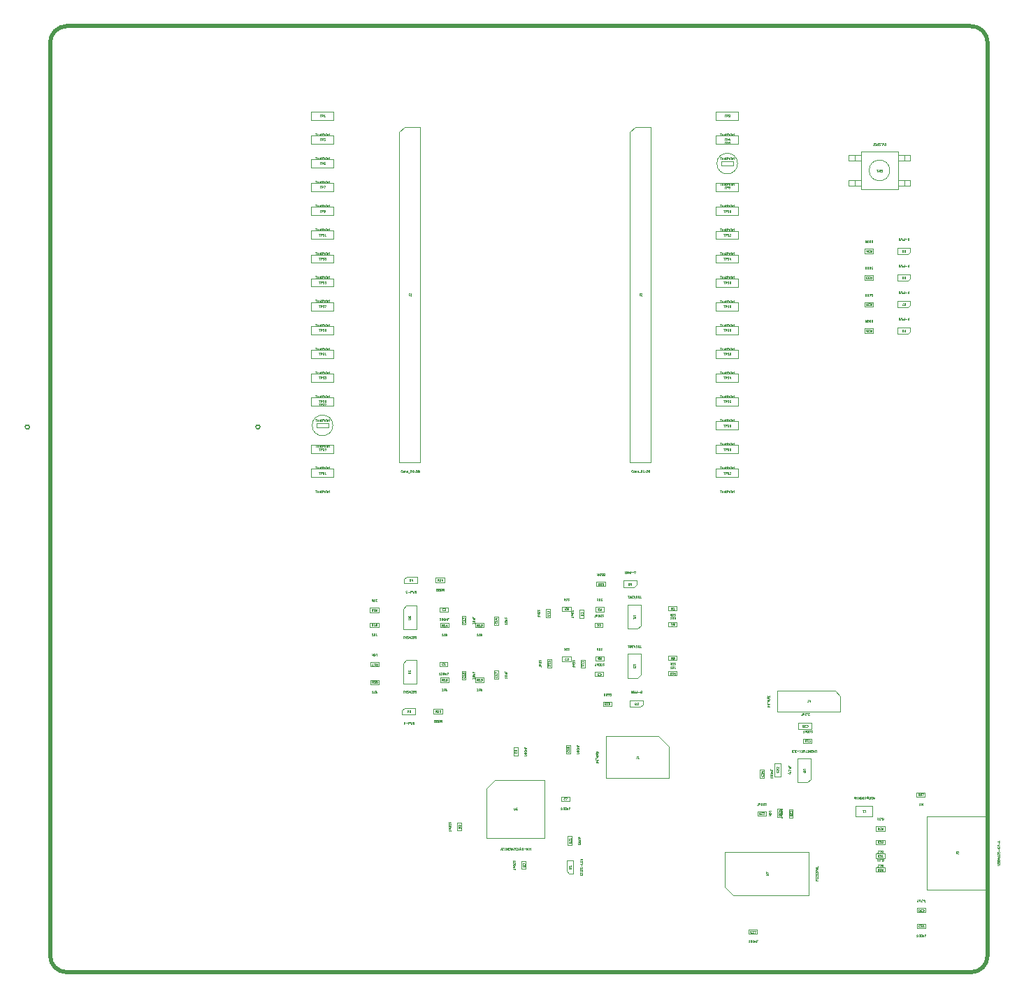
<source format=gbr>
%TF.GenerationSoftware,KiCad,Pcbnew,9.0.6*%
%TF.CreationDate,2026-01-06T10:28:57+00:00*%
%TF.ProjectId,PyBoardTester,5079426f-6172-4645-9465-737465722e6b,rev?*%
%TF.SameCoordinates,Original*%
%TF.FileFunction,AssemblyDrawing,Top*%
%FSLAX46Y46*%
G04 Gerber Fmt 4.6, Leading zero omitted, Abs format (unit mm)*
G04 Created by KiCad (PCBNEW 9.0.6) date 2026-01-06 10:28:57*
%MOMM*%
%LPD*%
G01*
G04 APERTURE LIST*
%ADD10C,0.200000*%
%ADD11C,0.063500*%
%ADD12C,0.100000*%
%TA.AperFunction,Profile*%
%ADD13C,0.500000*%
%TD*%
G04 APERTURE END LIST*
D10*
X81280000Y-85312633D02*
G75*
G02*
X80780000Y-85312633I-250000J0D01*
G01*
X80780000Y-85312633D02*
G75*
G02*
X81280000Y-85312633I250000J0D01*
G01*
X81280000Y-85312633D02*
G75*
G02*
X80780000Y-85312633I-250000J0D01*
G01*
X80780000Y-85312633D02*
G75*
G02*
X81280000Y-85312633I250000J0D01*
G01*
X109214000Y-85300633D02*
G75*
G02*
X108714000Y-85300633I-250000J0D01*
G01*
X108714000Y-85300633D02*
G75*
G02*
X109214000Y-85300633I250000J0D01*
G01*
D11*
X115944014Y-49693392D02*
X116089157Y-49693392D01*
X116016585Y-49947392D02*
X116016585Y-49693392D01*
X116270586Y-49935297D02*
X116246395Y-49947392D01*
X116246395Y-49947392D02*
X116198014Y-49947392D01*
X116198014Y-49947392D02*
X116173824Y-49935297D01*
X116173824Y-49935297D02*
X116161728Y-49911106D01*
X116161728Y-49911106D02*
X116161728Y-49814344D01*
X116161728Y-49814344D02*
X116173824Y-49790154D01*
X116173824Y-49790154D02*
X116198014Y-49778058D01*
X116198014Y-49778058D02*
X116246395Y-49778058D01*
X116246395Y-49778058D02*
X116270586Y-49790154D01*
X116270586Y-49790154D02*
X116282681Y-49814344D01*
X116282681Y-49814344D02*
X116282681Y-49838535D01*
X116282681Y-49838535D02*
X116161728Y-49862725D01*
X116379442Y-49935297D02*
X116403633Y-49947392D01*
X116403633Y-49947392D02*
X116452014Y-49947392D01*
X116452014Y-49947392D02*
X116476204Y-49935297D01*
X116476204Y-49935297D02*
X116488300Y-49911106D01*
X116488300Y-49911106D02*
X116488300Y-49899011D01*
X116488300Y-49899011D02*
X116476204Y-49874820D01*
X116476204Y-49874820D02*
X116452014Y-49862725D01*
X116452014Y-49862725D02*
X116415728Y-49862725D01*
X116415728Y-49862725D02*
X116391538Y-49850630D01*
X116391538Y-49850630D02*
X116379442Y-49826439D01*
X116379442Y-49826439D02*
X116379442Y-49814344D01*
X116379442Y-49814344D02*
X116391538Y-49790154D01*
X116391538Y-49790154D02*
X116415728Y-49778058D01*
X116415728Y-49778058D02*
X116452014Y-49778058D01*
X116452014Y-49778058D02*
X116476204Y-49790154D01*
X116560871Y-49778058D02*
X116657633Y-49778058D01*
X116597157Y-49693392D02*
X116597157Y-49911106D01*
X116597157Y-49911106D02*
X116609252Y-49935297D01*
X116609252Y-49935297D02*
X116633442Y-49947392D01*
X116633442Y-49947392D02*
X116657633Y-49947392D01*
X116742300Y-49947392D02*
X116742300Y-49693392D01*
X116742300Y-49693392D02*
X116839062Y-49693392D01*
X116839062Y-49693392D02*
X116863252Y-49705487D01*
X116863252Y-49705487D02*
X116875347Y-49717582D01*
X116875347Y-49717582D02*
X116887443Y-49741773D01*
X116887443Y-49741773D02*
X116887443Y-49778058D01*
X116887443Y-49778058D02*
X116875347Y-49802249D01*
X116875347Y-49802249D02*
X116863252Y-49814344D01*
X116863252Y-49814344D02*
X116839062Y-49826439D01*
X116839062Y-49826439D02*
X116742300Y-49826439D01*
X117032585Y-49947392D02*
X117008395Y-49935297D01*
X117008395Y-49935297D02*
X116996300Y-49923201D01*
X116996300Y-49923201D02*
X116984204Y-49899011D01*
X116984204Y-49899011D02*
X116984204Y-49826439D01*
X116984204Y-49826439D02*
X116996300Y-49802249D01*
X116996300Y-49802249D02*
X117008395Y-49790154D01*
X117008395Y-49790154D02*
X117032585Y-49778058D01*
X117032585Y-49778058D02*
X117068871Y-49778058D01*
X117068871Y-49778058D02*
X117093062Y-49790154D01*
X117093062Y-49790154D02*
X117105157Y-49802249D01*
X117105157Y-49802249D02*
X117117252Y-49826439D01*
X117117252Y-49826439D02*
X117117252Y-49899011D01*
X117117252Y-49899011D02*
X117105157Y-49923201D01*
X117105157Y-49923201D02*
X117093062Y-49935297D01*
X117093062Y-49935297D02*
X117068871Y-49947392D01*
X117068871Y-49947392D02*
X117032585Y-49947392D01*
X117226110Y-49947392D02*
X117226110Y-49778058D01*
X117226110Y-49693392D02*
X117214014Y-49705487D01*
X117214014Y-49705487D02*
X117226110Y-49717582D01*
X117226110Y-49717582D02*
X117238205Y-49705487D01*
X117238205Y-49705487D02*
X117226110Y-49693392D01*
X117226110Y-49693392D02*
X117226110Y-49717582D01*
X117347062Y-49778058D02*
X117347062Y-49947392D01*
X117347062Y-49802249D02*
X117359157Y-49790154D01*
X117359157Y-49790154D02*
X117383347Y-49778058D01*
X117383347Y-49778058D02*
X117419633Y-49778058D01*
X117419633Y-49778058D02*
X117443824Y-49790154D01*
X117443824Y-49790154D02*
X117455919Y-49814344D01*
X117455919Y-49814344D02*
X117455919Y-49947392D01*
X117540586Y-49778058D02*
X117637348Y-49778058D01*
X117576872Y-49693392D02*
X117576872Y-49911106D01*
X117576872Y-49911106D02*
X117588967Y-49935297D01*
X117588967Y-49935297D02*
X117613157Y-49947392D01*
X117613157Y-49947392D02*
X117637348Y-49947392D01*
X116470157Y-47443392D02*
X116615300Y-47443392D01*
X116542728Y-47697392D02*
X116542728Y-47443392D01*
X116699967Y-47697392D02*
X116699967Y-47443392D01*
X116699967Y-47443392D02*
X116796729Y-47443392D01*
X116796729Y-47443392D02*
X116820919Y-47455487D01*
X116820919Y-47455487D02*
X116833014Y-47467582D01*
X116833014Y-47467582D02*
X116845110Y-47491773D01*
X116845110Y-47491773D02*
X116845110Y-47528058D01*
X116845110Y-47528058D02*
X116833014Y-47552249D01*
X116833014Y-47552249D02*
X116820919Y-47564344D01*
X116820919Y-47564344D02*
X116796729Y-47576439D01*
X116796729Y-47576439D02*
X116699967Y-47576439D01*
X117087014Y-47697392D02*
X116941871Y-47697392D01*
X117014443Y-47697392D02*
X117014443Y-47443392D01*
X117014443Y-47443392D02*
X116990252Y-47479677D01*
X116990252Y-47479677D02*
X116966062Y-47503868D01*
X116966062Y-47503868D02*
X116941871Y-47515963D01*
X175943095Y-122078296D02*
X176088238Y-122078296D01*
X176015666Y-122078296D02*
X176015666Y-122332296D01*
X176015666Y-122332296D02*
X176039857Y-122296011D01*
X176039857Y-122296011D02*
X176064047Y-122271820D01*
X176064047Y-122271820D02*
X176088238Y-122259725D01*
X175785856Y-122332296D02*
X175761666Y-122332296D01*
X175761666Y-122332296D02*
X175737475Y-122320201D01*
X175737475Y-122320201D02*
X175725380Y-122308106D01*
X175725380Y-122308106D02*
X175713285Y-122283915D01*
X175713285Y-122283915D02*
X175701190Y-122235534D01*
X175701190Y-122235534D02*
X175701190Y-122175058D01*
X175701190Y-122175058D02*
X175713285Y-122126677D01*
X175713285Y-122126677D02*
X175725380Y-122102487D01*
X175725380Y-122102487D02*
X175737475Y-122090392D01*
X175737475Y-122090392D02*
X175761666Y-122078296D01*
X175761666Y-122078296D02*
X175785856Y-122078296D01*
X175785856Y-122078296D02*
X175810047Y-122090392D01*
X175810047Y-122090392D02*
X175822142Y-122102487D01*
X175822142Y-122102487D02*
X175834237Y-122126677D01*
X175834237Y-122126677D02*
X175846333Y-122175058D01*
X175846333Y-122175058D02*
X175846333Y-122235534D01*
X175846333Y-122235534D02*
X175834237Y-122283915D01*
X175834237Y-122283915D02*
X175822142Y-122308106D01*
X175822142Y-122308106D02*
X175810047Y-122320201D01*
X175810047Y-122320201D02*
X175785856Y-122332296D01*
X175543951Y-122332296D02*
X175519761Y-122332296D01*
X175519761Y-122332296D02*
X175495570Y-122320201D01*
X175495570Y-122320201D02*
X175483475Y-122308106D01*
X175483475Y-122308106D02*
X175471380Y-122283915D01*
X175471380Y-122283915D02*
X175459285Y-122235534D01*
X175459285Y-122235534D02*
X175459285Y-122175058D01*
X175459285Y-122175058D02*
X175471380Y-122126677D01*
X175471380Y-122126677D02*
X175483475Y-122102487D01*
X175483475Y-122102487D02*
X175495570Y-122090392D01*
X175495570Y-122090392D02*
X175519761Y-122078296D01*
X175519761Y-122078296D02*
X175543951Y-122078296D01*
X175543951Y-122078296D02*
X175568142Y-122090392D01*
X175568142Y-122090392D02*
X175580237Y-122102487D01*
X175580237Y-122102487D02*
X175592332Y-122126677D01*
X175592332Y-122126677D02*
X175604428Y-122175058D01*
X175604428Y-122175058D02*
X175604428Y-122235534D01*
X175604428Y-122235534D02*
X175592332Y-122283915D01*
X175592332Y-122283915D02*
X175580237Y-122308106D01*
X175580237Y-122308106D02*
X175568142Y-122320201D01*
X175568142Y-122320201D02*
X175543951Y-122332296D01*
X175350427Y-122247630D02*
X175350427Y-122078296D01*
X175350427Y-122223439D02*
X175338332Y-122235534D01*
X175338332Y-122235534D02*
X175314142Y-122247630D01*
X175314142Y-122247630D02*
X175277856Y-122247630D01*
X175277856Y-122247630D02*
X175253665Y-122235534D01*
X175253665Y-122235534D02*
X175241570Y-122211344D01*
X175241570Y-122211344D02*
X175241570Y-122078296D01*
X175035951Y-122211344D02*
X175120617Y-122211344D01*
X175120617Y-122078296D02*
X175120617Y-122332296D01*
X175120617Y-122332296D02*
X174999665Y-122332296D01*
X175713285Y-123262487D02*
X175725381Y-123250392D01*
X175725381Y-123250392D02*
X175761666Y-123238296D01*
X175761666Y-123238296D02*
X175785857Y-123238296D01*
X175785857Y-123238296D02*
X175822143Y-123250392D01*
X175822143Y-123250392D02*
X175846333Y-123274582D01*
X175846333Y-123274582D02*
X175858428Y-123298772D01*
X175858428Y-123298772D02*
X175870524Y-123347153D01*
X175870524Y-123347153D02*
X175870524Y-123383439D01*
X175870524Y-123383439D02*
X175858428Y-123431820D01*
X175858428Y-123431820D02*
X175846333Y-123456011D01*
X175846333Y-123456011D02*
X175822143Y-123480201D01*
X175822143Y-123480201D02*
X175785857Y-123492296D01*
X175785857Y-123492296D02*
X175761666Y-123492296D01*
X175761666Y-123492296D02*
X175725381Y-123480201D01*
X175725381Y-123480201D02*
X175713285Y-123468106D01*
X175471381Y-123238296D02*
X175616524Y-123238296D01*
X175543952Y-123238296D02*
X175543952Y-123492296D01*
X175543952Y-123492296D02*
X175568143Y-123456011D01*
X175568143Y-123456011D02*
X175592333Y-123431820D01*
X175592333Y-123431820D02*
X175616524Y-123419725D01*
X175326238Y-123383439D02*
X175350428Y-123395534D01*
X175350428Y-123395534D02*
X175362523Y-123407630D01*
X175362523Y-123407630D02*
X175374619Y-123431820D01*
X175374619Y-123431820D02*
X175374619Y-123443915D01*
X175374619Y-123443915D02*
X175362523Y-123468106D01*
X175362523Y-123468106D02*
X175350428Y-123480201D01*
X175350428Y-123480201D02*
X175326238Y-123492296D01*
X175326238Y-123492296D02*
X175277857Y-123492296D01*
X175277857Y-123492296D02*
X175253666Y-123480201D01*
X175253666Y-123480201D02*
X175241571Y-123468106D01*
X175241571Y-123468106D02*
X175229476Y-123443915D01*
X175229476Y-123443915D02*
X175229476Y-123431820D01*
X175229476Y-123431820D02*
X175241571Y-123407630D01*
X175241571Y-123407630D02*
X175253666Y-123395534D01*
X175253666Y-123395534D02*
X175277857Y-123383439D01*
X175277857Y-123383439D02*
X175326238Y-123383439D01*
X175326238Y-123383439D02*
X175350428Y-123371344D01*
X175350428Y-123371344D02*
X175362523Y-123359249D01*
X175362523Y-123359249D02*
X175374619Y-123335058D01*
X175374619Y-123335058D02*
X175374619Y-123286677D01*
X175374619Y-123286677D02*
X175362523Y-123262487D01*
X175362523Y-123262487D02*
X175350428Y-123250392D01*
X175350428Y-123250392D02*
X175326238Y-123238296D01*
X175326238Y-123238296D02*
X175277857Y-123238296D01*
X175277857Y-123238296D02*
X175253666Y-123250392D01*
X175253666Y-123250392D02*
X175241571Y-123262487D01*
X175241571Y-123262487D02*
X175229476Y-123286677D01*
X175229476Y-123286677D02*
X175229476Y-123335058D01*
X175229476Y-123335058D02*
X175241571Y-123359249D01*
X175241571Y-123359249D02*
X175253666Y-123371344D01*
X175253666Y-123371344D02*
X175277857Y-123383439D01*
X115944014Y-64126725D02*
X116089157Y-64126725D01*
X116016585Y-64380725D02*
X116016585Y-64126725D01*
X116270586Y-64368630D02*
X116246395Y-64380725D01*
X116246395Y-64380725D02*
X116198014Y-64380725D01*
X116198014Y-64380725D02*
X116173824Y-64368630D01*
X116173824Y-64368630D02*
X116161728Y-64344439D01*
X116161728Y-64344439D02*
X116161728Y-64247677D01*
X116161728Y-64247677D02*
X116173824Y-64223487D01*
X116173824Y-64223487D02*
X116198014Y-64211391D01*
X116198014Y-64211391D02*
X116246395Y-64211391D01*
X116246395Y-64211391D02*
X116270586Y-64223487D01*
X116270586Y-64223487D02*
X116282681Y-64247677D01*
X116282681Y-64247677D02*
X116282681Y-64271868D01*
X116282681Y-64271868D02*
X116161728Y-64296058D01*
X116379442Y-64368630D02*
X116403633Y-64380725D01*
X116403633Y-64380725D02*
X116452014Y-64380725D01*
X116452014Y-64380725D02*
X116476204Y-64368630D01*
X116476204Y-64368630D02*
X116488300Y-64344439D01*
X116488300Y-64344439D02*
X116488300Y-64332344D01*
X116488300Y-64332344D02*
X116476204Y-64308153D01*
X116476204Y-64308153D02*
X116452014Y-64296058D01*
X116452014Y-64296058D02*
X116415728Y-64296058D01*
X116415728Y-64296058D02*
X116391538Y-64283963D01*
X116391538Y-64283963D02*
X116379442Y-64259772D01*
X116379442Y-64259772D02*
X116379442Y-64247677D01*
X116379442Y-64247677D02*
X116391538Y-64223487D01*
X116391538Y-64223487D02*
X116415728Y-64211391D01*
X116415728Y-64211391D02*
X116452014Y-64211391D01*
X116452014Y-64211391D02*
X116476204Y-64223487D01*
X116560871Y-64211391D02*
X116657633Y-64211391D01*
X116597157Y-64126725D02*
X116597157Y-64344439D01*
X116597157Y-64344439D02*
X116609252Y-64368630D01*
X116609252Y-64368630D02*
X116633442Y-64380725D01*
X116633442Y-64380725D02*
X116657633Y-64380725D01*
X116742300Y-64380725D02*
X116742300Y-64126725D01*
X116742300Y-64126725D02*
X116839062Y-64126725D01*
X116839062Y-64126725D02*
X116863252Y-64138820D01*
X116863252Y-64138820D02*
X116875347Y-64150915D01*
X116875347Y-64150915D02*
X116887443Y-64175106D01*
X116887443Y-64175106D02*
X116887443Y-64211391D01*
X116887443Y-64211391D02*
X116875347Y-64235582D01*
X116875347Y-64235582D02*
X116863252Y-64247677D01*
X116863252Y-64247677D02*
X116839062Y-64259772D01*
X116839062Y-64259772D02*
X116742300Y-64259772D01*
X117032585Y-64380725D02*
X117008395Y-64368630D01*
X117008395Y-64368630D02*
X116996300Y-64356534D01*
X116996300Y-64356534D02*
X116984204Y-64332344D01*
X116984204Y-64332344D02*
X116984204Y-64259772D01*
X116984204Y-64259772D02*
X116996300Y-64235582D01*
X116996300Y-64235582D02*
X117008395Y-64223487D01*
X117008395Y-64223487D02*
X117032585Y-64211391D01*
X117032585Y-64211391D02*
X117068871Y-64211391D01*
X117068871Y-64211391D02*
X117093062Y-64223487D01*
X117093062Y-64223487D02*
X117105157Y-64235582D01*
X117105157Y-64235582D02*
X117117252Y-64259772D01*
X117117252Y-64259772D02*
X117117252Y-64332344D01*
X117117252Y-64332344D02*
X117105157Y-64356534D01*
X117105157Y-64356534D02*
X117093062Y-64368630D01*
X117093062Y-64368630D02*
X117068871Y-64380725D01*
X117068871Y-64380725D02*
X117032585Y-64380725D01*
X117226110Y-64380725D02*
X117226110Y-64211391D01*
X117226110Y-64126725D02*
X117214014Y-64138820D01*
X117214014Y-64138820D02*
X117226110Y-64150915D01*
X117226110Y-64150915D02*
X117238205Y-64138820D01*
X117238205Y-64138820D02*
X117226110Y-64126725D01*
X117226110Y-64126725D02*
X117226110Y-64150915D01*
X117347062Y-64211391D02*
X117347062Y-64380725D01*
X117347062Y-64235582D02*
X117359157Y-64223487D01*
X117359157Y-64223487D02*
X117383347Y-64211391D01*
X117383347Y-64211391D02*
X117419633Y-64211391D01*
X117419633Y-64211391D02*
X117443824Y-64223487D01*
X117443824Y-64223487D02*
X117455919Y-64247677D01*
X117455919Y-64247677D02*
X117455919Y-64380725D01*
X117540586Y-64211391D02*
X117637348Y-64211391D01*
X117576872Y-64126725D02*
X117576872Y-64344439D01*
X117576872Y-64344439D02*
X117588967Y-64368630D01*
X117588967Y-64368630D02*
X117613157Y-64380725D01*
X117613157Y-64380725D02*
X117637348Y-64380725D01*
X116349204Y-61876725D02*
X116494347Y-61876725D01*
X116421775Y-62130725D02*
X116421775Y-61876725D01*
X116579014Y-62130725D02*
X116579014Y-61876725D01*
X116579014Y-61876725D02*
X116675776Y-61876725D01*
X116675776Y-61876725D02*
X116699966Y-61888820D01*
X116699966Y-61888820D02*
X116712061Y-61900915D01*
X116712061Y-61900915D02*
X116724157Y-61925106D01*
X116724157Y-61925106D02*
X116724157Y-61961391D01*
X116724157Y-61961391D02*
X116712061Y-61985582D01*
X116712061Y-61985582D02*
X116699966Y-61997677D01*
X116699966Y-61997677D02*
X116675776Y-62009772D01*
X116675776Y-62009772D02*
X116579014Y-62009772D01*
X116966061Y-62130725D02*
X116820918Y-62130725D01*
X116893490Y-62130725D02*
X116893490Y-61876725D01*
X116893490Y-61876725D02*
X116869299Y-61913010D01*
X116869299Y-61913010D02*
X116845109Y-61937201D01*
X116845109Y-61937201D02*
X116820918Y-61949296D01*
X117207966Y-62130725D02*
X117062823Y-62130725D01*
X117135395Y-62130725D02*
X117135395Y-61876725D01*
X117135395Y-61876725D02*
X117111204Y-61913010D01*
X117111204Y-61913010D02*
X117087014Y-61937201D01*
X117087014Y-61937201D02*
X117062823Y-61949296D01*
X185030143Y-50897892D02*
X184993857Y-50885796D01*
X184993857Y-50885796D02*
X184933381Y-50885796D01*
X184933381Y-50885796D02*
X184909190Y-50897892D01*
X184909190Y-50897892D02*
X184897095Y-50909987D01*
X184897095Y-50909987D02*
X184885000Y-50934177D01*
X184885000Y-50934177D02*
X184885000Y-50958368D01*
X184885000Y-50958368D02*
X184897095Y-50982558D01*
X184897095Y-50982558D02*
X184909190Y-50994653D01*
X184909190Y-50994653D02*
X184933381Y-51006749D01*
X184933381Y-51006749D02*
X184981762Y-51018844D01*
X184981762Y-51018844D02*
X185005952Y-51030939D01*
X185005952Y-51030939D02*
X185018047Y-51043034D01*
X185018047Y-51043034D02*
X185030143Y-51067225D01*
X185030143Y-51067225D02*
X185030143Y-51091415D01*
X185030143Y-51091415D02*
X185018047Y-51115606D01*
X185018047Y-51115606D02*
X185005952Y-51127701D01*
X185005952Y-51127701D02*
X184981762Y-51139796D01*
X184981762Y-51139796D02*
X184921285Y-51139796D01*
X184921285Y-51139796D02*
X184885000Y-51127701D01*
X184800333Y-51139796D02*
X184739857Y-50885796D01*
X184739857Y-50885796D02*
X184691476Y-51067225D01*
X184691476Y-51067225D02*
X184643095Y-50885796D01*
X184643095Y-50885796D02*
X184582619Y-51139796D01*
X184546333Y-50861606D02*
X184352809Y-50861606D01*
X184304428Y-50897892D02*
X184268142Y-50885796D01*
X184268142Y-50885796D02*
X184207666Y-50885796D01*
X184207666Y-50885796D02*
X184183475Y-50897892D01*
X184183475Y-50897892D02*
X184171380Y-50909987D01*
X184171380Y-50909987D02*
X184159285Y-50934177D01*
X184159285Y-50934177D02*
X184159285Y-50958368D01*
X184159285Y-50958368D02*
X184171380Y-50982558D01*
X184171380Y-50982558D02*
X184183475Y-50994653D01*
X184183475Y-50994653D02*
X184207666Y-51006749D01*
X184207666Y-51006749D02*
X184256047Y-51018844D01*
X184256047Y-51018844D02*
X184280237Y-51030939D01*
X184280237Y-51030939D02*
X184292332Y-51043034D01*
X184292332Y-51043034D02*
X184304428Y-51067225D01*
X184304428Y-51067225D02*
X184304428Y-51091415D01*
X184304428Y-51091415D02*
X184292332Y-51115606D01*
X184292332Y-51115606D02*
X184280237Y-51127701D01*
X184280237Y-51127701D02*
X184256047Y-51139796D01*
X184256047Y-51139796D02*
X184195570Y-51139796D01*
X184195570Y-51139796D02*
X184159285Y-51127701D01*
X184050427Y-50885796D02*
X184050427Y-51139796D01*
X184050427Y-51139796D02*
X183953665Y-51139796D01*
X183953665Y-51139796D02*
X183929475Y-51127701D01*
X183929475Y-51127701D02*
X183917380Y-51115606D01*
X183917380Y-51115606D02*
X183905284Y-51091415D01*
X183905284Y-51091415D02*
X183905284Y-51055130D01*
X183905284Y-51055130D02*
X183917380Y-51030939D01*
X183917380Y-51030939D02*
X183929475Y-51018844D01*
X183929475Y-51018844D02*
X183953665Y-51006749D01*
X183953665Y-51006749D02*
X184050427Y-51006749D01*
X183808523Y-50897892D02*
X183772237Y-50885796D01*
X183772237Y-50885796D02*
X183711761Y-50885796D01*
X183711761Y-50885796D02*
X183687570Y-50897892D01*
X183687570Y-50897892D02*
X183675475Y-50909987D01*
X183675475Y-50909987D02*
X183663380Y-50934177D01*
X183663380Y-50934177D02*
X183663380Y-50958368D01*
X183663380Y-50958368D02*
X183675475Y-50982558D01*
X183675475Y-50982558D02*
X183687570Y-50994653D01*
X183687570Y-50994653D02*
X183711761Y-51006749D01*
X183711761Y-51006749D02*
X183760142Y-51018844D01*
X183760142Y-51018844D02*
X183784332Y-51030939D01*
X183784332Y-51030939D02*
X183796427Y-51043034D01*
X183796427Y-51043034D02*
X183808523Y-51067225D01*
X183808523Y-51067225D02*
X183808523Y-51091415D01*
X183808523Y-51091415D02*
X183796427Y-51115606D01*
X183796427Y-51115606D02*
X183784332Y-51127701D01*
X183784332Y-51127701D02*
X183760142Y-51139796D01*
X183760142Y-51139796D02*
X183699665Y-51139796D01*
X183699665Y-51139796D02*
X183663380Y-51127701D01*
X183590808Y-51139796D02*
X183445665Y-51139796D01*
X183518237Y-50885796D02*
X183518237Y-51139796D01*
X184588667Y-54097892D02*
X184552381Y-54085796D01*
X184552381Y-54085796D02*
X184491905Y-54085796D01*
X184491905Y-54085796D02*
X184467714Y-54097892D01*
X184467714Y-54097892D02*
X184455619Y-54109987D01*
X184455619Y-54109987D02*
X184443524Y-54134177D01*
X184443524Y-54134177D02*
X184443524Y-54158368D01*
X184443524Y-54158368D02*
X184455619Y-54182558D01*
X184455619Y-54182558D02*
X184467714Y-54194653D01*
X184467714Y-54194653D02*
X184491905Y-54206749D01*
X184491905Y-54206749D02*
X184540286Y-54218844D01*
X184540286Y-54218844D02*
X184564476Y-54230939D01*
X184564476Y-54230939D02*
X184576571Y-54243034D01*
X184576571Y-54243034D02*
X184588667Y-54267225D01*
X184588667Y-54267225D02*
X184588667Y-54291415D01*
X184588667Y-54291415D02*
X184576571Y-54315606D01*
X184576571Y-54315606D02*
X184564476Y-54327701D01*
X184564476Y-54327701D02*
X184540286Y-54339796D01*
X184540286Y-54339796D02*
X184479809Y-54339796D01*
X184479809Y-54339796D02*
X184443524Y-54327701D01*
X184358857Y-54339796D02*
X184298381Y-54085796D01*
X184298381Y-54085796D02*
X184250000Y-54267225D01*
X184250000Y-54267225D02*
X184201619Y-54085796D01*
X184201619Y-54085796D02*
X184141143Y-54339796D01*
X183911333Y-54085796D02*
X184056476Y-54085796D01*
X183983904Y-54085796D02*
X183983904Y-54339796D01*
X183983904Y-54339796D02*
X184008095Y-54303511D01*
X184008095Y-54303511D02*
X184032285Y-54279320D01*
X184032285Y-54279320D02*
X184056476Y-54267225D01*
X135648809Y-117241003D02*
X135503666Y-117241003D01*
X135576238Y-117241003D02*
X135576238Y-116987003D01*
X135576238Y-116987003D02*
X135552047Y-117023288D01*
X135552047Y-117023288D02*
X135527857Y-117047479D01*
X135527857Y-117047479D02*
X135503666Y-117059574D01*
X135806048Y-116987003D02*
X135830238Y-116987003D01*
X135830238Y-116987003D02*
X135854429Y-116999098D01*
X135854429Y-116999098D02*
X135866524Y-117011193D01*
X135866524Y-117011193D02*
X135878619Y-117035384D01*
X135878619Y-117035384D02*
X135890714Y-117083765D01*
X135890714Y-117083765D02*
X135890714Y-117144241D01*
X135890714Y-117144241D02*
X135878619Y-117192622D01*
X135878619Y-117192622D02*
X135866524Y-117216812D01*
X135866524Y-117216812D02*
X135854429Y-117228908D01*
X135854429Y-117228908D02*
X135830238Y-117241003D01*
X135830238Y-117241003D02*
X135806048Y-117241003D01*
X135806048Y-117241003D02*
X135781857Y-117228908D01*
X135781857Y-117228908D02*
X135769762Y-117216812D01*
X135769762Y-117216812D02*
X135757667Y-117192622D01*
X135757667Y-117192622D02*
X135745571Y-117144241D01*
X135745571Y-117144241D02*
X135745571Y-117083765D01*
X135745571Y-117083765D02*
X135757667Y-117035384D01*
X135757667Y-117035384D02*
X135769762Y-117011193D01*
X135769762Y-117011193D02*
X135781857Y-116999098D01*
X135781857Y-116999098D02*
X135806048Y-116987003D01*
X135999572Y-117241003D02*
X135999572Y-116987003D01*
X136023762Y-117144241D02*
X136096334Y-117241003D01*
X136096334Y-117071669D02*
X135999572Y-117168431D01*
X135636714Y-116071003D02*
X135552047Y-115950050D01*
X135491571Y-116071003D02*
X135491571Y-115817003D01*
X135491571Y-115817003D02*
X135588333Y-115817003D01*
X135588333Y-115817003D02*
X135612523Y-115829098D01*
X135612523Y-115829098D02*
X135624618Y-115841193D01*
X135624618Y-115841193D02*
X135636714Y-115865384D01*
X135636714Y-115865384D02*
X135636714Y-115901669D01*
X135636714Y-115901669D02*
X135624618Y-115925860D01*
X135624618Y-115925860D02*
X135612523Y-115937955D01*
X135612523Y-115937955D02*
X135588333Y-115950050D01*
X135588333Y-115950050D02*
X135491571Y-115950050D01*
X135878618Y-116071003D02*
X135733475Y-116071003D01*
X135806047Y-116071003D02*
X135806047Y-115817003D01*
X135806047Y-115817003D02*
X135781856Y-115853288D01*
X135781856Y-115853288D02*
X135757666Y-115877479D01*
X135757666Y-115877479D02*
X135733475Y-115889574D01*
X135999571Y-116071003D02*
X136047952Y-116071003D01*
X136047952Y-116071003D02*
X136072142Y-116058908D01*
X136072142Y-116058908D02*
X136084238Y-116046812D01*
X136084238Y-116046812D02*
X136108428Y-116010527D01*
X136108428Y-116010527D02*
X136120523Y-115962146D01*
X136120523Y-115962146D02*
X136120523Y-115865384D01*
X136120523Y-115865384D02*
X136108428Y-115841193D01*
X136108428Y-115841193D02*
X136096333Y-115829098D01*
X136096333Y-115829098D02*
X136072142Y-115817003D01*
X136072142Y-115817003D02*
X136023761Y-115817003D01*
X136023761Y-115817003D02*
X135999571Y-115829098D01*
X135999571Y-115829098D02*
X135987476Y-115841193D01*
X135987476Y-115841193D02*
X135975380Y-115865384D01*
X135975380Y-115865384D02*
X135975380Y-115925860D01*
X135975380Y-115925860D02*
X135987476Y-115950050D01*
X135987476Y-115950050D02*
X135999571Y-115962146D01*
X135999571Y-115962146D02*
X136023761Y-115974241D01*
X136023761Y-115974241D02*
X136072142Y-115974241D01*
X136072142Y-115974241D02*
X136096333Y-115962146D01*
X136096333Y-115962146D02*
X136108428Y-115950050D01*
X136108428Y-115950050D02*
X136120523Y-115925860D01*
X187822904Y-65660996D02*
X187822904Y-65914996D01*
X187822904Y-65914996D02*
X187762428Y-65914996D01*
X187762428Y-65914996D02*
X187726142Y-65902901D01*
X187726142Y-65902901D02*
X187701952Y-65878711D01*
X187701952Y-65878711D02*
X187689857Y-65854520D01*
X187689857Y-65854520D02*
X187677761Y-65806139D01*
X187677761Y-65806139D02*
X187677761Y-65769853D01*
X187677761Y-65769853D02*
X187689857Y-65721472D01*
X187689857Y-65721472D02*
X187701952Y-65697282D01*
X187701952Y-65697282D02*
X187726142Y-65673092D01*
X187726142Y-65673092D02*
X187762428Y-65660996D01*
X187762428Y-65660996D02*
X187822904Y-65660996D01*
X187568904Y-65757758D02*
X187375381Y-65757758D01*
X187254428Y-65660996D02*
X187254428Y-65914996D01*
X187254428Y-65914996D02*
X187157666Y-65914996D01*
X187157666Y-65914996D02*
X187133476Y-65902901D01*
X187133476Y-65902901D02*
X187121381Y-65890806D01*
X187121381Y-65890806D02*
X187109285Y-65866615D01*
X187109285Y-65866615D02*
X187109285Y-65830330D01*
X187109285Y-65830330D02*
X187121381Y-65806139D01*
X187121381Y-65806139D02*
X187133476Y-65794044D01*
X187133476Y-65794044D02*
X187157666Y-65781949D01*
X187157666Y-65781949D02*
X187254428Y-65781949D01*
X187024619Y-65914996D02*
X186964143Y-65660996D01*
X186964143Y-65660996D02*
X186915762Y-65842425D01*
X186915762Y-65842425D02*
X186867381Y-65660996D01*
X186867381Y-65660996D02*
X186806905Y-65914996D01*
X186564999Y-65660996D02*
X186649666Y-65781949D01*
X186710142Y-65660996D02*
X186710142Y-65914996D01*
X186710142Y-65914996D02*
X186613380Y-65914996D01*
X186613380Y-65914996D02*
X186589190Y-65902901D01*
X186589190Y-65902901D02*
X186577095Y-65890806D01*
X186577095Y-65890806D02*
X186564999Y-65866615D01*
X186564999Y-65866615D02*
X186564999Y-65830330D01*
X186564999Y-65830330D02*
X186577095Y-65806139D01*
X186577095Y-65806139D02*
X186589190Y-65794044D01*
X186589190Y-65794044D02*
X186613380Y-65781949D01*
X186613380Y-65781949D02*
X186710142Y-65781949D01*
X187387475Y-67090996D02*
X187387475Y-67344996D01*
X187387475Y-67344996D02*
X187326999Y-67344996D01*
X187326999Y-67344996D02*
X187290713Y-67332901D01*
X187290713Y-67332901D02*
X187266523Y-67308711D01*
X187266523Y-67308711D02*
X187254428Y-67284520D01*
X187254428Y-67284520D02*
X187242332Y-67236139D01*
X187242332Y-67236139D02*
X187242332Y-67199853D01*
X187242332Y-67199853D02*
X187254428Y-67151472D01*
X187254428Y-67151472D02*
X187266523Y-67127282D01*
X187266523Y-67127282D02*
X187290713Y-67103092D01*
X187290713Y-67103092D02*
X187326999Y-67090996D01*
X187326999Y-67090996D02*
X187387475Y-67090996D01*
X187097190Y-67236139D02*
X187121380Y-67248234D01*
X187121380Y-67248234D02*
X187133475Y-67260330D01*
X187133475Y-67260330D02*
X187145571Y-67284520D01*
X187145571Y-67284520D02*
X187145571Y-67296615D01*
X187145571Y-67296615D02*
X187133475Y-67320806D01*
X187133475Y-67320806D02*
X187121380Y-67332901D01*
X187121380Y-67332901D02*
X187097190Y-67344996D01*
X187097190Y-67344996D02*
X187048809Y-67344996D01*
X187048809Y-67344996D02*
X187024618Y-67332901D01*
X187024618Y-67332901D02*
X187012523Y-67320806D01*
X187012523Y-67320806D02*
X187000428Y-67296615D01*
X187000428Y-67296615D02*
X187000428Y-67284520D01*
X187000428Y-67284520D02*
X187012523Y-67260330D01*
X187012523Y-67260330D02*
X187024618Y-67248234D01*
X187024618Y-67248234D02*
X187048809Y-67236139D01*
X187048809Y-67236139D02*
X187097190Y-67236139D01*
X187097190Y-67236139D02*
X187121380Y-67224044D01*
X187121380Y-67224044D02*
X187133475Y-67211949D01*
X187133475Y-67211949D02*
X187145571Y-67187758D01*
X187145571Y-67187758D02*
X187145571Y-67139377D01*
X187145571Y-67139377D02*
X187133475Y-67115187D01*
X187133475Y-67115187D02*
X187121380Y-67103092D01*
X187121380Y-67103092D02*
X187097190Y-67090996D01*
X187097190Y-67090996D02*
X187048809Y-67090996D01*
X187048809Y-67090996D02*
X187024618Y-67103092D01*
X187024618Y-67103092D02*
X187012523Y-67115187D01*
X187012523Y-67115187D02*
X187000428Y-67139377D01*
X187000428Y-67139377D02*
X187000428Y-67187758D01*
X187000428Y-67187758D02*
X187012523Y-67211949D01*
X187012523Y-67211949D02*
X187024618Y-67224044D01*
X187024618Y-67224044D02*
X187048809Y-67236139D01*
X154364523Y-90764812D02*
X154352427Y-90776908D01*
X154352427Y-90776908D02*
X154316142Y-90789003D01*
X154316142Y-90789003D02*
X154291951Y-90789003D01*
X154291951Y-90789003D02*
X154255665Y-90776908D01*
X154255665Y-90776908D02*
X154231475Y-90752717D01*
X154231475Y-90752717D02*
X154219380Y-90728527D01*
X154219380Y-90728527D02*
X154207284Y-90680146D01*
X154207284Y-90680146D02*
X154207284Y-90643860D01*
X154207284Y-90643860D02*
X154219380Y-90595479D01*
X154219380Y-90595479D02*
X154231475Y-90571288D01*
X154231475Y-90571288D02*
X154255665Y-90547098D01*
X154255665Y-90547098D02*
X154291951Y-90535003D01*
X154291951Y-90535003D02*
X154316142Y-90535003D01*
X154316142Y-90535003D02*
X154352427Y-90547098D01*
X154352427Y-90547098D02*
X154364523Y-90559193D01*
X154509665Y-90789003D02*
X154485475Y-90776908D01*
X154485475Y-90776908D02*
X154473380Y-90764812D01*
X154473380Y-90764812D02*
X154461284Y-90740622D01*
X154461284Y-90740622D02*
X154461284Y-90668050D01*
X154461284Y-90668050D02*
X154473380Y-90643860D01*
X154473380Y-90643860D02*
X154485475Y-90631765D01*
X154485475Y-90631765D02*
X154509665Y-90619669D01*
X154509665Y-90619669D02*
X154545951Y-90619669D01*
X154545951Y-90619669D02*
X154570142Y-90631765D01*
X154570142Y-90631765D02*
X154582237Y-90643860D01*
X154582237Y-90643860D02*
X154594332Y-90668050D01*
X154594332Y-90668050D02*
X154594332Y-90740622D01*
X154594332Y-90740622D02*
X154582237Y-90764812D01*
X154582237Y-90764812D02*
X154570142Y-90776908D01*
X154570142Y-90776908D02*
X154545951Y-90789003D01*
X154545951Y-90789003D02*
X154509665Y-90789003D01*
X154703190Y-90619669D02*
X154703190Y-90789003D01*
X154703190Y-90643860D02*
X154715285Y-90631765D01*
X154715285Y-90631765D02*
X154739475Y-90619669D01*
X154739475Y-90619669D02*
X154775761Y-90619669D01*
X154775761Y-90619669D02*
X154799952Y-90631765D01*
X154799952Y-90631765D02*
X154812047Y-90655955D01*
X154812047Y-90655955D02*
X154812047Y-90789003D01*
X154933000Y-90619669D02*
X154933000Y-90789003D01*
X154933000Y-90643860D02*
X154945095Y-90631765D01*
X154945095Y-90631765D02*
X154969285Y-90619669D01*
X154969285Y-90619669D02*
X155005571Y-90619669D01*
X155005571Y-90619669D02*
X155029762Y-90631765D01*
X155029762Y-90631765D02*
X155041857Y-90655955D01*
X155041857Y-90655955D02*
X155041857Y-90789003D01*
X155102334Y-90813193D02*
X155295857Y-90813193D01*
X155404715Y-90535003D02*
X155428905Y-90535003D01*
X155428905Y-90535003D02*
X155453096Y-90547098D01*
X155453096Y-90547098D02*
X155465191Y-90559193D01*
X155465191Y-90559193D02*
X155477286Y-90583384D01*
X155477286Y-90583384D02*
X155489381Y-90631765D01*
X155489381Y-90631765D02*
X155489381Y-90692241D01*
X155489381Y-90692241D02*
X155477286Y-90740622D01*
X155477286Y-90740622D02*
X155465191Y-90764812D01*
X155465191Y-90764812D02*
X155453096Y-90776908D01*
X155453096Y-90776908D02*
X155428905Y-90789003D01*
X155428905Y-90789003D02*
X155404715Y-90789003D01*
X155404715Y-90789003D02*
X155380524Y-90776908D01*
X155380524Y-90776908D02*
X155368429Y-90764812D01*
X155368429Y-90764812D02*
X155356334Y-90740622D01*
X155356334Y-90740622D02*
X155344238Y-90692241D01*
X155344238Y-90692241D02*
X155344238Y-90631765D01*
X155344238Y-90631765D02*
X155356334Y-90583384D01*
X155356334Y-90583384D02*
X155368429Y-90559193D01*
X155368429Y-90559193D02*
X155380524Y-90547098D01*
X155380524Y-90547098D02*
X155404715Y-90535003D01*
X155731286Y-90789003D02*
X155586143Y-90789003D01*
X155658715Y-90789003D02*
X155658715Y-90535003D01*
X155658715Y-90535003D02*
X155634524Y-90571288D01*
X155634524Y-90571288D02*
X155610334Y-90595479D01*
X155610334Y-90595479D02*
X155586143Y-90607574D01*
X155815953Y-90789003D02*
X155949001Y-90619669D01*
X155815953Y-90619669D02*
X155949001Y-90789003D01*
X156094144Y-90535003D02*
X156118334Y-90535003D01*
X156118334Y-90535003D02*
X156142525Y-90547098D01*
X156142525Y-90547098D02*
X156154620Y-90559193D01*
X156154620Y-90559193D02*
X156166715Y-90583384D01*
X156166715Y-90583384D02*
X156178810Y-90631765D01*
X156178810Y-90631765D02*
X156178810Y-90692241D01*
X156178810Y-90692241D02*
X156166715Y-90740622D01*
X156166715Y-90740622D02*
X156154620Y-90764812D01*
X156154620Y-90764812D02*
X156142525Y-90776908D01*
X156142525Y-90776908D02*
X156118334Y-90789003D01*
X156118334Y-90789003D02*
X156094144Y-90789003D01*
X156094144Y-90789003D02*
X156069953Y-90776908D01*
X156069953Y-90776908D02*
X156057858Y-90764812D01*
X156057858Y-90764812D02*
X156045763Y-90740622D01*
X156045763Y-90740622D02*
X156033667Y-90692241D01*
X156033667Y-90692241D02*
X156033667Y-90631765D01*
X156033667Y-90631765D02*
X156045763Y-90583384D01*
X156045763Y-90583384D02*
X156057858Y-90559193D01*
X156057858Y-90559193D02*
X156069953Y-90547098D01*
X156069953Y-90547098D02*
X156094144Y-90535003D01*
X156323953Y-90643860D02*
X156299763Y-90631765D01*
X156299763Y-90631765D02*
X156287668Y-90619669D01*
X156287668Y-90619669D02*
X156275572Y-90595479D01*
X156275572Y-90595479D02*
X156275572Y-90583384D01*
X156275572Y-90583384D02*
X156287668Y-90559193D01*
X156287668Y-90559193D02*
X156299763Y-90547098D01*
X156299763Y-90547098D02*
X156323953Y-90535003D01*
X156323953Y-90535003D02*
X156372334Y-90535003D01*
X156372334Y-90535003D02*
X156396525Y-90547098D01*
X156396525Y-90547098D02*
X156408620Y-90559193D01*
X156408620Y-90559193D02*
X156420715Y-90583384D01*
X156420715Y-90583384D02*
X156420715Y-90595479D01*
X156420715Y-90595479D02*
X156408620Y-90619669D01*
X156408620Y-90619669D02*
X156396525Y-90631765D01*
X156396525Y-90631765D02*
X156372334Y-90643860D01*
X156372334Y-90643860D02*
X156323953Y-90643860D01*
X156323953Y-90643860D02*
X156299763Y-90655955D01*
X156299763Y-90655955D02*
X156287668Y-90668050D01*
X156287668Y-90668050D02*
X156275572Y-90692241D01*
X156275572Y-90692241D02*
X156275572Y-90740622D01*
X156275572Y-90740622D02*
X156287668Y-90764812D01*
X156287668Y-90764812D02*
X156299763Y-90776908D01*
X156299763Y-90776908D02*
X156323953Y-90789003D01*
X156323953Y-90789003D02*
X156372334Y-90789003D01*
X156372334Y-90789003D02*
X156396525Y-90776908D01*
X156396525Y-90776908D02*
X156408620Y-90764812D01*
X156408620Y-90764812D02*
X156420715Y-90740622D01*
X156420715Y-90740622D02*
X156420715Y-90692241D01*
X156420715Y-90692241D02*
X156408620Y-90668050D01*
X156408620Y-90668050D02*
X156396525Y-90655955D01*
X156396525Y-90655955D02*
X156372334Y-90643860D01*
X155174203Y-69329466D02*
X155355631Y-69329466D01*
X155355631Y-69329466D02*
X155391917Y-69341561D01*
X155391917Y-69341561D02*
X155416108Y-69365752D01*
X155416108Y-69365752D02*
X155428203Y-69402037D01*
X155428203Y-69402037D02*
X155428203Y-69426228D01*
X155174203Y-69232704D02*
X155174203Y-69075466D01*
X155174203Y-69075466D02*
X155270965Y-69160132D01*
X155270965Y-69160132D02*
X155270965Y-69123847D01*
X155270965Y-69123847D02*
X155283060Y-69099656D01*
X155283060Y-69099656D02*
X155295155Y-69087561D01*
X155295155Y-69087561D02*
X155319346Y-69075466D01*
X155319346Y-69075466D02*
X155379822Y-69075466D01*
X155379822Y-69075466D02*
X155404012Y-69087561D01*
X155404012Y-69087561D02*
X155416108Y-69099656D01*
X155416108Y-69099656D02*
X155428203Y-69123847D01*
X155428203Y-69123847D02*
X155428203Y-69196418D01*
X155428203Y-69196418D02*
X155416108Y-69220609D01*
X155416108Y-69220609D02*
X155404012Y-69232704D01*
X184029475Y-138354393D02*
X184041571Y-138342298D01*
X184041571Y-138342298D02*
X184065761Y-138330203D01*
X184065761Y-138330203D02*
X184126237Y-138330203D01*
X184126237Y-138330203D02*
X184150428Y-138342298D01*
X184150428Y-138342298D02*
X184162523Y-138354393D01*
X184162523Y-138354393D02*
X184174618Y-138378584D01*
X184174618Y-138378584D02*
X184174618Y-138402774D01*
X184174618Y-138402774D02*
X184162523Y-138439060D01*
X184162523Y-138439060D02*
X184017380Y-138584203D01*
X184017380Y-138584203D02*
X184174618Y-138584203D01*
X184259285Y-138330203D02*
X184428619Y-138330203D01*
X184428619Y-138330203D02*
X184319761Y-138584203D01*
X184670524Y-138584203D02*
X184585857Y-138463250D01*
X184525381Y-138584203D02*
X184525381Y-138330203D01*
X184525381Y-138330203D02*
X184622143Y-138330203D01*
X184622143Y-138330203D02*
X184646333Y-138342298D01*
X184646333Y-138342298D02*
X184658428Y-138354393D01*
X184658428Y-138354393D02*
X184670524Y-138378584D01*
X184670524Y-138378584D02*
X184670524Y-138414869D01*
X184670524Y-138414869D02*
X184658428Y-138439060D01*
X184658428Y-138439060D02*
X184646333Y-138451155D01*
X184646333Y-138451155D02*
X184622143Y-138463250D01*
X184622143Y-138463250D02*
X184525381Y-138463250D01*
X184186714Y-137414203D02*
X184102047Y-137293250D01*
X184041571Y-137414203D02*
X184041571Y-137160203D01*
X184041571Y-137160203D02*
X184138333Y-137160203D01*
X184138333Y-137160203D02*
X184162523Y-137172298D01*
X184162523Y-137172298D02*
X184174618Y-137184393D01*
X184174618Y-137184393D02*
X184186714Y-137208584D01*
X184186714Y-137208584D02*
X184186714Y-137244869D01*
X184186714Y-137244869D02*
X184174618Y-137269060D01*
X184174618Y-137269060D02*
X184162523Y-137281155D01*
X184162523Y-137281155D02*
X184138333Y-137293250D01*
X184138333Y-137293250D02*
X184041571Y-137293250D01*
X184271380Y-137160203D02*
X184428618Y-137160203D01*
X184428618Y-137160203D02*
X184343952Y-137256965D01*
X184343952Y-137256965D02*
X184380237Y-137256965D01*
X184380237Y-137256965D02*
X184404428Y-137269060D01*
X184404428Y-137269060D02*
X184416523Y-137281155D01*
X184416523Y-137281155D02*
X184428618Y-137305346D01*
X184428618Y-137305346D02*
X184428618Y-137365822D01*
X184428618Y-137365822D02*
X184416523Y-137390012D01*
X184416523Y-137390012D02*
X184404428Y-137402108D01*
X184404428Y-137402108D02*
X184380237Y-137414203D01*
X184380237Y-137414203D02*
X184307666Y-137414203D01*
X184307666Y-137414203D02*
X184283475Y-137402108D01*
X184283475Y-137402108D02*
X184271380Y-137390012D01*
X184670523Y-137414203D02*
X184525380Y-137414203D01*
X184597952Y-137414203D02*
X184597952Y-137160203D01*
X184597952Y-137160203D02*
X184573761Y-137196488D01*
X184573761Y-137196488D02*
X184549571Y-137220679D01*
X184549571Y-137220679D02*
X184525380Y-137232774D01*
X170929796Y-117848475D02*
X170929796Y-118005713D01*
X170929796Y-118005713D02*
X170833034Y-117921047D01*
X170833034Y-117921047D02*
X170833034Y-117957332D01*
X170833034Y-117957332D02*
X170820939Y-117981523D01*
X170820939Y-117981523D02*
X170808844Y-117993618D01*
X170808844Y-117993618D02*
X170784653Y-118005713D01*
X170784653Y-118005713D02*
X170724177Y-118005713D01*
X170724177Y-118005713D02*
X170699987Y-117993618D01*
X170699987Y-117993618D02*
X170687892Y-117981523D01*
X170687892Y-117981523D02*
X170675796Y-117957332D01*
X170675796Y-117957332D02*
X170675796Y-117884761D01*
X170675796Y-117884761D02*
X170687892Y-117860570D01*
X170687892Y-117860570D02*
X170699987Y-117848475D01*
X170845130Y-118114571D02*
X170591130Y-118114571D01*
X170833034Y-118114571D02*
X170845130Y-118138761D01*
X170845130Y-118138761D02*
X170845130Y-118187142D01*
X170845130Y-118187142D02*
X170833034Y-118211333D01*
X170833034Y-118211333D02*
X170820939Y-118223428D01*
X170820939Y-118223428D02*
X170796749Y-118235523D01*
X170796749Y-118235523D02*
X170724177Y-118235523D01*
X170724177Y-118235523D02*
X170699987Y-118223428D01*
X170699987Y-118223428D02*
X170687892Y-118211333D01*
X170687892Y-118211333D02*
X170675796Y-118187142D01*
X170675796Y-118187142D02*
X170675796Y-118138761D01*
X170675796Y-118138761D02*
X170687892Y-118114571D01*
X170675796Y-118344381D02*
X170845130Y-118344381D01*
X170929796Y-118344381D02*
X170917701Y-118332285D01*
X170917701Y-118332285D02*
X170905606Y-118344381D01*
X170905606Y-118344381D02*
X170917701Y-118356476D01*
X170917701Y-118356476D02*
X170929796Y-118344381D01*
X170929796Y-118344381D02*
X170905606Y-118344381D01*
X170845130Y-118465333D02*
X170675796Y-118465333D01*
X170820939Y-118465333D02*
X170833034Y-118477428D01*
X170833034Y-118477428D02*
X170845130Y-118501618D01*
X170845130Y-118501618D02*
X170845130Y-118537904D01*
X170845130Y-118537904D02*
X170833034Y-118562095D01*
X170833034Y-118562095D02*
X170808844Y-118574190D01*
X170808844Y-118574190D02*
X170675796Y-118574190D01*
X170651606Y-118634667D02*
X170651606Y-118828190D01*
X170675796Y-118888667D02*
X170929796Y-118888667D01*
X170675796Y-118997524D02*
X170808844Y-118997524D01*
X170808844Y-118997524D02*
X170833034Y-118985429D01*
X170833034Y-118985429D02*
X170845130Y-118961238D01*
X170845130Y-118961238D02*
X170845130Y-118924952D01*
X170845130Y-118924952D02*
X170833034Y-118900762D01*
X170833034Y-118900762D02*
X170820939Y-118888667D01*
X170675796Y-119227334D02*
X170929796Y-119227334D01*
X170687892Y-119227334D02*
X170675796Y-119203143D01*
X170675796Y-119203143D02*
X170675796Y-119154762D01*
X170675796Y-119154762D02*
X170687892Y-119130572D01*
X170687892Y-119130572D02*
X170699987Y-119118477D01*
X170699987Y-119118477D02*
X170724177Y-119106381D01*
X170724177Y-119106381D02*
X170796749Y-119106381D01*
X170796749Y-119106381D02*
X170820939Y-119118477D01*
X170820939Y-119118477D02*
X170833034Y-119130572D01*
X170833034Y-119130572D02*
X170845130Y-119154762D01*
X170845130Y-119154762D02*
X170845130Y-119203143D01*
X170845130Y-119203143D02*
X170833034Y-119227334D01*
X175625333Y-118410203D02*
X175625333Y-118591631D01*
X175625333Y-118591631D02*
X175613238Y-118627917D01*
X175613238Y-118627917D02*
X175589047Y-118652108D01*
X175589047Y-118652108D02*
X175552762Y-118664203D01*
X175552762Y-118664203D02*
X175528571Y-118664203D01*
X175855143Y-118494869D02*
X175855143Y-118664203D01*
X175794667Y-118398108D02*
X175734190Y-118579536D01*
X175734190Y-118579536D02*
X175891429Y-118579536D01*
X176656155Y-140236190D02*
X176656155Y-140320856D01*
X176789203Y-140320856D02*
X176535203Y-140320856D01*
X176535203Y-140320856D02*
X176535203Y-140199904D01*
X176535203Y-140139428D02*
X176535203Y-139994285D01*
X176789203Y-140066857D02*
X176535203Y-140066857D01*
X176559393Y-139921714D02*
X176547298Y-139909618D01*
X176547298Y-139909618D02*
X176535203Y-139885428D01*
X176535203Y-139885428D02*
X176535203Y-139824952D01*
X176535203Y-139824952D02*
X176547298Y-139800761D01*
X176547298Y-139800761D02*
X176559393Y-139788666D01*
X176559393Y-139788666D02*
X176583584Y-139776571D01*
X176583584Y-139776571D02*
X176607774Y-139776571D01*
X176607774Y-139776571D02*
X176644060Y-139788666D01*
X176644060Y-139788666D02*
X176789203Y-139933809D01*
X176789203Y-139933809D02*
X176789203Y-139776571D01*
X176535203Y-139691904D02*
X176535203Y-139534666D01*
X176535203Y-139534666D02*
X176631965Y-139619332D01*
X176631965Y-139619332D02*
X176631965Y-139583047D01*
X176631965Y-139583047D02*
X176644060Y-139558856D01*
X176644060Y-139558856D02*
X176656155Y-139546761D01*
X176656155Y-139546761D02*
X176680346Y-139534666D01*
X176680346Y-139534666D02*
X176740822Y-139534666D01*
X176740822Y-139534666D02*
X176765012Y-139546761D01*
X176765012Y-139546761D02*
X176777108Y-139558856D01*
X176777108Y-139558856D02*
X176789203Y-139583047D01*
X176789203Y-139583047D02*
X176789203Y-139655618D01*
X176789203Y-139655618D02*
X176777108Y-139679809D01*
X176777108Y-139679809D02*
X176765012Y-139691904D01*
X176559393Y-139437904D02*
X176547298Y-139425808D01*
X176547298Y-139425808D02*
X176535203Y-139401618D01*
X176535203Y-139401618D02*
X176535203Y-139341142D01*
X176535203Y-139341142D02*
X176547298Y-139316951D01*
X176547298Y-139316951D02*
X176559393Y-139304856D01*
X176559393Y-139304856D02*
X176583584Y-139292761D01*
X176583584Y-139292761D02*
X176607774Y-139292761D01*
X176607774Y-139292761D02*
X176644060Y-139304856D01*
X176644060Y-139304856D02*
X176789203Y-139449999D01*
X176789203Y-139449999D02*
X176789203Y-139292761D01*
X176789203Y-139038760D02*
X176668250Y-139123427D01*
X176789203Y-139183903D02*
X176535203Y-139183903D01*
X176535203Y-139183903D02*
X176535203Y-139087141D01*
X176535203Y-139087141D02*
X176547298Y-139062951D01*
X176547298Y-139062951D02*
X176559393Y-139050856D01*
X176559393Y-139050856D02*
X176583584Y-139038760D01*
X176583584Y-139038760D02*
X176619869Y-139038760D01*
X176619869Y-139038760D02*
X176644060Y-139050856D01*
X176644060Y-139050856D02*
X176656155Y-139062951D01*
X176656155Y-139062951D02*
X176668250Y-139087141D01*
X176668250Y-139087141D02*
X176668250Y-139183903D01*
X176789203Y-138929903D02*
X176535203Y-138929903D01*
X176535203Y-138929903D02*
X176789203Y-138784760D01*
X176789203Y-138784760D02*
X176535203Y-138784760D01*
X176789203Y-138542856D02*
X176789203Y-138663808D01*
X176789203Y-138663808D02*
X176535203Y-138663808D01*
X170485203Y-139643523D02*
X170690822Y-139643523D01*
X170690822Y-139643523D02*
X170715012Y-139631428D01*
X170715012Y-139631428D02*
X170727108Y-139619333D01*
X170727108Y-139619333D02*
X170739203Y-139595142D01*
X170739203Y-139595142D02*
X170739203Y-139546761D01*
X170739203Y-139546761D02*
X170727108Y-139522571D01*
X170727108Y-139522571D02*
X170715012Y-139510476D01*
X170715012Y-139510476D02*
X170690822Y-139498380D01*
X170690822Y-139498380D02*
X170485203Y-139498380D01*
X170485203Y-139401619D02*
X170485203Y-139232285D01*
X170485203Y-139232285D02*
X170739203Y-139341143D01*
X184573761Y-132969796D02*
X184694713Y-132969796D01*
X184694713Y-132969796D02*
X184706809Y-132848844D01*
X184706809Y-132848844D02*
X184694713Y-132860939D01*
X184694713Y-132860939D02*
X184670523Y-132873034D01*
X184670523Y-132873034D02*
X184610047Y-132873034D01*
X184610047Y-132873034D02*
X184585856Y-132860939D01*
X184585856Y-132860939D02*
X184573761Y-132848844D01*
X184573761Y-132848844D02*
X184561666Y-132824653D01*
X184561666Y-132824653D02*
X184561666Y-132764177D01*
X184561666Y-132764177D02*
X184573761Y-132739987D01*
X184573761Y-132739987D02*
X184585856Y-132727892D01*
X184585856Y-132727892D02*
X184610047Y-132715796D01*
X184610047Y-132715796D02*
X184670523Y-132715796D01*
X184670523Y-132715796D02*
X184694713Y-132727892D01*
X184694713Y-132727892D02*
X184706809Y-132739987D01*
X184452808Y-132739987D02*
X184440713Y-132727892D01*
X184440713Y-132727892D02*
X184452808Y-132715796D01*
X184452808Y-132715796D02*
X184464904Y-132727892D01*
X184464904Y-132727892D02*
X184452808Y-132739987D01*
X184452808Y-132739987D02*
X184452808Y-132715796D01*
X184198809Y-132715796D02*
X184343952Y-132715796D01*
X184271380Y-132715796D02*
X184271380Y-132969796D01*
X184271380Y-132969796D02*
X184295571Y-132933511D01*
X184295571Y-132933511D02*
X184319761Y-132909320D01*
X184319761Y-132909320D02*
X184343952Y-132897225D01*
X184089951Y-132715796D02*
X184089951Y-132969796D01*
X184065761Y-132812558D02*
X183993189Y-132715796D01*
X183993189Y-132885130D02*
X184089951Y-132788368D01*
X184513285Y-133885796D02*
X184597952Y-134006749D01*
X184658428Y-133885796D02*
X184658428Y-134139796D01*
X184658428Y-134139796D02*
X184561666Y-134139796D01*
X184561666Y-134139796D02*
X184537476Y-134127701D01*
X184537476Y-134127701D02*
X184525381Y-134115606D01*
X184525381Y-134115606D02*
X184513285Y-134091415D01*
X184513285Y-134091415D02*
X184513285Y-134055130D01*
X184513285Y-134055130D02*
X184525381Y-134030939D01*
X184525381Y-134030939D02*
X184537476Y-134018844D01*
X184537476Y-134018844D02*
X184561666Y-134006749D01*
X184561666Y-134006749D02*
X184658428Y-134006749D01*
X184428619Y-134139796D02*
X184271381Y-134139796D01*
X184271381Y-134139796D02*
X184356047Y-134043034D01*
X184356047Y-134043034D02*
X184319762Y-134043034D01*
X184319762Y-134043034D02*
X184295571Y-134030939D01*
X184295571Y-134030939D02*
X184283476Y-134018844D01*
X184283476Y-134018844D02*
X184271381Y-133994653D01*
X184271381Y-133994653D02*
X184271381Y-133934177D01*
X184271381Y-133934177D02*
X184283476Y-133909987D01*
X184283476Y-133909987D02*
X184295571Y-133897892D01*
X184295571Y-133897892D02*
X184319762Y-133885796D01*
X184319762Y-133885796D02*
X184392333Y-133885796D01*
X184392333Y-133885796D02*
X184416524Y-133897892D01*
X184416524Y-133897892D02*
X184428619Y-133909987D01*
X184114142Y-134139796D02*
X184089952Y-134139796D01*
X184089952Y-134139796D02*
X184065761Y-134127701D01*
X184065761Y-134127701D02*
X184053666Y-134115606D01*
X184053666Y-134115606D02*
X184041571Y-134091415D01*
X184041571Y-134091415D02*
X184029476Y-134043034D01*
X184029476Y-134043034D02*
X184029476Y-133982558D01*
X184029476Y-133982558D02*
X184041571Y-133934177D01*
X184041571Y-133934177D02*
X184053666Y-133909987D01*
X184053666Y-133909987D02*
X184065761Y-133897892D01*
X184065761Y-133897892D02*
X184089952Y-133885796D01*
X184089952Y-133885796D02*
X184114142Y-133885796D01*
X184114142Y-133885796D02*
X184138333Y-133897892D01*
X184138333Y-133897892D02*
X184150428Y-133909987D01*
X184150428Y-133909987D02*
X184162523Y-133934177D01*
X184162523Y-133934177D02*
X184174619Y-133982558D01*
X184174619Y-133982558D02*
X184174619Y-134043034D01*
X184174619Y-134043034D02*
X184162523Y-134091415D01*
X184162523Y-134091415D02*
X184150428Y-134115606D01*
X184150428Y-134115606D02*
X184138333Y-134127701D01*
X184138333Y-134127701D02*
X184114142Y-134139796D01*
X183506714Y-130305130D02*
X183506714Y-130135796D01*
X183567190Y-130401892D02*
X183627667Y-130220463D01*
X183627667Y-130220463D02*
X183470428Y-130220463D01*
X183325285Y-130389796D02*
X183301095Y-130389796D01*
X183301095Y-130389796D02*
X183276904Y-130377701D01*
X183276904Y-130377701D02*
X183264809Y-130365606D01*
X183264809Y-130365606D02*
X183252714Y-130341415D01*
X183252714Y-130341415D02*
X183240619Y-130293034D01*
X183240619Y-130293034D02*
X183240619Y-130232558D01*
X183240619Y-130232558D02*
X183252714Y-130184177D01*
X183252714Y-130184177D02*
X183264809Y-130159987D01*
X183264809Y-130159987D02*
X183276904Y-130147892D01*
X183276904Y-130147892D02*
X183301095Y-130135796D01*
X183301095Y-130135796D02*
X183325285Y-130135796D01*
X183325285Y-130135796D02*
X183349476Y-130147892D01*
X183349476Y-130147892D02*
X183361571Y-130159987D01*
X183361571Y-130159987D02*
X183373666Y-130184177D01*
X183373666Y-130184177D02*
X183385762Y-130232558D01*
X183385762Y-130232558D02*
X183385762Y-130293034D01*
X183385762Y-130293034D02*
X183373666Y-130341415D01*
X183373666Y-130341415D02*
X183361571Y-130365606D01*
X183361571Y-130365606D02*
X183349476Y-130377701D01*
X183349476Y-130377701D02*
X183325285Y-130389796D01*
X182986618Y-130135796D02*
X183071285Y-130256749D01*
X183131761Y-130135796D02*
X183131761Y-130389796D01*
X183131761Y-130389796D02*
X183034999Y-130389796D01*
X183034999Y-130389796D02*
X183010809Y-130377701D01*
X183010809Y-130377701D02*
X182998714Y-130365606D01*
X182998714Y-130365606D02*
X182986618Y-130341415D01*
X182986618Y-130341415D02*
X182986618Y-130305130D01*
X182986618Y-130305130D02*
X182998714Y-130280939D01*
X182998714Y-130280939D02*
X183010809Y-130268844D01*
X183010809Y-130268844D02*
X183034999Y-130256749D01*
X183034999Y-130256749D02*
X183131761Y-130256749D01*
X182720523Y-130256749D02*
X182732618Y-130268844D01*
X182732618Y-130268844D02*
X182756809Y-130280939D01*
X182756809Y-130280939D02*
X182780999Y-130280939D01*
X182780999Y-130280939D02*
X182805190Y-130268844D01*
X182805190Y-130268844D02*
X182817285Y-130256749D01*
X182817285Y-130256749D02*
X182829380Y-130232558D01*
X182829380Y-130232558D02*
X182829380Y-130208368D01*
X182829380Y-130208368D02*
X182817285Y-130184177D01*
X182817285Y-130184177D02*
X182805190Y-130172082D01*
X182805190Y-130172082D02*
X182780999Y-130159987D01*
X182780999Y-130159987D02*
X182756809Y-130159987D01*
X182756809Y-130159987D02*
X182732618Y-130172082D01*
X182732618Y-130172082D02*
X182720523Y-130184177D01*
X182720523Y-130280939D02*
X182720523Y-130184177D01*
X182720523Y-130184177D02*
X182708428Y-130172082D01*
X182708428Y-130172082D02*
X182696333Y-130172082D01*
X182696333Y-130172082D02*
X182672142Y-130184177D01*
X182672142Y-130184177D02*
X182660047Y-130208368D01*
X182660047Y-130208368D02*
X182660047Y-130268844D01*
X182660047Y-130268844D02*
X182684238Y-130305130D01*
X182684238Y-130305130D02*
X182720523Y-130329320D01*
X182720523Y-130329320D02*
X182768904Y-130341415D01*
X182768904Y-130341415D02*
X182817285Y-130329320D01*
X182817285Y-130329320D02*
X182853571Y-130305130D01*
X182853571Y-130305130D02*
X182877761Y-130268844D01*
X182877761Y-130268844D02*
X182889857Y-130220463D01*
X182889857Y-130220463D02*
X182877761Y-130172082D01*
X182877761Y-130172082D02*
X182853571Y-130135796D01*
X182853571Y-130135796D02*
X182817285Y-130111606D01*
X182817285Y-130111606D02*
X182768904Y-130099511D01*
X182768904Y-130099511D02*
X182720523Y-130111606D01*
X182720523Y-130111606D02*
X182684238Y-130135796D01*
X182418143Y-130135796D02*
X182563286Y-130135796D01*
X182490714Y-130135796D02*
X182490714Y-130389796D01*
X182490714Y-130389796D02*
X182514905Y-130353511D01*
X182514905Y-130353511D02*
X182539095Y-130329320D01*
X182539095Y-130329320D02*
X182563286Y-130317225D01*
X182260904Y-130389796D02*
X182236714Y-130389796D01*
X182236714Y-130389796D02*
X182212523Y-130377701D01*
X182212523Y-130377701D02*
X182200428Y-130365606D01*
X182200428Y-130365606D02*
X182188333Y-130341415D01*
X182188333Y-130341415D02*
X182176238Y-130293034D01*
X182176238Y-130293034D02*
X182176238Y-130232558D01*
X182176238Y-130232558D02*
X182188333Y-130184177D01*
X182188333Y-130184177D02*
X182200428Y-130159987D01*
X182200428Y-130159987D02*
X182212523Y-130147892D01*
X182212523Y-130147892D02*
X182236714Y-130135796D01*
X182236714Y-130135796D02*
X182260904Y-130135796D01*
X182260904Y-130135796D02*
X182285095Y-130147892D01*
X182285095Y-130147892D02*
X182297190Y-130159987D01*
X182297190Y-130159987D02*
X182309285Y-130184177D01*
X182309285Y-130184177D02*
X182321381Y-130232558D01*
X182321381Y-130232558D02*
X182321381Y-130293034D01*
X182321381Y-130293034D02*
X182309285Y-130341415D01*
X182309285Y-130341415D02*
X182297190Y-130365606D01*
X182297190Y-130365606D02*
X182285095Y-130377701D01*
X182285095Y-130377701D02*
X182260904Y-130389796D01*
X182018999Y-130389796D02*
X181994809Y-130389796D01*
X181994809Y-130389796D02*
X181970618Y-130377701D01*
X181970618Y-130377701D02*
X181958523Y-130365606D01*
X181958523Y-130365606D02*
X181946428Y-130341415D01*
X181946428Y-130341415D02*
X181934333Y-130293034D01*
X181934333Y-130293034D02*
X181934333Y-130232558D01*
X181934333Y-130232558D02*
X181946428Y-130184177D01*
X181946428Y-130184177D02*
X181958523Y-130159987D01*
X181958523Y-130159987D02*
X181970618Y-130147892D01*
X181970618Y-130147892D02*
X181994809Y-130135796D01*
X181994809Y-130135796D02*
X182018999Y-130135796D01*
X182018999Y-130135796D02*
X182043190Y-130147892D01*
X182043190Y-130147892D02*
X182055285Y-130159987D01*
X182055285Y-130159987D02*
X182067380Y-130184177D01*
X182067380Y-130184177D02*
X182079476Y-130232558D01*
X182079476Y-130232558D02*
X182079476Y-130293034D01*
X182079476Y-130293034D02*
X182067380Y-130341415D01*
X182067380Y-130341415D02*
X182055285Y-130365606D01*
X182055285Y-130365606D02*
X182043190Y-130377701D01*
X182043190Y-130377701D02*
X182018999Y-130389796D01*
X181825475Y-130135796D02*
X181825475Y-130389796D01*
X181825475Y-130389796D02*
X181740809Y-130208368D01*
X181740809Y-130208368D02*
X181656142Y-130389796D01*
X181656142Y-130389796D02*
X181656142Y-130135796D01*
X181535189Y-130135796D02*
X181535189Y-130389796D01*
X181535189Y-130268844D02*
X181390046Y-130268844D01*
X181390046Y-130135796D02*
X181390046Y-130389796D01*
X181293285Y-130305130D02*
X181160237Y-130305130D01*
X181160237Y-130305130D02*
X181293285Y-130135796D01*
X181293285Y-130135796D02*
X181160237Y-130135796D01*
X182442333Y-131785796D02*
X182563285Y-131785796D01*
X182563285Y-131785796D02*
X182563285Y-132039796D01*
X182224619Y-131785796D02*
X182369762Y-131785796D01*
X182297190Y-131785796D02*
X182297190Y-132039796D01*
X182297190Y-132039796D02*
X182321381Y-132003511D01*
X182321381Y-132003511D02*
X182345571Y-131979320D01*
X182345571Y-131979320D02*
X182369762Y-131967225D01*
X131398809Y-110627903D02*
X131253666Y-110627903D01*
X131326238Y-110627903D02*
X131326238Y-110373903D01*
X131326238Y-110373903D02*
X131302047Y-110410188D01*
X131302047Y-110410188D02*
X131277857Y-110434379D01*
X131277857Y-110434379D02*
X131253666Y-110446474D01*
X131556048Y-110373903D02*
X131580238Y-110373903D01*
X131580238Y-110373903D02*
X131604429Y-110385998D01*
X131604429Y-110385998D02*
X131616524Y-110398093D01*
X131616524Y-110398093D02*
X131628619Y-110422284D01*
X131628619Y-110422284D02*
X131640714Y-110470665D01*
X131640714Y-110470665D02*
X131640714Y-110531141D01*
X131640714Y-110531141D02*
X131628619Y-110579522D01*
X131628619Y-110579522D02*
X131616524Y-110603712D01*
X131616524Y-110603712D02*
X131604429Y-110615808D01*
X131604429Y-110615808D02*
X131580238Y-110627903D01*
X131580238Y-110627903D02*
X131556048Y-110627903D01*
X131556048Y-110627903D02*
X131531857Y-110615808D01*
X131531857Y-110615808D02*
X131519762Y-110603712D01*
X131519762Y-110603712D02*
X131507667Y-110579522D01*
X131507667Y-110579522D02*
X131495571Y-110531141D01*
X131495571Y-110531141D02*
X131495571Y-110470665D01*
X131495571Y-110470665D02*
X131507667Y-110422284D01*
X131507667Y-110422284D02*
X131519762Y-110398093D01*
X131519762Y-110398093D02*
X131531857Y-110385998D01*
X131531857Y-110385998D02*
X131556048Y-110373903D01*
X131749572Y-110627903D02*
X131749572Y-110373903D01*
X131773762Y-110531141D02*
X131846334Y-110627903D01*
X131846334Y-110458569D02*
X131749572Y-110555331D01*
X131386714Y-109457903D02*
X131302047Y-109336950D01*
X131241571Y-109457903D02*
X131241571Y-109203903D01*
X131241571Y-109203903D02*
X131338333Y-109203903D01*
X131338333Y-109203903D02*
X131362523Y-109215998D01*
X131362523Y-109215998D02*
X131374618Y-109228093D01*
X131374618Y-109228093D02*
X131386714Y-109252284D01*
X131386714Y-109252284D02*
X131386714Y-109288569D01*
X131386714Y-109288569D02*
X131374618Y-109312760D01*
X131374618Y-109312760D02*
X131362523Y-109324855D01*
X131362523Y-109324855D02*
X131338333Y-109336950D01*
X131338333Y-109336950D02*
X131241571Y-109336950D01*
X131628618Y-109457903D02*
X131483475Y-109457903D01*
X131556047Y-109457903D02*
X131556047Y-109203903D01*
X131556047Y-109203903D02*
X131531856Y-109240188D01*
X131531856Y-109240188D02*
X131507666Y-109264379D01*
X131507666Y-109264379D02*
X131483475Y-109276474D01*
X131846333Y-109288569D02*
X131846333Y-109457903D01*
X131785857Y-109191808D02*
X131725380Y-109373236D01*
X131725380Y-109373236D02*
X131882619Y-109373236D01*
X130462771Y-120808203D02*
X130341819Y-120808203D01*
X130341819Y-120808203D02*
X130329723Y-120929155D01*
X130329723Y-120929155D02*
X130341819Y-120917060D01*
X130341819Y-120917060D02*
X130366009Y-120904965D01*
X130366009Y-120904965D02*
X130426485Y-120904965D01*
X130426485Y-120904965D02*
X130450676Y-120917060D01*
X130450676Y-120917060D02*
X130462771Y-120929155D01*
X130462771Y-120929155D02*
X130474866Y-120953346D01*
X130474866Y-120953346D02*
X130474866Y-121013822D01*
X130474866Y-121013822D02*
X130462771Y-121038012D01*
X130462771Y-121038012D02*
X130450676Y-121050108D01*
X130450676Y-121050108D02*
X130426485Y-121062203D01*
X130426485Y-121062203D02*
X130366009Y-121062203D01*
X130366009Y-121062203D02*
X130341819Y-121050108D01*
X130341819Y-121050108D02*
X130329723Y-121038012D01*
X130692581Y-120808203D02*
X130644200Y-120808203D01*
X130644200Y-120808203D02*
X130620009Y-120820298D01*
X130620009Y-120820298D02*
X130607914Y-120832393D01*
X130607914Y-120832393D02*
X130583724Y-120868679D01*
X130583724Y-120868679D02*
X130571628Y-120917060D01*
X130571628Y-120917060D02*
X130571628Y-121013822D01*
X130571628Y-121013822D02*
X130583724Y-121038012D01*
X130583724Y-121038012D02*
X130595819Y-121050108D01*
X130595819Y-121050108D02*
X130620009Y-121062203D01*
X130620009Y-121062203D02*
X130668390Y-121062203D01*
X130668390Y-121062203D02*
X130692581Y-121050108D01*
X130692581Y-121050108D02*
X130704676Y-121038012D01*
X130704676Y-121038012D02*
X130716771Y-121013822D01*
X130716771Y-121013822D02*
X130716771Y-120953346D01*
X130716771Y-120953346D02*
X130704676Y-120929155D01*
X130704676Y-120929155D02*
X130692581Y-120917060D01*
X130692581Y-120917060D02*
X130668390Y-120904965D01*
X130668390Y-120904965D02*
X130620009Y-120904965D01*
X130620009Y-120904965D02*
X130595819Y-120917060D01*
X130595819Y-120917060D02*
X130583724Y-120929155D01*
X130583724Y-120929155D02*
X130571628Y-120953346D01*
X130874010Y-120808203D02*
X130898200Y-120808203D01*
X130898200Y-120808203D02*
X130922391Y-120820298D01*
X130922391Y-120820298D02*
X130934486Y-120832393D01*
X130934486Y-120832393D02*
X130946581Y-120856584D01*
X130946581Y-120856584D02*
X130958676Y-120904965D01*
X130958676Y-120904965D02*
X130958676Y-120965441D01*
X130958676Y-120965441D02*
X130946581Y-121013822D01*
X130946581Y-121013822D02*
X130934486Y-121038012D01*
X130934486Y-121038012D02*
X130922391Y-121050108D01*
X130922391Y-121050108D02*
X130898200Y-121062203D01*
X130898200Y-121062203D02*
X130874010Y-121062203D01*
X130874010Y-121062203D02*
X130849819Y-121050108D01*
X130849819Y-121050108D02*
X130837724Y-121038012D01*
X130837724Y-121038012D02*
X130825629Y-121013822D01*
X130825629Y-121013822D02*
X130813533Y-120965441D01*
X130813533Y-120965441D02*
X130813533Y-120904965D01*
X130813533Y-120904965D02*
X130825629Y-120856584D01*
X130825629Y-120856584D02*
X130837724Y-120832393D01*
X130837724Y-120832393D02*
X130849819Y-120820298D01*
X130849819Y-120820298D02*
X130874010Y-120808203D01*
X131212677Y-121062203D02*
X131128010Y-120941250D01*
X131067534Y-121062203D02*
X131067534Y-120808203D01*
X131067534Y-120808203D02*
X131164296Y-120808203D01*
X131164296Y-120808203D02*
X131188486Y-120820298D01*
X131188486Y-120820298D02*
X131200581Y-120832393D01*
X131200581Y-120832393D02*
X131212677Y-120856584D01*
X131212677Y-120856584D02*
X131212677Y-120892869D01*
X131212677Y-120892869D02*
X131200581Y-120917060D01*
X131200581Y-120917060D02*
X131188486Y-120929155D01*
X131188486Y-120929155D02*
X131164296Y-120941250D01*
X131164296Y-120941250D02*
X131067534Y-120941250D01*
X130607914Y-119892203D02*
X130523247Y-119771250D01*
X130462771Y-119892203D02*
X130462771Y-119638203D01*
X130462771Y-119638203D02*
X130559533Y-119638203D01*
X130559533Y-119638203D02*
X130583723Y-119650298D01*
X130583723Y-119650298D02*
X130595818Y-119662393D01*
X130595818Y-119662393D02*
X130607914Y-119686584D01*
X130607914Y-119686584D02*
X130607914Y-119722869D01*
X130607914Y-119722869D02*
X130595818Y-119747060D01*
X130595818Y-119747060D02*
X130583723Y-119759155D01*
X130583723Y-119759155D02*
X130559533Y-119771250D01*
X130559533Y-119771250D02*
X130462771Y-119771250D01*
X130704675Y-119662393D02*
X130716771Y-119650298D01*
X130716771Y-119650298D02*
X130740961Y-119638203D01*
X130740961Y-119638203D02*
X130801437Y-119638203D01*
X130801437Y-119638203D02*
X130825628Y-119650298D01*
X130825628Y-119650298D02*
X130837723Y-119662393D01*
X130837723Y-119662393D02*
X130849818Y-119686584D01*
X130849818Y-119686584D02*
X130849818Y-119710774D01*
X130849818Y-119710774D02*
X130837723Y-119747060D01*
X130837723Y-119747060D02*
X130692580Y-119892203D01*
X130692580Y-119892203D02*
X130849818Y-119892203D01*
X131079628Y-119638203D02*
X130958676Y-119638203D01*
X130958676Y-119638203D02*
X130946580Y-119759155D01*
X130946580Y-119759155D02*
X130958676Y-119747060D01*
X130958676Y-119747060D02*
X130982866Y-119734965D01*
X130982866Y-119734965D02*
X131043342Y-119734965D01*
X131043342Y-119734965D02*
X131067533Y-119747060D01*
X131067533Y-119747060D02*
X131079628Y-119759155D01*
X131079628Y-119759155D02*
X131091723Y-119783346D01*
X131091723Y-119783346D02*
X131091723Y-119843822D01*
X131091723Y-119843822D02*
X131079628Y-119868012D01*
X131079628Y-119868012D02*
X131067533Y-119880108D01*
X131067533Y-119880108D02*
X131043342Y-119892203D01*
X131043342Y-119892203D02*
X130982866Y-119892203D01*
X130982866Y-119892203D02*
X130958676Y-119880108D01*
X130958676Y-119880108D02*
X130946580Y-119868012D01*
X170385595Y-130875796D02*
X170530738Y-130875796D01*
X170458166Y-130875796D02*
X170458166Y-131129796D01*
X170458166Y-131129796D02*
X170482357Y-131093511D01*
X170482357Y-131093511D02*
X170506547Y-131069320D01*
X170506547Y-131069320D02*
X170530738Y-131057225D01*
X170228356Y-131129796D02*
X170204166Y-131129796D01*
X170204166Y-131129796D02*
X170179975Y-131117701D01*
X170179975Y-131117701D02*
X170167880Y-131105606D01*
X170167880Y-131105606D02*
X170155785Y-131081415D01*
X170155785Y-131081415D02*
X170143690Y-131033034D01*
X170143690Y-131033034D02*
X170143690Y-130972558D01*
X170143690Y-130972558D02*
X170155785Y-130924177D01*
X170155785Y-130924177D02*
X170167880Y-130899987D01*
X170167880Y-130899987D02*
X170179975Y-130887892D01*
X170179975Y-130887892D02*
X170204166Y-130875796D01*
X170204166Y-130875796D02*
X170228356Y-130875796D01*
X170228356Y-130875796D02*
X170252547Y-130887892D01*
X170252547Y-130887892D02*
X170264642Y-130899987D01*
X170264642Y-130899987D02*
X170276737Y-130924177D01*
X170276737Y-130924177D02*
X170288833Y-130972558D01*
X170288833Y-130972558D02*
X170288833Y-131033034D01*
X170288833Y-131033034D02*
X170276737Y-131081415D01*
X170276737Y-131081415D02*
X170264642Y-131105606D01*
X170264642Y-131105606D02*
X170252547Y-131117701D01*
X170252547Y-131117701D02*
X170228356Y-131129796D01*
X169986451Y-131129796D02*
X169962261Y-131129796D01*
X169962261Y-131129796D02*
X169938070Y-131117701D01*
X169938070Y-131117701D02*
X169925975Y-131105606D01*
X169925975Y-131105606D02*
X169913880Y-131081415D01*
X169913880Y-131081415D02*
X169901785Y-131033034D01*
X169901785Y-131033034D02*
X169901785Y-130972558D01*
X169901785Y-130972558D02*
X169913880Y-130924177D01*
X169913880Y-130924177D02*
X169925975Y-130899987D01*
X169925975Y-130899987D02*
X169938070Y-130887892D01*
X169938070Y-130887892D02*
X169962261Y-130875796D01*
X169962261Y-130875796D02*
X169986451Y-130875796D01*
X169986451Y-130875796D02*
X170010642Y-130887892D01*
X170010642Y-130887892D02*
X170022737Y-130899987D01*
X170022737Y-130899987D02*
X170034832Y-130924177D01*
X170034832Y-130924177D02*
X170046928Y-130972558D01*
X170046928Y-130972558D02*
X170046928Y-131033034D01*
X170046928Y-131033034D02*
X170034832Y-131081415D01*
X170034832Y-131081415D02*
X170022737Y-131105606D01*
X170022737Y-131105606D02*
X170010642Y-131117701D01*
X170010642Y-131117701D02*
X169986451Y-131129796D01*
X169792927Y-131045130D02*
X169792927Y-130875796D01*
X169792927Y-131020939D02*
X169780832Y-131033034D01*
X169780832Y-131033034D02*
X169756642Y-131045130D01*
X169756642Y-131045130D02*
X169720356Y-131045130D01*
X169720356Y-131045130D02*
X169696165Y-131033034D01*
X169696165Y-131033034D02*
X169684070Y-131008844D01*
X169684070Y-131008844D02*
X169684070Y-130875796D01*
X169478451Y-131008844D02*
X169563117Y-131008844D01*
X169563117Y-130875796D02*
X169563117Y-131129796D01*
X169563117Y-131129796D02*
X169442165Y-131129796D01*
X170155785Y-132059987D02*
X170167881Y-132047892D01*
X170167881Y-132047892D02*
X170204166Y-132035796D01*
X170204166Y-132035796D02*
X170228357Y-132035796D01*
X170228357Y-132035796D02*
X170264643Y-132047892D01*
X170264643Y-132047892D02*
X170288833Y-132072082D01*
X170288833Y-132072082D02*
X170300928Y-132096272D01*
X170300928Y-132096272D02*
X170313024Y-132144653D01*
X170313024Y-132144653D02*
X170313024Y-132180939D01*
X170313024Y-132180939D02*
X170300928Y-132229320D01*
X170300928Y-132229320D02*
X170288833Y-132253511D01*
X170288833Y-132253511D02*
X170264643Y-132277701D01*
X170264643Y-132277701D02*
X170228357Y-132289796D01*
X170228357Y-132289796D02*
X170204166Y-132289796D01*
X170204166Y-132289796D02*
X170167881Y-132277701D01*
X170167881Y-132277701D02*
X170155785Y-132265606D01*
X170059024Y-132265606D02*
X170046928Y-132277701D01*
X170046928Y-132277701D02*
X170022738Y-132289796D01*
X170022738Y-132289796D02*
X169962262Y-132289796D01*
X169962262Y-132289796D02*
X169938071Y-132277701D01*
X169938071Y-132277701D02*
X169925976Y-132265606D01*
X169925976Y-132265606D02*
X169913881Y-132241415D01*
X169913881Y-132241415D02*
X169913881Y-132217225D01*
X169913881Y-132217225D02*
X169925976Y-132180939D01*
X169925976Y-132180939D02*
X170071119Y-132035796D01*
X170071119Y-132035796D02*
X169913881Y-132035796D01*
X169792928Y-132035796D02*
X169744547Y-132035796D01*
X169744547Y-132035796D02*
X169720357Y-132047892D01*
X169720357Y-132047892D02*
X169708261Y-132059987D01*
X169708261Y-132059987D02*
X169684071Y-132096272D01*
X169684071Y-132096272D02*
X169671976Y-132144653D01*
X169671976Y-132144653D02*
X169671976Y-132241415D01*
X169671976Y-132241415D02*
X169684071Y-132265606D01*
X169684071Y-132265606D02*
X169696166Y-132277701D01*
X169696166Y-132277701D02*
X169720357Y-132289796D01*
X169720357Y-132289796D02*
X169768738Y-132289796D01*
X169768738Y-132289796D02*
X169792928Y-132277701D01*
X169792928Y-132277701D02*
X169805023Y-132265606D01*
X169805023Y-132265606D02*
X169817119Y-132241415D01*
X169817119Y-132241415D02*
X169817119Y-132180939D01*
X169817119Y-132180939D02*
X169805023Y-132156749D01*
X169805023Y-132156749D02*
X169792928Y-132144653D01*
X169792928Y-132144653D02*
X169768738Y-132132558D01*
X169768738Y-132132558D02*
X169720357Y-132132558D01*
X169720357Y-132132558D02*
X169696166Y-132144653D01*
X169696166Y-132144653D02*
X169684071Y-132156749D01*
X169684071Y-132156749D02*
X169671976Y-132180939D01*
X122898809Y-110591003D02*
X122753666Y-110591003D01*
X122826238Y-110591003D02*
X122826238Y-110337003D01*
X122826238Y-110337003D02*
X122802047Y-110373288D01*
X122802047Y-110373288D02*
X122777857Y-110397479D01*
X122777857Y-110397479D02*
X122753666Y-110409574D01*
X123056048Y-110337003D02*
X123080238Y-110337003D01*
X123080238Y-110337003D02*
X123104429Y-110349098D01*
X123104429Y-110349098D02*
X123116524Y-110361193D01*
X123116524Y-110361193D02*
X123128619Y-110385384D01*
X123128619Y-110385384D02*
X123140714Y-110433765D01*
X123140714Y-110433765D02*
X123140714Y-110494241D01*
X123140714Y-110494241D02*
X123128619Y-110542622D01*
X123128619Y-110542622D02*
X123116524Y-110566812D01*
X123116524Y-110566812D02*
X123104429Y-110578908D01*
X123104429Y-110578908D02*
X123080238Y-110591003D01*
X123080238Y-110591003D02*
X123056048Y-110591003D01*
X123056048Y-110591003D02*
X123031857Y-110578908D01*
X123031857Y-110578908D02*
X123019762Y-110566812D01*
X123019762Y-110566812D02*
X123007667Y-110542622D01*
X123007667Y-110542622D02*
X122995571Y-110494241D01*
X122995571Y-110494241D02*
X122995571Y-110433765D01*
X122995571Y-110433765D02*
X123007667Y-110385384D01*
X123007667Y-110385384D02*
X123019762Y-110361193D01*
X123019762Y-110361193D02*
X123031857Y-110349098D01*
X123031857Y-110349098D02*
X123056048Y-110337003D01*
X123249572Y-110591003D02*
X123249572Y-110337003D01*
X123273762Y-110494241D02*
X123346334Y-110591003D01*
X123346334Y-110421669D02*
X123249572Y-110518431D01*
X122886714Y-109421003D02*
X122802047Y-109300050D01*
X122741571Y-109421003D02*
X122741571Y-109167003D01*
X122741571Y-109167003D02*
X122838333Y-109167003D01*
X122838333Y-109167003D02*
X122862523Y-109179098D01*
X122862523Y-109179098D02*
X122874618Y-109191193D01*
X122874618Y-109191193D02*
X122886714Y-109215384D01*
X122886714Y-109215384D02*
X122886714Y-109251669D01*
X122886714Y-109251669D02*
X122874618Y-109275860D01*
X122874618Y-109275860D02*
X122862523Y-109287955D01*
X122862523Y-109287955D02*
X122838333Y-109300050D01*
X122838333Y-109300050D02*
X122741571Y-109300050D01*
X123128618Y-109421003D02*
X122983475Y-109421003D01*
X123056047Y-109421003D02*
X123056047Y-109167003D01*
X123056047Y-109167003D02*
X123031856Y-109203288D01*
X123031856Y-109203288D02*
X123007666Y-109227479D01*
X123007666Y-109227479D02*
X122983475Y-109239574D01*
X123346333Y-109167003D02*
X123297952Y-109167003D01*
X123297952Y-109167003D02*
X123273761Y-109179098D01*
X123273761Y-109179098D02*
X123261666Y-109191193D01*
X123261666Y-109191193D02*
X123237476Y-109227479D01*
X123237476Y-109227479D02*
X123225380Y-109275860D01*
X123225380Y-109275860D02*
X123225380Y-109372622D01*
X123225380Y-109372622D02*
X123237476Y-109396812D01*
X123237476Y-109396812D02*
X123249571Y-109408908D01*
X123249571Y-109408908D02*
X123273761Y-109421003D01*
X123273761Y-109421003D02*
X123322142Y-109421003D01*
X123322142Y-109421003D02*
X123346333Y-109408908D01*
X123346333Y-109408908D02*
X123358428Y-109396812D01*
X123358428Y-109396812D02*
X123370523Y-109372622D01*
X123370523Y-109372622D02*
X123370523Y-109312146D01*
X123370523Y-109312146D02*
X123358428Y-109287955D01*
X123358428Y-109287955D02*
X123346333Y-109275860D01*
X123346333Y-109275860D02*
X123322142Y-109263765D01*
X123322142Y-109263765D02*
X123273761Y-109263765D01*
X123273761Y-109263765D02*
X123249571Y-109275860D01*
X123249571Y-109275860D02*
X123237476Y-109287955D01*
X123237476Y-109287955D02*
X123225380Y-109312146D01*
X139124203Y-109065843D02*
X139124203Y-109210986D01*
X139124203Y-109138414D02*
X138870203Y-109138414D01*
X138870203Y-109138414D02*
X138906488Y-109162605D01*
X138906488Y-109162605D02*
X138930679Y-109186795D01*
X138930679Y-109186795D02*
X138942774Y-109210986D01*
X138870203Y-108836033D02*
X138870203Y-108956985D01*
X138870203Y-108956985D02*
X138991155Y-108969081D01*
X138991155Y-108969081D02*
X138979060Y-108956985D01*
X138979060Y-108956985D02*
X138966965Y-108932795D01*
X138966965Y-108932795D02*
X138966965Y-108872319D01*
X138966965Y-108872319D02*
X138979060Y-108848128D01*
X138979060Y-108848128D02*
X138991155Y-108836033D01*
X138991155Y-108836033D02*
X139015346Y-108823938D01*
X139015346Y-108823938D02*
X139075822Y-108823938D01*
X139075822Y-108823938D02*
X139100012Y-108836033D01*
X139100012Y-108836033D02*
X139112108Y-108848128D01*
X139112108Y-108848128D02*
X139124203Y-108872319D01*
X139124203Y-108872319D02*
X139124203Y-108932795D01*
X139124203Y-108932795D02*
X139112108Y-108956985D01*
X139112108Y-108956985D02*
X139100012Y-108969081D01*
X138954869Y-108715080D02*
X139124203Y-108715080D01*
X138979060Y-108715080D02*
X138966965Y-108702985D01*
X138966965Y-108702985D02*
X138954869Y-108678795D01*
X138954869Y-108678795D02*
X138954869Y-108642509D01*
X138954869Y-108642509D02*
X138966965Y-108618318D01*
X138966965Y-108618318D02*
X138991155Y-108606223D01*
X138991155Y-108606223D02*
X139124203Y-108606223D01*
X138991155Y-108400604D02*
X138991155Y-108485270D01*
X139124203Y-108485270D02*
X138870203Y-108485270D01*
X138870203Y-108485270D02*
X138870203Y-108364318D01*
X137940012Y-108956985D02*
X137952108Y-108969081D01*
X137952108Y-108969081D02*
X137964203Y-109005366D01*
X137964203Y-109005366D02*
X137964203Y-109029557D01*
X137964203Y-109029557D02*
X137952108Y-109065843D01*
X137952108Y-109065843D02*
X137927917Y-109090033D01*
X137927917Y-109090033D02*
X137903727Y-109102128D01*
X137903727Y-109102128D02*
X137855346Y-109114224D01*
X137855346Y-109114224D02*
X137819060Y-109114224D01*
X137819060Y-109114224D02*
X137770679Y-109102128D01*
X137770679Y-109102128D02*
X137746488Y-109090033D01*
X137746488Y-109090033D02*
X137722298Y-109065843D01*
X137722298Y-109065843D02*
X137710203Y-109029557D01*
X137710203Y-109029557D02*
X137710203Y-109005366D01*
X137710203Y-109005366D02*
X137722298Y-108969081D01*
X137722298Y-108969081D02*
X137734393Y-108956985D01*
X137964203Y-108715081D02*
X137964203Y-108860224D01*
X137964203Y-108787652D02*
X137710203Y-108787652D01*
X137710203Y-108787652D02*
X137746488Y-108811843D01*
X137746488Y-108811843D02*
X137770679Y-108836033D01*
X137770679Y-108836033D02*
X137782774Y-108860224D01*
X137794869Y-108497366D02*
X137964203Y-108497366D01*
X137698108Y-108557842D02*
X137879536Y-108618319D01*
X137879536Y-108618319D02*
X137879536Y-108461080D01*
X150643095Y-108025796D02*
X150788238Y-108025796D01*
X150715666Y-108025796D02*
X150715666Y-108279796D01*
X150715666Y-108279796D02*
X150739857Y-108243511D01*
X150739857Y-108243511D02*
X150764047Y-108219320D01*
X150764047Y-108219320D02*
X150788238Y-108207225D01*
X150485856Y-108279796D02*
X150461666Y-108279796D01*
X150461666Y-108279796D02*
X150437475Y-108267701D01*
X150437475Y-108267701D02*
X150425380Y-108255606D01*
X150425380Y-108255606D02*
X150413285Y-108231415D01*
X150413285Y-108231415D02*
X150401190Y-108183034D01*
X150401190Y-108183034D02*
X150401190Y-108122558D01*
X150401190Y-108122558D02*
X150413285Y-108074177D01*
X150413285Y-108074177D02*
X150425380Y-108049987D01*
X150425380Y-108049987D02*
X150437475Y-108037892D01*
X150437475Y-108037892D02*
X150461666Y-108025796D01*
X150461666Y-108025796D02*
X150485856Y-108025796D01*
X150485856Y-108025796D02*
X150510047Y-108037892D01*
X150510047Y-108037892D02*
X150522142Y-108049987D01*
X150522142Y-108049987D02*
X150534237Y-108074177D01*
X150534237Y-108074177D02*
X150546333Y-108122558D01*
X150546333Y-108122558D02*
X150546333Y-108183034D01*
X150546333Y-108183034D02*
X150534237Y-108231415D01*
X150534237Y-108231415D02*
X150522142Y-108255606D01*
X150522142Y-108255606D02*
X150510047Y-108267701D01*
X150510047Y-108267701D02*
X150485856Y-108279796D01*
X150243951Y-108279796D02*
X150219761Y-108279796D01*
X150219761Y-108279796D02*
X150195570Y-108267701D01*
X150195570Y-108267701D02*
X150183475Y-108255606D01*
X150183475Y-108255606D02*
X150171380Y-108231415D01*
X150171380Y-108231415D02*
X150159285Y-108183034D01*
X150159285Y-108183034D02*
X150159285Y-108122558D01*
X150159285Y-108122558D02*
X150171380Y-108074177D01*
X150171380Y-108074177D02*
X150183475Y-108049987D01*
X150183475Y-108049987D02*
X150195570Y-108037892D01*
X150195570Y-108037892D02*
X150219761Y-108025796D01*
X150219761Y-108025796D02*
X150243951Y-108025796D01*
X150243951Y-108025796D02*
X150268142Y-108037892D01*
X150268142Y-108037892D02*
X150280237Y-108049987D01*
X150280237Y-108049987D02*
X150292332Y-108074177D01*
X150292332Y-108074177D02*
X150304428Y-108122558D01*
X150304428Y-108122558D02*
X150304428Y-108183034D01*
X150304428Y-108183034D02*
X150292332Y-108231415D01*
X150292332Y-108231415D02*
X150280237Y-108255606D01*
X150280237Y-108255606D02*
X150268142Y-108267701D01*
X150268142Y-108267701D02*
X150243951Y-108279796D01*
X150050427Y-108195130D02*
X150050427Y-108025796D01*
X150050427Y-108170939D02*
X150038332Y-108183034D01*
X150038332Y-108183034D02*
X150014142Y-108195130D01*
X150014142Y-108195130D02*
X149977856Y-108195130D01*
X149977856Y-108195130D02*
X149953665Y-108183034D01*
X149953665Y-108183034D02*
X149941570Y-108158844D01*
X149941570Y-108158844D02*
X149941570Y-108025796D01*
X149735951Y-108158844D02*
X149820617Y-108158844D01*
X149820617Y-108025796D02*
X149820617Y-108279796D01*
X149820617Y-108279796D02*
X149699665Y-108279796D01*
X150292332Y-109209987D02*
X150304428Y-109197892D01*
X150304428Y-109197892D02*
X150340713Y-109185796D01*
X150340713Y-109185796D02*
X150364904Y-109185796D01*
X150364904Y-109185796D02*
X150401190Y-109197892D01*
X150401190Y-109197892D02*
X150425380Y-109222082D01*
X150425380Y-109222082D02*
X150437475Y-109246272D01*
X150437475Y-109246272D02*
X150449571Y-109294653D01*
X150449571Y-109294653D02*
X150449571Y-109330939D01*
X150449571Y-109330939D02*
X150437475Y-109379320D01*
X150437475Y-109379320D02*
X150425380Y-109403511D01*
X150425380Y-109403511D02*
X150401190Y-109427701D01*
X150401190Y-109427701D02*
X150364904Y-109439796D01*
X150364904Y-109439796D02*
X150340713Y-109439796D01*
X150340713Y-109439796D02*
X150304428Y-109427701D01*
X150304428Y-109427701D02*
X150292332Y-109415606D01*
X150074618Y-109355130D02*
X150074618Y-109185796D01*
X150135094Y-109451892D02*
X150195571Y-109270463D01*
X150195571Y-109270463D02*
X150038332Y-109270463D01*
X146925796Y-107689056D02*
X146925796Y-107543913D01*
X146925796Y-107616485D02*
X147179796Y-107616485D01*
X147179796Y-107616485D02*
X147143511Y-107592294D01*
X147143511Y-107592294D02*
X147119320Y-107568104D01*
X147119320Y-107568104D02*
X147107225Y-107543913D01*
X147179796Y-107918866D02*
X147179796Y-107797914D01*
X147179796Y-107797914D02*
X147058844Y-107785818D01*
X147058844Y-107785818D02*
X147070939Y-107797914D01*
X147070939Y-107797914D02*
X147083034Y-107822104D01*
X147083034Y-107822104D02*
X147083034Y-107882580D01*
X147083034Y-107882580D02*
X147070939Y-107906771D01*
X147070939Y-107906771D02*
X147058844Y-107918866D01*
X147058844Y-107918866D02*
X147034653Y-107930961D01*
X147034653Y-107930961D02*
X146974177Y-107930961D01*
X146974177Y-107930961D02*
X146949987Y-107918866D01*
X146949987Y-107918866D02*
X146937892Y-107906771D01*
X146937892Y-107906771D02*
X146925796Y-107882580D01*
X146925796Y-107882580D02*
X146925796Y-107822104D01*
X146925796Y-107822104D02*
X146937892Y-107797914D01*
X146937892Y-107797914D02*
X146949987Y-107785818D01*
X147095130Y-108039819D02*
X146925796Y-108039819D01*
X147070939Y-108039819D02*
X147083034Y-108051914D01*
X147083034Y-108051914D02*
X147095130Y-108076104D01*
X147095130Y-108076104D02*
X147095130Y-108112390D01*
X147095130Y-108112390D02*
X147083034Y-108136581D01*
X147083034Y-108136581D02*
X147058844Y-108148676D01*
X147058844Y-108148676D02*
X146925796Y-108148676D01*
X147058844Y-108354295D02*
X147058844Y-108269629D01*
X146925796Y-108269629D02*
X147179796Y-108269629D01*
X147179796Y-108269629D02*
X147179796Y-108390581D01*
X148109987Y-107918867D02*
X148097892Y-107906771D01*
X148097892Y-107906771D02*
X148085796Y-107870486D01*
X148085796Y-107870486D02*
X148085796Y-107846295D01*
X148085796Y-107846295D02*
X148097892Y-107810009D01*
X148097892Y-107810009D02*
X148122082Y-107785819D01*
X148122082Y-107785819D02*
X148146272Y-107773724D01*
X148146272Y-107773724D02*
X148194653Y-107761628D01*
X148194653Y-107761628D02*
X148230939Y-107761628D01*
X148230939Y-107761628D02*
X148279320Y-107773724D01*
X148279320Y-107773724D02*
X148303511Y-107785819D01*
X148303511Y-107785819D02*
X148327701Y-107810009D01*
X148327701Y-107810009D02*
X148339796Y-107846295D01*
X148339796Y-107846295D02*
X148339796Y-107870486D01*
X148339796Y-107870486D02*
X148327701Y-107906771D01*
X148327701Y-107906771D02*
X148315606Y-107918867D01*
X148085796Y-108039819D02*
X148085796Y-108088200D01*
X148085796Y-108088200D02*
X148097892Y-108112390D01*
X148097892Y-108112390D02*
X148109987Y-108124486D01*
X148109987Y-108124486D02*
X148146272Y-108148676D01*
X148146272Y-108148676D02*
X148194653Y-108160771D01*
X148194653Y-108160771D02*
X148291415Y-108160771D01*
X148291415Y-108160771D02*
X148315606Y-108148676D01*
X148315606Y-108148676D02*
X148327701Y-108136581D01*
X148327701Y-108136581D02*
X148339796Y-108112390D01*
X148339796Y-108112390D02*
X148339796Y-108064009D01*
X148339796Y-108064009D02*
X148327701Y-108039819D01*
X148327701Y-108039819D02*
X148315606Y-108027724D01*
X148315606Y-108027724D02*
X148291415Y-108015628D01*
X148291415Y-108015628D02*
X148230939Y-108015628D01*
X148230939Y-108015628D02*
X148206749Y-108027724D01*
X148206749Y-108027724D02*
X148194653Y-108039819D01*
X148194653Y-108039819D02*
X148182558Y-108064009D01*
X148182558Y-108064009D02*
X148182558Y-108112390D01*
X148182558Y-108112390D02*
X148194653Y-108136581D01*
X148194653Y-108136581D02*
X148206749Y-108148676D01*
X148206749Y-108148676D02*
X148230939Y-108160771D01*
X130712771Y-104897803D02*
X130591819Y-104897803D01*
X130591819Y-104897803D02*
X130579723Y-105018755D01*
X130579723Y-105018755D02*
X130591819Y-105006660D01*
X130591819Y-105006660D02*
X130616009Y-104994565D01*
X130616009Y-104994565D02*
X130676485Y-104994565D01*
X130676485Y-104994565D02*
X130700676Y-105006660D01*
X130700676Y-105006660D02*
X130712771Y-105018755D01*
X130712771Y-105018755D02*
X130724866Y-105042946D01*
X130724866Y-105042946D02*
X130724866Y-105103422D01*
X130724866Y-105103422D02*
X130712771Y-105127612D01*
X130712771Y-105127612D02*
X130700676Y-105139708D01*
X130700676Y-105139708D02*
X130676485Y-105151803D01*
X130676485Y-105151803D02*
X130616009Y-105151803D01*
X130616009Y-105151803D02*
X130591819Y-105139708D01*
X130591819Y-105139708D02*
X130579723Y-105127612D01*
X130942581Y-104897803D02*
X130894200Y-104897803D01*
X130894200Y-104897803D02*
X130870009Y-104909898D01*
X130870009Y-104909898D02*
X130857914Y-104921993D01*
X130857914Y-104921993D02*
X130833724Y-104958279D01*
X130833724Y-104958279D02*
X130821628Y-105006660D01*
X130821628Y-105006660D02*
X130821628Y-105103422D01*
X130821628Y-105103422D02*
X130833724Y-105127612D01*
X130833724Y-105127612D02*
X130845819Y-105139708D01*
X130845819Y-105139708D02*
X130870009Y-105151803D01*
X130870009Y-105151803D02*
X130918390Y-105151803D01*
X130918390Y-105151803D02*
X130942581Y-105139708D01*
X130942581Y-105139708D02*
X130954676Y-105127612D01*
X130954676Y-105127612D02*
X130966771Y-105103422D01*
X130966771Y-105103422D02*
X130966771Y-105042946D01*
X130966771Y-105042946D02*
X130954676Y-105018755D01*
X130954676Y-105018755D02*
X130942581Y-105006660D01*
X130942581Y-105006660D02*
X130918390Y-104994565D01*
X130918390Y-104994565D02*
X130870009Y-104994565D01*
X130870009Y-104994565D02*
X130845819Y-105006660D01*
X130845819Y-105006660D02*
X130833724Y-105018755D01*
X130833724Y-105018755D02*
X130821628Y-105042946D01*
X131124010Y-104897803D02*
X131148200Y-104897803D01*
X131148200Y-104897803D02*
X131172391Y-104909898D01*
X131172391Y-104909898D02*
X131184486Y-104921993D01*
X131184486Y-104921993D02*
X131196581Y-104946184D01*
X131196581Y-104946184D02*
X131208676Y-104994565D01*
X131208676Y-104994565D02*
X131208676Y-105055041D01*
X131208676Y-105055041D02*
X131196581Y-105103422D01*
X131196581Y-105103422D02*
X131184486Y-105127612D01*
X131184486Y-105127612D02*
X131172391Y-105139708D01*
X131172391Y-105139708D02*
X131148200Y-105151803D01*
X131148200Y-105151803D02*
X131124010Y-105151803D01*
X131124010Y-105151803D02*
X131099819Y-105139708D01*
X131099819Y-105139708D02*
X131087724Y-105127612D01*
X131087724Y-105127612D02*
X131075629Y-105103422D01*
X131075629Y-105103422D02*
X131063533Y-105055041D01*
X131063533Y-105055041D02*
X131063533Y-104994565D01*
X131063533Y-104994565D02*
X131075629Y-104946184D01*
X131075629Y-104946184D02*
X131087724Y-104921993D01*
X131087724Y-104921993D02*
X131099819Y-104909898D01*
X131099819Y-104909898D02*
X131124010Y-104897803D01*
X131462677Y-105151803D02*
X131378010Y-105030850D01*
X131317534Y-105151803D02*
X131317534Y-104897803D01*
X131317534Y-104897803D02*
X131414296Y-104897803D01*
X131414296Y-104897803D02*
X131438486Y-104909898D01*
X131438486Y-104909898D02*
X131450581Y-104921993D01*
X131450581Y-104921993D02*
X131462677Y-104946184D01*
X131462677Y-104946184D02*
X131462677Y-104982469D01*
X131462677Y-104982469D02*
X131450581Y-105006660D01*
X131450581Y-105006660D02*
X131438486Y-105018755D01*
X131438486Y-105018755D02*
X131414296Y-105030850D01*
X131414296Y-105030850D02*
X131317534Y-105030850D01*
X130857914Y-103981803D02*
X130773247Y-103860850D01*
X130712771Y-103981803D02*
X130712771Y-103727803D01*
X130712771Y-103727803D02*
X130809533Y-103727803D01*
X130809533Y-103727803D02*
X130833723Y-103739898D01*
X130833723Y-103739898D02*
X130845818Y-103751993D01*
X130845818Y-103751993D02*
X130857914Y-103776184D01*
X130857914Y-103776184D02*
X130857914Y-103812469D01*
X130857914Y-103812469D02*
X130845818Y-103836660D01*
X130845818Y-103836660D02*
X130833723Y-103848755D01*
X130833723Y-103848755D02*
X130809533Y-103860850D01*
X130809533Y-103860850D02*
X130712771Y-103860850D01*
X130954675Y-103751993D02*
X130966771Y-103739898D01*
X130966771Y-103739898D02*
X130990961Y-103727803D01*
X130990961Y-103727803D02*
X131051437Y-103727803D01*
X131051437Y-103727803D02*
X131075628Y-103739898D01*
X131075628Y-103739898D02*
X131087723Y-103751993D01*
X131087723Y-103751993D02*
X131099818Y-103776184D01*
X131099818Y-103776184D02*
X131099818Y-103800374D01*
X131099818Y-103800374D02*
X131087723Y-103836660D01*
X131087723Y-103836660D02*
X130942580Y-103981803D01*
X130942580Y-103981803D02*
X131099818Y-103981803D01*
X131317533Y-103812469D02*
X131317533Y-103981803D01*
X131257057Y-103715708D02*
X131196580Y-103897136D01*
X131196580Y-103897136D02*
X131353819Y-103897136D01*
X122948809Y-117541003D02*
X122803666Y-117541003D01*
X122876238Y-117541003D02*
X122876238Y-117287003D01*
X122876238Y-117287003D02*
X122852047Y-117323288D01*
X122852047Y-117323288D02*
X122827857Y-117347479D01*
X122827857Y-117347479D02*
X122803666Y-117359574D01*
X123106048Y-117287003D02*
X123130238Y-117287003D01*
X123130238Y-117287003D02*
X123154429Y-117299098D01*
X123154429Y-117299098D02*
X123166524Y-117311193D01*
X123166524Y-117311193D02*
X123178619Y-117335384D01*
X123178619Y-117335384D02*
X123190714Y-117383765D01*
X123190714Y-117383765D02*
X123190714Y-117444241D01*
X123190714Y-117444241D02*
X123178619Y-117492622D01*
X123178619Y-117492622D02*
X123166524Y-117516812D01*
X123166524Y-117516812D02*
X123154429Y-117528908D01*
X123154429Y-117528908D02*
X123130238Y-117541003D01*
X123130238Y-117541003D02*
X123106048Y-117541003D01*
X123106048Y-117541003D02*
X123081857Y-117528908D01*
X123081857Y-117528908D02*
X123069762Y-117516812D01*
X123069762Y-117516812D02*
X123057667Y-117492622D01*
X123057667Y-117492622D02*
X123045571Y-117444241D01*
X123045571Y-117444241D02*
X123045571Y-117383765D01*
X123045571Y-117383765D02*
X123057667Y-117335384D01*
X123057667Y-117335384D02*
X123069762Y-117311193D01*
X123069762Y-117311193D02*
X123081857Y-117299098D01*
X123081857Y-117299098D02*
X123106048Y-117287003D01*
X123299572Y-117541003D02*
X123299572Y-117287003D01*
X123323762Y-117444241D02*
X123396334Y-117541003D01*
X123396334Y-117371669D02*
X123299572Y-117468431D01*
X122936714Y-116371003D02*
X122852047Y-116250050D01*
X122791571Y-116371003D02*
X122791571Y-116117003D01*
X122791571Y-116117003D02*
X122888333Y-116117003D01*
X122888333Y-116117003D02*
X122912523Y-116129098D01*
X122912523Y-116129098D02*
X122924618Y-116141193D01*
X122924618Y-116141193D02*
X122936714Y-116165384D01*
X122936714Y-116165384D02*
X122936714Y-116201669D01*
X122936714Y-116201669D02*
X122924618Y-116225860D01*
X122924618Y-116225860D02*
X122912523Y-116237955D01*
X122912523Y-116237955D02*
X122888333Y-116250050D01*
X122888333Y-116250050D02*
X122791571Y-116250050D01*
X123033475Y-116141193D02*
X123045571Y-116129098D01*
X123045571Y-116129098D02*
X123069761Y-116117003D01*
X123069761Y-116117003D02*
X123130237Y-116117003D01*
X123130237Y-116117003D02*
X123154428Y-116129098D01*
X123154428Y-116129098D02*
X123166523Y-116141193D01*
X123166523Y-116141193D02*
X123178618Y-116165384D01*
X123178618Y-116165384D02*
X123178618Y-116189574D01*
X123178618Y-116189574D02*
X123166523Y-116225860D01*
X123166523Y-116225860D02*
X123021380Y-116371003D01*
X123021380Y-116371003D02*
X123178618Y-116371003D01*
X123335857Y-116117003D02*
X123360047Y-116117003D01*
X123360047Y-116117003D02*
X123384238Y-116129098D01*
X123384238Y-116129098D02*
X123396333Y-116141193D01*
X123396333Y-116141193D02*
X123408428Y-116165384D01*
X123408428Y-116165384D02*
X123420523Y-116213765D01*
X123420523Y-116213765D02*
X123420523Y-116274241D01*
X123420523Y-116274241D02*
X123408428Y-116322622D01*
X123408428Y-116322622D02*
X123396333Y-116346812D01*
X123396333Y-116346812D02*
X123384238Y-116358908D01*
X123384238Y-116358908D02*
X123360047Y-116371003D01*
X123360047Y-116371003D02*
X123335857Y-116371003D01*
X123335857Y-116371003D02*
X123311666Y-116358908D01*
X123311666Y-116358908D02*
X123299571Y-116346812D01*
X123299571Y-116346812D02*
X123287476Y-116322622D01*
X123287476Y-116322622D02*
X123275380Y-116274241D01*
X123275380Y-116274241D02*
X123275380Y-116213765D01*
X123275380Y-116213765D02*
X123287476Y-116165384D01*
X123287476Y-116165384D02*
X123299571Y-116141193D01*
X123299571Y-116141193D02*
X123311666Y-116129098D01*
X123311666Y-116129098D02*
X123335857Y-116117003D01*
X150501190Y-112076996D02*
X150646333Y-112076996D01*
X150573761Y-112076996D02*
X150573761Y-112330996D01*
X150573761Y-112330996D02*
X150597952Y-112294711D01*
X150597952Y-112294711D02*
X150622142Y-112270520D01*
X150622142Y-112270520D02*
X150646333Y-112258425D01*
X150343951Y-112330996D02*
X150319761Y-112330996D01*
X150319761Y-112330996D02*
X150295570Y-112318901D01*
X150295570Y-112318901D02*
X150283475Y-112306806D01*
X150283475Y-112306806D02*
X150271380Y-112282615D01*
X150271380Y-112282615D02*
X150259285Y-112234234D01*
X150259285Y-112234234D02*
X150259285Y-112173758D01*
X150259285Y-112173758D02*
X150271380Y-112125377D01*
X150271380Y-112125377D02*
X150283475Y-112101187D01*
X150283475Y-112101187D02*
X150295570Y-112089092D01*
X150295570Y-112089092D02*
X150319761Y-112076996D01*
X150319761Y-112076996D02*
X150343951Y-112076996D01*
X150343951Y-112076996D02*
X150368142Y-112089092D01*
X150368142Y-112089092D02*
X150380237Y-112101187D01*
X150380237Y-112101187D02*
X150392332Y-112125377D01*
X150392332Y-112125377D02*
X150404428Y-112173758D01*
X150404428Y-112173758D02*
X150404428Y-112234234D01*
X150404428Y-112234234D02*
X150392332Y-112282615D01*
X150392332Y-112282615D02*
X150380237Y-112306806D01*
X150380237Y-112306806D02*
X150368142Y-112318901D01*
X150368142Y-112318901D02*
X150343951Y-112330996D01*
X150150427Y-112076996D02*
X150150427Y-112330996D01*
X150126237Y-112173758D02*
X150053665Y-112076996D01*
X150053665Y-112246330D02*
X150150427Y-112149568D01*
X150392332Y-113246996D02*
X150476999Y-113367949D01*
X150537475Y-113246996D02*
X150537475Y-113500996D01*
X150537475Y-113500996D02*
X150440713Y-113500996D01*
X150440713Y-113500996D02*
X150416523Y-113488901D01*
X150416523Y-113488901D02*
X150404428Y-113476806D01*
X150404428Y-113476806D02*
X150392332Y-113452615D01*
X150392332Y-113452615D02*
X150392332Y-113416330D01*
X150392332Y-113416330D02*
X150404428Y-113392139D01*
X150404428Y-113392139D02*
X150416523Y-113380044D01*
X150416523Y-113380044D02*
X150440713Y-113367949D01*
X150440713Y-113367949D02*
X150537475Y-113367949D01*
X150174618Y-113500996D02*
X150222999Y-113500996D01*
X150222999Y-113500996D02*
X150247190Y-113488901D01*
X150247190Y-113488901D02*
X150259285Y-113476806D01*
X150259285Y-113476806D02*
X150283475Y-113440520D01*
X150283475Y-113440520D02*
X150295571Y-113392139D01*
X150295571Y-113392139D02*
X150295571Y-113295377D01*
X150295571Y-113295377D02*
X150283475Y-113271187D01*
X150283475Y-113271187D02*
X150271380Y-113259092D01*
X150271380Y-113259092D02*
X150247190Y-113246996D01*
X150247190Y-113246996D02*
X150198809Y-113246996D01*
X150198809Y-113246996D02*
X150174618Y-113259092D01*
X150174618Y-113259092D02*
X150162523Y-113271187D01*
X150162523Y-113271187D02*
X150150428Y-113295377D01*
X150150428Y-113295377D02*
X150150428Y-113355853D01*
X150150428Y-113355853D02*
X150162523Y-113380044D01*
X150162523Y-113380044D02*
X150174618Y-113392139D01*
X150174618Y-113392139D02*
X150198809Y-113404234D01*
X150198809Y-113404234D02*
X150247190Y-113404234D01*
X150247190Y-113404234D02*
X150271380Y-113392139D01*
X150271380Y-113392139D02*
X150283475Y-113380044D01*
X150283475Y-113380044D02*
X150295571Y-113355853D01*
X184573761Y-137919796D02*
X184694713Y-137919796D01*
X184694713Y-137919796D02*
X184706809Y-137798844D01*
X184706809Y-137798844D02*
X184694713Y-137810939D01*
X184694713Y-137810939D02*
X184670523Y-137823034D01*
X184670523Y-137823034D02*
X184610047Y-137823034D01*
X184610047Y-137823034D02*
X184585856Y-137810939D01*
X184585856Y-137810939D02*
X184573761Y-137798844D01*
X184573761Y-137798844D02*
X184561666Y-137774653D01*
X184561666Y-137774653D02*
X184561666Y-137714177D01*
X184561666Y-137714177D02*
X184573761Y-137689987D01*
X184573761Y-137689987D02*
X184585856Y-137677892D01*
X184585856Y-137677892D02*
X184610047Y-137665796D01*
X184610047Y-137665796D02*
X184670523Y-137665796D01*
X184670523Y-137665796D02*
X184694713Y-137677892D01*
X184694713Y-137677892D02*
X184706809Y-137689987D01*
X184452808Y-137689987D02*
X184440713Y-137677892D01*
X184440713Y-137677892D02*
X184452808Y-137665796D01*
X184452808Y-137665796D02*
X184464904Y-137677892D01*
X184464904Y-137677892D02*
X184452808Y-137689987D01*
X184452808Y-137689987D02*
X184452808Y-137665796D01*
X184198809Y-137665796D02*
X184343952Y-137665796D01*
X184271380Y-137665796D02*
X184271380Y-137919796D01*
X184271380Y-137919796D02*
X184295571Y-137883511D01*
X184295571Y-137883511D02*
X184319761Y-137859320D01*
X184319761Y-137859320D02*
X184343952Y-137847225D01*
X184089951Y-137665796D02*
X184089951Y-137919796D01*
X184065761Y-137762558D02*
X183993189Y-137665796D01*
X183993189Y-137835130D02*
X184089951Y-137738368D01*
X184513285Y-138835796D02*
X184597952Y-138956749D01*
X184658428Y-138835796D02*
X184658428Y-139089796D01*
X184658428Y-139089796D02*
X184561666Y-139089796D01*
X184561666Y-139089796D02*
X184537476Y-139077701D01*
X184537476Y-139077701D02*
X184525381Y-139065606D01*
X184525381Y-139065606D02*
X184513285Y-139041415D01*
X184513285Y-139041415D02*
X184513285Y-139005130D01*
X184513285Y-139005130D02*
X184525381Y-138980939D01*
X184525381Y-138980939D02*
X184537476Y-138968844D01*
X184537476Y-138968844D02*
X184561666Y-138956749D01*
X184561666Y-138956749D02*
X184658428Y-138956749D01*
X184416524Y-139065606D02*
X184404428Y-139077701D01*
X184404428Y-139077701D02*
X184380238Y-139089796D01*
X184380238Y-139089796D02*
X184319762Y-139089796D01*
X184319762Y-139089796D02*
X184295571Y-139077701D01*
X184295571Y-139077701D02*
X184283476Y-139065606D01*
X184283476Y-139065606D02*
X184271381Y-139041415D01*
X184271381Y-139041415D02*
X184271381Y-139017225D01*
X184271381Y-139017225D02*
X184283476Y-138980939D01*
X184283476Y-138980939D02*
X184428619Y-138835796D01*
X184428619Y-138835796D02*
X184271381Y-138835796D01*
X184150428Y-138835796D02*
X184102047Y-138835796D01*
X184102047Y-138835796D02*
X184077857Y-138847892D01*
X184077857Y-138847892D02*
X184065761Y-138859987D01*
X184065761Y-138859987D02*
X184041571Y-138896272D01*
X184041571Y-138896272D02*
X184029476Y-138944653D01*
X184029476Y-138944653D02*
X184029476Y-139041415D01*
X184029476Y-139041415D02*
X184041571Y-139065606D01*
X184041571Y-139065606D02*
X184053666Y-139077701D01*
X184053666Y-139077701D02*
X184077857Y-139089796D01*
X184077857Y-139089796D02*
X184126238Y-139089796D01*
X184126238Y-139089796D02*
X184150428Y-139077701D01*
X184150428Y-139077701D02*
X184162523Y-139065606D01*
X184162523Y-139065606D02*
X184174619Y-139041415D01*
X184174619Y-139041415D02*
X184174619Y-138980939D01*
X184174619Y-138980939D02*
X184162523Y-138956749D01*
X184162523Y-138956749D02*
X184150428Y-138944653D01*
X184150428Y-138944653D02*
X184126238Y-138932558D01*
X184126238Y-138932558D02*
X184077857Y-138932558D01*
X184077857Y-138932558D02*
X184053666Y-138944653D01*
X184053666Y-138944653D02*
X184041571Y-138956749D01*
X184041571Y-138956749D02*
X184029476Y-138980939D01*
X183270928Y-69402596D02*
X183391880Y-69402596D01*
X183391880Y-69402596D02*
X183403976Y-69281644D01*
X183403976Y-69281644D02*
X183391880Y-69293739D01*
X183391880Y-69293739D02*
X183367690Y-69305834D01*
X183367690Y-69305834D02*
X183307214Y-69305834D01*
X183307214Y-69305834D02*
X183283023Y-69293739D01*
X183283023Y-69293739D02*
X183270928Y-69281644D01*
X183270928Y-69281644D02*
X183258833Y-69257453D01*
X183258833Y-69257453D02*
X183258833Y-69196977D01*
X183258833Y-69196977D02*
X183270928Y-69172787D01*
X183270928Y-69172787D02*
X183283023Y-69160692D01*
X183283023Y-69160692D02*
X183307214Y-69148596D01*
X183307214Y-69148596D02*
X183367690Y-69148596D01*
X183367690Y-69148596D02*
X183391880Y-69160692D01*
X183391880Y-69160692D02*
X183403976Y-69172787D01*
X183041118Y-69402596D02*
X183089499Y-69402596D01*
X183089499Y-69402596D02*
X183113690Y-69390501D01*
X183113690Y-69390501D02*
X183125785Y-69378406D01*
X183125785Y-69378406D02*
X183149975Y-69342120D01*
X183149975Y-69342120D02*
X183162071Y-69293739D01*
X183162071Y-69293739D02*
X183162071Y-69196977D01*
X183162071Y-69196977D02*
X183149975Y-69172787D01*
X183149975Y-69172787D02*
X183137880Y-69160692D01*
X183137880Y-69160692D02*
X183113690Y-69148596D01*
X183113690Y-69148596D02*
X183065309Y-69148596D01*
X183065309Y-69148596D02*
X183041118Y-69160692D01*
X183041118Y-69160692D02*
X183029023Y-69172787D01*
X183029023Y-69172787D02*
X183016928Y-69196977D01*
X183016928Y-69196977D02*
X183016928Y-69257453D01*
X183016928Y-69257453D02*
X183029023Y-69281644D01*
X183029023Y-69281644D02*
X183041118Y-69293739D01*
X183041118Y-69293739D02*
X183065309Y-69305834D01*
X183065309Y-69305834D02*
X183113690Y-69305834D01*
X183113690Y-69305834D02*
X183137880Y-69293739D01*
X183137880Y-69293739D02*
X183149975Y-69281644D01*
X183149975Y-69281644D02*
X183162071Y-69257453D01*
X182859689Y-69402596D02*
X182835499Y-69402596D01*
X182835499Y-69402596D02*
X182811308Y-69390501D01*
X182811308Y-69390501D02*
X182799213Y-69378406D01*
X182799213Y-69378406D02*
X182787118Y-69354215D01*
X182787118Y-69354215D02*
X182775023Y-69305834D01*
X182775023Y-69305834D02*
X182775023Y-69245358D01*
X182775023Y-69245358D02*
X182787118Y-69196977D01*
X182787118Y-69196977D02*
X182799213Y-69172787D01*
X182799213Y-69172787D02*
X182811308Y-69160692D01*
X182811308Y-69160692D02*
X182835499Y-69148596D01*
X182835499Y-69148596D02*
X182859689Y-69148596D01*
X182859689Y-69148596D02*
X182883880Y-69160692D01*
X182883880Y-69160692D02*
X182895975Y-69172787D01*
X182895975Y-69172787D02*
X182908070Y-69196977D01*
X182908070Y-69196977D02*
X182920166Y-69245358D01*
X182920166Y-69245358D02*
X182920166Y-69305834D01*
X182920166Y-69305834D02*
X182908070Y-69354215D01*
X182908070Y-69354215D02*
X182895975Y-69378406D01*
X182895975Y-69378406D02*
X182883880Y-69390501D01*
X182883880Y-69390501D02*
X182859689Y-69402596D01*
X182521022Y-69148596D02*
X182605689Y-69269549D01*
X182666165Y-69148596D02*
X182666165Y-69402596D01*
X182666165Y-69402596D02*
X182569403Y-69402596D01*
X182569403Y-69402596D02*
X182545213Y-69390501D01*
X182545213Y-69390501D02*
X182533118Y-69378406D01*
X182533118Y-69378406D02*
X182521022Y-69354215D01*
X182521022Y-69354215D02*
X182521022Y-69317930D01*
X182521022Y-69317930D02*
X182533118Y-69293739D01*
X182533118Y-69293739D02*
X182545213Y-69281644D01*
X182545213Y-69281644D02*
X182569403Y-69269549D01*
X182569403Y-69269549D02*
X182666165Y-69269549D01*
X183125785Y-70318596D02*
X183210452Y-70439549D01*
X183270928Y-70318596D02*
X183270928Y-70572596D01*
X183270928Y-70572596D02*
X183174166Y-70572596D01*
X183174166Y-70572596D02*
X183149976Y-70560501D01*
X183149976Y-70560501D02*
X183137881Y-70548406D01*
X183137881Y-70548406D02*
X183125785Y-70524215D01*
X183125785Y-70524215D02*
X183125785Y-70487930D01*
X183125785Y-70487930D02*
X183137881Y-70463739D01*
X183137881Y-70463739D02*
X183149976Y-70451644D01*
X183149976Y-70451644D02*
X183174166Y-70439549D01*
X183174166Y-70439549D02*
X183270928Y-70439549D01*
X183029024Y-70548406D02*
X183016928Y-70560501D01*
X183016928Y-70560501D02*
X182992738Y-70572596D01*
X182992738Y-70572596D02*
X182932262Y-70572596D01*
X182932262Y-70572596D02*
X182908071Y-70560501D01*
X182908071Y-70560501D02*
X182895976Y-70548406D01*
X182895976Y-70548406D02*
X182883881Y-70524215D01*
X182883881Y-70524215D02*
X182883881Y-70500025D01*
X182883881Y-70500025D02*
X182895976Y-70463739D01*
X182895976Y-70463739D02*
X183041119Y-70318596D01*
X183041119Y-70318596D02*
X182883881Y-70318596D01*
X182738738Y-70463739D02*
X182762928Y-70475834D01*
X182762928Y-70475834D02*
X182775023Y-70487930D01*
X182775023Y-70487930D02*
X182787119Y-70512120D01*
X182787119Y-70512120D02*
X182787119Y-70524215D01*
X182787119Y-70524215D02*
X182775023Y-70548406D01*
X182775023Y-70548406D02*
X182762928Y-70560501D01*
X182762928Y-70560501D02*
X182738738Y-70572596D01*
X182738738Y-70572596D02*
X182690357Y-70572596D01*
X182690357Y-70572596D02*
X182666166Y-70560501D01*
X182666166Y-70560501D02*
X182654071Y-70548406D01*
X182654071Y-70548406D02*
X182641976Y-70524215D01*
X182641976Y-70524215D02*
X182641976Y-70512120D01*
X182641976Y-70512120D02*
X182654071Y-70487930D01*
X182654071Y-70487930D02*
X182666166Y-70475834D01*
X182666166Y-70475834D02*
X182690357Y-70463739D01*
X182690357Y-70463739D02*
X182738738Y-70463739D01*
X182738738Y-70463739D02*
X182762928Y-70451644D01*
X182762928Y-70451644D02*
X182775023Y-70439549D01*
X182775023Y-70439549D02*
X182787119Y-70415358D01*
X182787119Y-70415358D02*
X182787119Y-70366977D01*
X182787119Y-70366977D02*
X182775023Y-70342787D01*
X182775023Y-70342787D02*
X182762928Y-70330692D01*
X182762928Y-70330692D02*
X182738738Y-70318596D01*
X182738738Y-70318596D02*
X182690357Y-70318596D01*
X182690357Y-70318596D02*
X182666166Y-70330692D01*
X182666166Y-70330692D02*
X182654071Y-70342787D01*
X182654071Y-70342787D02*
X182641976Y-70366977D01*
X182641976Y-70366977D02*
X182641976Y-70415358D01*
X182641976Y-70415358D02*
X182654071Y-70439549D01*
X182654071Y-70439549D02*
X182666166Y-70451644D01*
X182666166Y-70451644D02*
X182690357Y-70463739D01*
X155360381Y-112000996D02*
X155215238Y-112000996D01*
X155287810Y-111746996D02*
X155287810Y-112000996D01*
X155130571Y-111746996D02*
X155130571Y-112000996D01*
X155130571Y-111880044D02*
X154985428Y-111880044D01*
X154985428Y-111746996D02*
X154985428Y-112000996D01*
X154876572Y-111759092D02*
X154840286Y-111746996D01*
X154840286Y-111746996D02*
X154779810Y-111746996D01*
X154779810Y-111746996D02*
X154755619Y-111759092D01*
X154755619Y-111759092D02*
X154743524Y-111771187D01*
X154743524Y-111771187D02*
X154731429Y-111795377D01*
X154731429Y-111795377D02*
X154731429Y-111819568D01*
X154731429Y-111819568D02*
X154743524Y-111843758D01*
X154743524Y-111843758D02*
X154755619Y-111855853D01*
X154755619Y-111855853D02*
X154779810Y-111867949D01*
X154779810Y-111867949D02*
X154828191Y-111880044D01*
X154828191Y-111880044D02*
X154852381Y-111892139D01*
X154852381Y-111892139D02*
X154864476Y-111904234D01*
X154864476Y-111904234D02*
X154876572Y-111928425D01*
X154876572Y-111928425D02*
X154876572Y-111952615D01*
X154876572Y-111952615D02*
X154864476Y-111976806D01*
X154864476Y-111976806D02*
X154852381Y-111988901D01*
X154852381Y-111988901D02*
X154828191Y-112000996D01*
X154828191Y-112000996D02*
X154767714Y-112000996D01*
X154767714Y-112000996D02*
X154731429Y-111988901D01*
X154513714Y-111916330D02*
X154513714Y-111746996D01*
X154574190Y-112013092D02*
X154634667Y-111831663D01*
X154634667Y-111831663D02*
X154477428Y-111831663D01*
X154392762Y-111976806D02*
X154380666Y-111988901D01*
X154380666Y-111988901D02*
X154356476Y-112000996D01*
X154356476Y-112000996D02*
X154296000Y-112000996D01*
X154296000Y-112000996D02*
X154271809Y-111988901D01*
X154271809Y-111988901D02*
X154259714Y-111976806D01*
X154259714Y-111976806D02*
X154247619Y-111952615D01*
X154247619Y-111952615D02*
X154247619Y-111928425D01*
X154247619Y-111928425D02*
X154259714Y-111892139D01*
X154259714Y-111892139D02*
X154404857Y-111746996D01*
X154404857Y-111746996D02*
X154247619Y-111746996D01*
X154102476Y-111892139D02*
X154126666Y-111904234D01*
X154126666Y-111904234D02*
X154138761Y-111916330D01*
X154138761Y-111916330D02*
X154150857Y-111940520D01*
X154150857Y-111940520D02*
X154150857Y-111952615D01*
X154150857Y-111952615D02*
X154138761Y-111976806D01*
X154138761Y-111976806D02*
X154126666Y-111988901D01*
X154126666Y-111988901D02*
X154102476Y-112000996D01*
X154102476Y-112000996D02*
X154054095Y-112000996D01*
X154054095Y-112000996D02*
X154029904Y-111988901D01*
X154029904Y-111988901D02*
X154017809Y-111976806D01*
X154017809Y-111976806D02*
X154005714Y-111952615D01*
X154005714Y-111952615D02*
X154005714Y-111940520D01*
X154005714Y-111940520D02*
X154017809Y-111916330D01*
X154017809Y-111916330D02*
X154029904Y-111904234D01*
X154029904Y-111904234D02*
X154054095Y-111892139D01*
X154054095Y-111892139D02*
X154102476Y-111892139D01*
X154102476Y-111892139D02*
X154126666Y-111880044D01*
X154126666Y-111880044D02*
X154138761Y-111867949D01*
X154138761Y-111867949D02*
X154150857Y-111843758D01*
X154150857Y-111843758D02*
X154150857Y-111795377D01*
X154150857Y-111795377D02*
X154138761Y-111771187D01*
X154138761Y-111771187D02*
X154126666Y-111759092D01*
X154126666Y-111759092D02*
X154102476Y-111746996D01*
X154102476Y-111746996D02*
X154054095Y-111746996D01*
X154054095Y-111746996D02*
X154029904Y-111759092D01*
X154029904Y-111759092D02*
X154017809Y-111771187D01*
X154017809Y-111771187D02*
X154005714Y-111795377D01*
X154005714Y-111795377D02*
X154005714Y-111843758D01*
X154005714Y-111843758D02*
X154017809Y-111867949D01*
X154017809Y-111867949D02*
X154029904Y-111880044D01*
X154029904Y-111880044D02*
X154054095Y-111892139D01*
X153763809Y-111746996D02*
X153908952Y-111746996D01*
X153836380Y-111746996D02*
X153836380Y-112000996D01*
X153836380Y-112000996D02*
X153860571Y-111964711D01*
X153860571Y-111964711D02*
X153884761Y-111940520D01*
X153884761Y-111940520D02*
X153908952Y-111928425D01*
X154689796Y-114067676D02*
X154484177Y-114067676D01*
X154484177Y-114067676D02*
X154459987Y-114079771D01*
X154459987Y-114079771D02*
X154447892Y-114091866D01*
X154447892Y-114091866D02*
X154435796Y-114116057D01*
X154435796Y-114116057D02*
X154435796Y-114164438D01*
X154435796Y-114164438D02*
X154447892Y-114188628D01*
X154447892Y-114188628D02*
X154459987Y-114200723D01*
X154459987Y-114200723D02*
X154484177Y-114212819D01*
X154484177Y-114212819D02*
X154689796Y-114212819D01*
X154689796Y-114309580D02*
X154689796Y-114466818D01*
X154689796Y-114466818D02*
X154593034Y-114382152D01*
X154593034Y-114382152D02*
X154593034Y-114418437D01*
X154593034Y-114418437D02*
X154580939Y-114442628D01*
X154580939Y-114442628D02*
X154568844Y-114454723D01*
X154568844Y-114454723D02*
X154544653Y-114466818D01*
X154544653Y-114466818D02*
X154484177Y-114466818D01*
X154484177Y-114466818D02*
X154459987Y-114454723D01*
X154459987Y-114454723D02*
X154447892Y-114442628D01*
X154447892Y-114442628D02*
X154435796Y-114418437D01*
X154435796Y-114418437D02*
X154435796Y-114345866D01*
X154435796Y-114345866D02*
X154447892Y-114321675D01*
X154447892Y-114321675D02*
X154459987Y-114309580D01*
X155338238Y-117450044D02*
X155301952Y-117437949D01*
X155301952Y-117437949D02*
X155289857Y-117425853D01*
X155289857Y-117425853D02*
X155277761Y-117401663D01*
X155277761Y-117401663D02*
X155277761Y-117365377D01*
X155277761Y-117365377D02*
X155289857Y-117341187D01*
X155289857Y-117341187D02*
X155301952Y-117329092D01*
X155301952Y-117329092D02*
X155326142Y-117316996D01*
X155326142Y-117316996D02*
X155422904Y-117316996D01*
X155422904Y-117316996D02*
X155422904Y-117570996D01*
X155422904Y-117570996D02*
X155338238Y-117570996D01*
X155338238Y-117570996D02*
X155314047Y-117558901D01*
X155314047Y-117558901D02*
X155301952Y-117546806D01*
X155301952Y-117546806D02*
X155289857Y-117522615D01*
X155289857Y-117522615D02*
X155289857Y-117498425D01*
X155289857Y-117498425D02*
X155301952Y-117474234D01*
X155301952Y-117474234D02*
X155314047Y-117462139D01*
X155314047Y-117462139D02*
X155338238Y-117450044D01*
X155338238Y-117450044D02*
X155422904Y-117450044D01*
X155168904Y-117413758D02*
X154975381Y-117413758D01*
X154854428Y-117316996D02*
X154854428Y-117570996D01*
X154854428Y-117570996D02*
X154757666Y-117570996D01*
X154757666Y-117570996D02*
X154733476Y-117558901D01*
X154733476Y-117558901D02*
X154721381Y-117546806D01*
X154721381Y-117546806D02*
X154709285Y-117522615D01*
X154709285Y-117522615D02*
X154709285Y-117486330D01*
X154709285Y-117486330D02*
X154721381Y-117462139D01*
X154721381Y-117462139D02*
X154733476Y-117450044D01*
X154733476Y-117450044D02*
X154757666Y-117437949D01*
X154757666Y-117437949D02*
X154854428Y-117437949D01*
X154624619Y-117570996D02*
X154564143Y-117316996D01*
X154564143Y-117316996D02*
X154515762Y-117498425D01*
X154515762Y-117498425D02*
X154467381Y-117316996D01*
X154467381Y-117316996D02*
X154406905Y-117570996D01*
X154164999Y-117316996D02*
X154249666Y-117437949D01*
X154310142Y-117316996D02*
X154310142Y-117570996D01*
X154310142Y-117570996D02*
X154213380Y-117570996D01*
X154213380Y-117570996D02*
X154189190Y-117558901D01*
X154189190Y-117558901D02*
X154177095Y-117546806D01*
X154177095Y-117546806D02*
X154164999Y-117522615D01*
X154164999Y-117522615D02*
X154164999Y-117486330D01*
X154164999Y-117486330D02*
X154177095Y-117462139D01*
X154177095Y-117462139D02*
X154189190Y-117450044D01*
X154189190Y-117450044D02*
X154213380Y-117437949D01*
X154213380Y-117437949D02*
X154310142Y-117437949D01*
X154987475Y-118746996D02*
X154987475Y-119000996D01*
X154987475Y-119000996D02*
X154926999Y-119000996D01*
X154926999Y-119000996D02*
X154890713Y-118988901D01*
X154890713Y-118988901D02*
X154866523Y-118964711D01*
X154866523Y-118964711D02*
X154854428Y-118940520D01*
X154854428Y-118940520D02*
X154842332Y-118892139D01*
X154842332Y-118892139D02*
X154842332Y-118855853D01*
X154842332Y-118855853D02*
X154854428Y-118807472D01*
X154854428Y-118807472D02*
X154866523Y-118783282D01*
X154866523Y-118783282D02*
X154890713Y-118759092D01*
X154890713Y-118759092D02*
X154926999Y-118746996D01*
X154926999Y-118746996D02*
X154987475Y-118746996D01*
X154757666Y-119000996D02*
X154600428Y-119000996D01*
X154600428Y-119000996D02*
X154685094Y-118904234D01*
X154685094Y-118904234D02*
X154648809Y-118904234D01*
X154648809Y-118904234D02*
X154624618Y-118892139D01*
X154624618Y-118892139D02*
X154612523Y-118880044D01*
X154612523Y-118880044D02*
X154600428Y-118855853D01*
X154600428Y-118855853D02*
X154600428Y-118795377D01*
X154600428Y-118795377D02*
X154612523Y-118771187D01*
X154612523Y-118771187D02*
X154624618Y-118759092D01*
X154624618Y-118759092D02*
X154648809Y-118746996D01*
X154648809Y-118746996D02*
X154721380Y-118746996D01*
X154721380Y-118746996D02*
X154745571Y-118759092D01*
X154745571Y-118759092D02*
X154757666Y-118771187D01*
X164967333Y-78571670D02*
X165112476Y-78571670D01*
X165039904Y-78825670D02*
X165039904Y-78571670D01*
X165293905Y-78813575D02*
X165269714Y-78825670D01*
X165269714Y-78825670D02*
X165221333Y-78825670D01*
X165221333Y-78825670D02*
X165197143Y-78813575D01*
X165197143Y-78813575D02*
X165185047Y-78789384D01*
X165185047Y-78789384D02*
X165185047Y-78692622D01*
X165185047Y-78692622D02*
X165197143Y-78668432D01*
X165197143Y-78668432D02*
X165221333Y-78656336D01*
X165221333Y-78656336D02*
X165269714Y-78656336D01*
X165269714Y-78656336D02*
X165293905Y-78668432D01*
X165293905Y-78668432D02*
X165306000Y-78692622D01*
X165306000Y-78692622D02*
X165306000Y-78716813D01*
X165306000Y-78716813D02*
X165185047Y-78741003D01*
X165402761Y-78813575D02*
X165426952Y-78825670D01*
X165426952Y-78825670D02*
X165475333Y-78825670D01*
X165475333Y-78825670D02*
X165499523Y-78813575D01*
X165499523Y-78813575D02*
X165511619Y-78789384D01*
X165511619Y-78789384D02*
X165511619Y-78777289D01*
X165511619Y-78777289D02*
X165499523Y-78753098D01*
X165499523Y-78753098D02*
X165475333Y-78741003D01*
X165475333Y-78741003D02*
X165439047Y-78741003D01*
X165439047Y-78741003D02*
X165414857Y-78728908D01*
X165414857Y-78728908D02*
X165402761Y-78704717D01*
X165402761Y-78704717D02*
X165402761Y-78692622D01*
X165402761Y-78692622D02*
X165414857Y-78668432D01*
X165414857Y-78668432D02*
X165439047Y-78656336D01*
X165439047Y-78656336D02*
X165475333Y-78656336D01*
X165475333Y-78656336D02*
X165499523Y-78668432D01*
X165584190Y-78656336D02*
X165680952Y-78656336D01*
X165620476Y-78571670D02*
X165620476Y-78789384D01*
X165620476Y-78789384D02*
X165632571Y-78813575D01*
X165632571Y-78813575D02*
X165656761Y-78825670D01*
X165656761Y-78825670D02*
X165680952Y-78825670D01*
X165765619Y-78825670D02*
X165765619Y-78571670D01*
X165765619Y-78571670D02*
X165862381Y-78571670D01*
X165862381Y-78571670D02*
X165886571Y-78583765D01*
X165886571Y-78583765D02*
X165898666Y-78595860D01*
X165898666Y-78595860D02*
X165910762Y-78620051D01*
X165910762Y-78620051D02*
X165910762Y-78656336D01*
X165910762Y-78656336D02*
X165898666Y-78680527D01*
X165898666Y-78680527D02*
X165886571Y-78692622D01*
X165886571Y-78692622D02*
X165862381Y-78704717D01*
X165862381Y-78704717D02*
X165765619Y-78704717D01*
X166055904Y-78825670D02*
X166031714Y-78813575D01*
X166031714Y-78813575D02*
X166019619Y-78801479D01*
X166019619Y-78801479D02*
X166007523Y-78777289D01*
X166007523Y-78777289D02*
X166007523Y-78704717D01*
X166007523Y-78704717D02*
X166019619Y-78680527D01*
X166019619Y-78680527D02*
X166031714Y-78668432D01*
X166031714Y-78668432D02*
X166055904Y-78656336D01*
X166055904Y-78656336D02*
X166092190Y-78656336D01*
X166092190Y-78656336D02*
X166116381Y-78668432D01*
X166116381Y-78668432D02*
X166128476Y-78680527D01*
X166128476Y-78680527D02*
X166140571Y-78704717D01*
X166140571Y-78704717D02*
X166140571Y-78777289D01*
X166140571Y-78777289D02*
X166128476Y-78801479D01*
X166128476Y-78801479D02*
X166116381Y-78813575D01*
X166116381Y-78813575D02*
X166092190Y-78825670D01*
X166092190Y-78825670D02*
X166055904Y-78825670D01*
X166249429Y-78825670D02*
X166249429Y-78656336D01*
X166249429Y-78571670D02*
X166237333Y-78583765D01*
X166237333Y-78583765D02*
X166249429Y-78595860D01*
X166249429Y-78595860D02*
X166261524Y-78583765D01*
X166261524Y-78583765D02*
X166249429Y-78571670D01*
X166249429Y-78571670D02*
X166249429Y-78595860D01*
X166370381Y-78656336D02*
X166370381Y-78825670D01*
X166370381Y-78680527D02*
X166382476Y-78668432D01*
X166382476Y-78668432D02*
X166406666Y-78656336D01*
X166406666Y-78656336D02*
X166442952Y-78656336D01*
X166442952Y-78656336D02*
X166467143Y-78668432D01*
X166467143Y-78668432D02*
X166479238Y-78692622D01*
X166479238Y-78692622D02*
X166479238Y-78825670D01*
X166563905Y-78656336D02*
X166660667Y-78656336D01*
X166600191Y-78571670D02*
X166600191Y-78789384D01*
X166600191Y-78789384D02*
X166612286Y-78813575D01*
X166612286Y-78813575D02*
X166636476Y-78825670D01*
X166636476Y-78825670D02*
X166660667Y-78825670D01*
X165372523Y-76321670D02*
X165517666Y-76321670D01*
X165445094Y-76575670D02*
X165445094Y-76321670D01*
X165602333Y-76575670D02*
X165602333Y-76321670D01*
X165602333Y-76321670D02*
X165699095Y-76321670D01*
X165699095Y-76321670D02*
X165723285Y-76333765D01*
X165723285Y-76333765D02*
X165735380Y-76345860D01*
X165735380Y-76345860D02*
X165747476Y-76370051D01*
X165747476Y-76370051D02*
X165747476Y-76406336D01*
X165747476Y-76406336D02*
X165735380Y-76430527D01*
X165735380Y-76430527D02*
X165723285Y-76442622D01*
X165723285Y-76442622D02*
X165699095Y-76454717D01*
X165699095Y-76454717D02*
X165602333Y-76454717D01*
X165844237Y-76345860D02*
X165856333Y-76333765D01*
X165856333Y-76333765D02*
X165880523Y-76321670D01*
X165880523Y-76321670D02*
X165940999Y-76321670D01*
X165940999Y-76321670D02*
X165965190Y-76333765D01*
X165965190Y-76333765D02*
X165977285Y-76345860D01*
X165977285Y-76345860D02*
X165989380Y-76370051D01*
X165989380Y-76370051D02*
X165989380Y-76394241D01*
X165989380Y-76394241D02*
X165977285Y-76430527D01*
X165977285Y-76430527D02*
X165832142Y-76575670D01*
X165832142Y-76575670D02*
X165989380Y-76575670D01*
X166086142Y-76345860D02*
X166098238Y-76333765D01*
X166098238Y-76333765D02*
X166122428Y-76321670D01*
X166122428Y-76321670D02*
X166182904Y-76321670D01*
X166182904Y-76321670D02*
X166207095Y-76333765D01*
X166207095Y-76333765D02*
X166219190Y-76345860D01*
X166219190Y-76345860D02*
X166231285Y-76370051D01*
X166231285Y-76370051D02*
X166231285Y-76394241D01*
X166231285Y-76394241D02*
X166219190Y-76430527D01*
X166219190Y-76430527D02*
X166074047Y-76575670D01*
X166074047Y-76575670D02*
X166231285Y-76575670D01*
X135648809Y-110627903D02*
X135503666Y-110627903D01*
X135576238Y-110627903D02*
X135576238Y-110373903D01*
X135576238Y-110373903D02*
X135552047Y-110410188D01*
X135552047Y-110410188D02*
X135527857Y-110434379D01*
X135527857Y-110434379D02*
X135503666Y-110446474D01*
X135806048Y-110373903D02*
X135830238Y-110373903D01*
X135830238Y-110373903D02*
X135854429Y-110385998D01*
X135854429Y-110385998D02*
X135866524Y-110398093D01*
X135866524Y-110398093D02*
X135878619Y-110422284D01*
X135878619Y-110422284D02*
X135890714Y-110470665D01*
X135890714Y-110470665D02*
X135890714Y-110531141D01*
X135890714Y-110531141D02*
X135878619Y-110579522D01*
X135878619Y-110579522D02*
X135866524Y-110603712D01*
X135866524Y-110603712D02*
X135854429Y-110615808D01*
X135854429Y-110615808D02*
X135830238Y-110627903D01*
X135830238Y-110627903D02*
X135806048Y-110627903D01*
X135806048Y-110627903D02*
X135781857Y-110615808D01*
X135781857Y-110615808D02*
X135769762Y-110603712D01*
X135769762Y-110603712D02*
X135757667Y-110579522D01*
X135757667Y-110579522D02*
X135745571Y-110531141D01*
X135745571Y-110531141D02*
X135745571Y-110470665D01*
X135745571Y-110470665D02*
X135757667Y-110422284D01*
X135757667Y-110422284D02*
X135769762Y-110398093D01*
X135769762Y-110398093D02*
X135781857Y-110385998D01*
X135781857Y-110385998D02*
X135806048Y-110373903D01*
X135999572Y-110627903D02*
X135999572Y-110373903D01*
X136023762Y-110531141D02*
X136096334Y-110627903D01*
X136096334Y-110458569D02*
X135999572Y-110555331D01*
X135636714Y-109457903D02*
X135552047Y-109336950D01*
X135491571Y-109457903D02*
X135491571Y-109203903D01*
X135491571Y-109203903D02*
X135588333Y-109203903D01*
X135588333Y-109203903D02*
X135612523Y-109215998D01*
X135612523Y-109215998D02*
X135624618Y-109228093D01*
X135624618Y-109228093D02*
X135636714Y-109252284D01*
X135636714Y-109252284D02*
X135636714Y-109288569D01*
X135636714Y-109288569D02*
X135624618Y-109312760D01*
X135624618Y-109312760D02*
X135612523Y-109324855D01*
X135612523Y-109324855D02*
X135588333Y-109336950D01*
X135588333Y-109336950D02*
X135491571Y-109336950D01*
X135878618Y-109457903D02*
X135733475Y-109457903D01*
X135806047Y-109457903D02*
X135806047Y-109203903D01*
X135806047Y-109203903D02*
X135781856Y-109240188D01*
X135781856Y-109240188D02*
X135757666Y-109264379D01*
X135757666Y-109264379D02*
X135733475Y-109276474D01*
X136108428Y-109203903D02*
X135987476Y-109203903D01*
X135987476Y-109203903D02*
X135975380Y-109324855D01*
X135975380Y-109324855D02*
X135987476Y-109312760D01*
X135987476Y-109312760D02*
X136011666Y-109300665D01*
X136011666Y-109300665D02*
X136072142Y-109300665D01*
X136072142Y-109300665D02*
X136096333Y-109312760D01*
X136096333Y-109312760D02*
X136108428Y-109324855D01*
X136108428Y-109324855D02*
X136120523Y-109349046D01*
X136120523Y-109349046D02*
X136120523Y-109409522D01*
X136120523Y-109409522D02*
X136108428Y-109433712D01*
X136108428Y-109433712D02*
X136096333Y-109445808D01*
X136096333Y-109445808D02*
X136072142Y-109457903D01*
X136072142Y-109457903D02*
X136011666Y-109457903D01*
X136011666Y-109457903D02*
X135987476Y-109445808D01*
X135987476Y-109445808D02*
X135975380Y-109433712D01*
X115944014Y-87470059D02*
X116089157Y-87470059D01*
X116016585Y-87724059D02*
X116016585Y-87470059D01*
X116270586Y-87711964D02*
X116246395Y-87724059D01*
X116246395Y-87724059D02*
X116198014Y-87724059D01*
X116198014Y-87724059D02*
X116173824Y-87711964D01*
X116173824Y-87711964D02*
X116161728Y-87687773D01*
X116161728Y-87687773D02*
X116161728Y-87591011D01*
X116161728Y-87591011D02*
X116173824Y-87566821D01*
X116173824Y-87566821D02*
X116198014Y-87554725D01*
X116198014Y-87554725D02*
X116246395Y-87554725D01*
X116246395Y-87554725D02*
X116270586Y-87566821D01*
X116270586Y-87566821D02*
X116282681Y-87591011D01*
X116282681Y-87591011D02*
X116282681Y-87615202D01*
X116282681Y-87615202D02*
X116161728Y-87639392D01*
X116379442Y-87711964D02*
X116403633Y-87724059D01*
X116403633Y-87724059D02*
X116452014Y-87724059D01*
X116452014Y-87724059D02*
X116476204Y-87711964D01*
X116476204Y-87711964D02*
X116488300Y-87687773D01*
X116488300Y-87687773D02*
X116488300Y-87675678D01*
X116488300Y-87675678D02*
X116476204Y-87651487D01*
X116476204Y-87651487D02*
X116452014Y-87639392D01*
X116452014Y-87639392D02*
X116415728Y-87639392D01*
X116415728Y-87639392D02*
X116391538Y-87627297D01*
X116391538Y-87627297D02*
X116379442Y-87603106D01*
X116379442Y-87603106D02*
X116379442Y-87591011D01*
X116379442Y-87591011D02*
X116391538Y-87566821D01*
X116391538Y-87566821D02*
X116415728Y-87554725D01*
X116415728Y-87554725D02*
X116452014Y-87554725D01*
X116452014Y-87554725D02*
X116476204Y-87566821D01*
X116560871Y-87554725D02*
X116657633Y-87554725D01*
X116597157Y-87470059D02*
X116597157Y-87687773D01*
X116597157Y-87687773D02*
X116609252Y-87711964D01*
X116609252Y-87711964D02*
X116633442Y-87724059D01*
X116633442Y-87724059D02*
X116657633Y-87724059D01*
X116742300Y-87724059D02*
X116742300Y-87470059D01*
X116742300Y-87470059D02*
X116839062Y-87470059D01*
X116839062Y-87470059D02*
X116863252Y-87482154D01*
X116863252Y-87482154D02*
X116875347Y-87494249D01*
X116875347Y-87494249D02*
X116887443Y-87518440D01*
X116887443Y-87518440D02*
X116887443Y-87554725D01*
X116887443Y-87554725D02*
X116875347Y-87578916D01*
X116875347Y-87578916D02*
X116863252Y-87591011D01*
X116863252Y-87591011D02*
X116839062Y-87603106D01*
X116839062Y-87603106D02*
X116742300Y-87603106D01*
X117032585Y-87724059D02*
X117008395Y-87711964D01*
X117008395Y-87711964D02*
X116996300Y-87699868D01*
X116996300Y-87699868D02*
X116984204Y-87675678D01*
X116984204Y-87675678D02*
X116984204Y-87603106D01*
X116984204Y-87603106D02*
X116996300Y-87578916D01*
X116996300Y-87578916D02*
X117008395Y-87566821D01*
X117008395Y-87566821D02*
X117032585Y-87554725D01*
X117032585Y-87554725D02*
X117068871Y-87554725D01*
X117068871Y-87554725D02*
X117093062Y-87566821D01*
X117093062Y-87566821D02*
X117105157Y-87578916D01*
X117105157Y-87578916D02*
X117117252Y-87603106D01*
X117117252Y-87603106D02*
X117117252Y-87675678D01*
X117117252Y-87675678D02*
X117105157Y-87699868D01*
X117105157Y-87699868D02*
X117093062Y-87711964D01*
X117093062Y-87711964D02*
X117068871Y-87724059D01*
X117068871Y-87724059D02*
X117032585Y-87724059D01*
X117226110Y-87724059D02*
X117226110Y-87554725D01*
X117226110Y-87470059D02*
X117214014Y-87482154D01*
X117214014Y-87482154D02*
X117226110Y-87494249D01*
X117226110Y-87494249D02*
X117238205Y-87482154D01*
X117238205Y-87482154D02*
X117226110Y-87470059D01*
X117226110Y-87470059D02*
X117226110Y-87494249D01*
X117347062Y-87554725D02*
X117347062Y-87724059D01*
X117347062Y-87578916D02*
X117359157Y-87566821D01*
X117359157Y-87566821D02*
X117383347Y-87554725D01*
X117383347Y-87554725D02*
X117419633Y-87554725D01*
X117419633Y-87554725D02*
X117443824Y-87566821D01*
X117443824Y-87566821D02*
X117455919Y-87591011D01*
X117455919Y-87591011D02*
X117455919Y-87724059D01*
X117540586Y-87554725D02*
X117637348Y-87554725D01*
X117576872Y-87470059D02*
X117576872Y-87687773D01*
X117576872Y-87687773D02*
X117588967Y-87711964D01*
X117588967Y-87711964D02*
X117613157Y-87724059D01*
X117613157Y-87724059D02*
X117637348Y-87724059D01*
X116349204Y-82470059D02*
X116494347Y-82470059D01*
X116421775Y-82724059D02*
X116421775Y-82470059D01*
X116579014Y-82724059D02*
X116579014Y-82470059D01*
X116579014Y-82470059D02*
X116675776Y-82470059D01*
X116675776Y-82470059D02*
X116699966Y-82482154D01*
X116699966Y-82482154D02*
X116712061Y-82494249D01*
X116712061Y-82494249D02*
X116724157Y-82518440D01*
X116724157Y-82518440D02*
X116724157Y-82554725D01*
X116724157Y-82554725D02*
X116712061Y-82578916D01*
X116712061Y-82578916D02*
X116699966Y-82591011D01*
X116699966Y-82591011D02*
X116675776Y-82603106D01*
X116675776Y-82603106D02*
X116579014Y-82603106D01*
X116820918Y-82494249D02*
X116833014Y-82482154D01*
X116833014Y-82482154D02*
X116857204Y-82470059D01*
X116857204Y-82470059D02*
X116917680Y-82470059D01*
X116917680Y-82470059D02*
X116941871Y-82482154D01*
X116941871Y-82482154D02*
X116953966Y-82494249D01*
X116953966Y-82494249D02*
X116966061Y-82518440D01*
X116966061Y-82518440D02*
X116966061Y-82542630D01*
X116966061Y-82542630D02*
X116953966Y-82578916D01*
X116953966Y-82578916D02*
X116808823Y-82724059D01*
X116808823Y-82724059D02*
X116966061Y-82724059D01*
X117050728Y-82470059D02*
X117220062Y-82470059D01*
X117220062Y-82470059D02*
X117111204Y-82724059D01*
X159351190Y-113876996D02*
X159496333Y-113876996D01*
X159423761Y-113876996D02*
X159423761Y-114130996D01*
X159423761Y-114130996D02*
X159447952Y-114094711D01*
X159447952Y-114094711D02*
X159472142Y-114070520D01*
X159472142Y-114070520D02*
X159496333Y-114058425D01*
X159193951Y-114130996D02*
X159169761Y-114130996D01*
X159169761Y-114130996D02*
X159145570Y-114118901D01*
X159145570Y-114118901D02*
X159133475Y-114106806D01*
X159133475Y-114106806D02*
X159121380Y-114082615D01*
X159121380Y-114082615D02*
X159109285Y-114034234D01*
X159109285Y-114034234D02*
X159109285Y-113973758D01*
X159109285Y-113973758D02*
X159121380Y-113925377D01*
X159121380Y-113925377D02*
X159133475Y-113901187D01*
X159133475Y-113901187D02*
X159145570Y-113889092D01*
X159145570Y-113889092D02*
X159169761Y-113876996D01*
X159169761Y-113876996D02*
X159193951Y-113876996D01*
X159193951Y-113876996D02*
X159218142Y-113889092D01*
X159218142Y-113889092D02*
X159230237Y-113901187D01*
X159230237Y-113901187D02*
X159242332Y-113925377D01*
X159242332Y-113925377D02*
X159254428Y-113973758D01*
X159254428Y-113973758D02*
X159254428Y-114034234D01*
X159254428Y-114034234D02*
X159242332Y-114082615D01*
X159242332Y-114082615D02*
X159230237Y-114106806D01*
X159230237Y-114106806D02*
X159218142Y-114118901D01*
X159218142Y-114118901D02*
X159193951Y-114130996D01*
X159000427Y-113876996D02*
X159000427Y-114130996D01*
X158976237Y-113973758D02*
X158903665Y-113876996D01*
X158903665Y-114046330D02*
X159000427Y-113949568D01*
X159363285Y-115046996D02*
X159447952Y-115167949D01*
X159508428Y-115046996D02*
X159508428Y-115300996D01*
X159508428Y-115300996D02*
X159411666Y-115300996D01*
X159411666Y-115300996D02*
X159387476Y-115288901D01*
X159387476Y-115288901D02*
X159375381Y-115276806D01*
X159375381Y-115276806D02*
X159363285Y-115252615D01*
X159363285Y-115252615D02*
X159363285Y-115216330D01*
X159363285Y-115216330D02*
X159375381Y-115192139D01*
X159375381Y-115192139D02*
X159387476Y-115180044D01*
X159387476Y-115180044D02*
X159411666Y-115167949D01*
X159411666Y-115167949D02*
X159508428Y-115167949D01*
X159121381Y-115046996D02*
X159266524Y-115046996D01*
X159193952Y-115046996D02*
X159193952Y-115300996D01*
X159193952Y-115300996D02*
X159218143Y-115264711D01*
X159218143Y-115264711D02*
X159242333Y-115240520D01*
X159242333Y-115240520D02*
X159266524Y-115228425D01*
X158964142Y-115300996D02*
X158939952Y-115300996D01*
X158939952Y-115300996D02*
X158915761Y-115288901D01*
X158915761Y-115288901D02*
X158903666Y-115276806D01*
X158903666Y-115276806D02*
X158891571Y-115252615D01*
X158891571Y-115252615D02*
X158879476Y-115204234D01*
X158879476Y-115204234D02*
X158879476Y-115143758D01*
X158879476Y-115143758D02*
X158891571Y-115095377D01*
X158891571Y-115095377D02*
X158903666Y-115071187D01*
X158903666Y-115071187D02*
X158915761Y-115059092D01*
X158915761Y-115059092D02*
X158939952Y-115046996D01*
X158939952Y-115046996D02*
X158964142Y-115046996D01*
X158964142Y-115046996D02*
X158988333Y-115059092D01*
X158988333Y-115059092D02*
X159000428Y-115071187D01*
X159000428Y-115071187D02*
X159012523Y-115095377D01*
X159012523Y-115095377D02*
X159024619Y-115143758D01*
X159024619Y-115143758D02*
X159024619Y-115204234D01*
X159024619Y-115204234D02*
X159012523Y-115252615D01*
X159012523Y-115252615D02*
X159000428Y-115276806D01*
X159000428Y-115276806D02*
X158988333Y-115288901D01*
X158988333Y-115288901D02*
X158964142Y-115300996D01*
X164967333Y-81458336D02*
X165112476Y-81458336D01*
X165039904Y-81712336D02*
X165039904Y-81458336D01*
X165293905Y-81700241D02*
X165269714Y-81712336D01*
X165269714Y-81712336D02*
X165221333Y-81712336D01*
X165221333Y-81712336D02*
X165197143Y-81700241D01*
X165197143Y-81700241D02*
X165185047Y-81676050D01*
X165185047Y-81676050D02*
X165185047Y-81579288D01*
X165185047Y-81579288D02*
X165197143Y-81555098D01*
X165197143Y-81555098D02*
X165221333Y-81543002D01*
X165221333Y-81543002D02*
X165269714Y-81543002D01*
X165269714Y-81543002D02*
X165293905Y-81555098D01*
X165293905Y-81555098D02*
X165306000Y-81579288D01*
X165306000Y-81579288D02*
X165306000Y-81603479D01*
X165306000Y-81603479D02*
X165185047Y-81627669D01*
X165402761Y-81700241D02*
X165426952Y-81712336D01*
X165426952Y-81712336D02*
X165475333Y-81712336D01*
X165475333Y-81712336D02*
X165499523Y-81700241D01*
X165499523Y-81700241D02*
X165511619Y-81676050D01*
X165511619Y-81676050D02*
X165511619Y-81663955D01*
X165511619Y-81663955D02*
X165499523Y-81639764D01*
X165499523Y-81639764D02*
X165475333Y-81627669D01*
X165475333Y-81627669D02*
X165439047Y-81627669D01*
X165439047Y-81627669D02*
X165414857Y-81615574D01*
X165414857Y-81615574D02*
X165402761Y-81591383D01*
X165402761Y-81591383D02*
X165402761Y-81579288D01*
X165402761Y-81579288D02*
X165414857Y-81555098D01*
X165414857Y-81555098D02*
X165439047Y-81543002D01*
X165439047Y-81543002D02*
X165475333Y-81543002D01*
X165475333Y-81543002D02*
X165499523Y-81555098D01*
X165584190Y-81543002D02*
X165680952Y-81543002D01*
X165620476Y-81458336D02*
X165620476Y-81676050D01*
X165620476Y-81676050D02*
X165632571Y-81700241D01*
X165632571Y-81700241D02*
X165656761Y-81712336D01*
X165656761Y-81712336D02*
X165680952Y-81712336D01*
X165765619Y-81712336D02*
X165765619Y-81458336D01*
X165765619Y-81458336D02*
X165862381Y-81458336D01*
X165862381Y-81458336D02*
X165886571Y-81470431D01*
X165886571Y-81470431D02*
X165898666Y-81482526D01*
X165898666Y-81482526D02*
X165910762Y-81506717D01*
X165910762Y-81506717D02*
X165910762Y-81543002D01*
X165910762Y-81543002D02*
X165898666Y-81567193D01*
X165898666Y-81567193D02*
X165886571Y-81579288D01*
X165886571Y-81579288D02*
X165862381Y-81591383D01*
X165862381Y-81591383D02*
X165765619Y-81591383D01*
X166055904Y-81712336D02*
X166031714Y-81700241D01*
X166031714Y-81700241D02*
X166019619Y-81688145D01*
X166019619Y-81688145D02*
X166007523Y-81663955D01*
X166007523Y-81663955D02*
X166007523Y-81591383D01*
X166007523Y-81591383D02*
X166019619Y-81567193D01*
X166019619Y-81567193D02*
X166031714Y-81555098D01*
X166031714Y-81555098D02*
X166055904Y-81543002D01*
X166055904Y-81543002D02*
X166092190Y-81543002D01*
X166092190Y-81543002D02*
X166116381Y-81555098D01*
X166116381Y-81555098D02*
X166128476Y-81567193D01*
X166128476Y-81567193D02*
X166140571Y-81591383D01*
X166140571Y-81591383D02*
X166140571Y-81663955D01*
X166140571Y-81663955D02*
X166128476Y-81688145D01*
X166128476Y-81688145D02*
X166116381Y-81700241D01*
X166116381Y-81700241D02*
X166092190Y-81712336D01*
X166092190Y-81712336D02*
X166055904Y-81712336D01*
X166249429Y-81712336D02*
X166249429Y-81543002D01*
X166249429Y-81458336D02*
X166237333Y-81470431D01*
X166237333Y-81470431D02*
X166249429Y-81482526D01*
X166249429Y-81482526D02*
X166261524Y-81470431D01*
X166261524Y-81470431D02*
X166249429Y-81458336D01*
X166249429Y-81458336D02*
X166249429Y-81482526D01*
X166370381Y-81543002D02*
X166370381Y-81712336D01*
X166370381Y-81567193D02*
X166382476Y-81555098D01*
X166382476Y-81555098D02*
X166406666Y-81543002D01*
X166406666Y-81543002D02*
X166442952Y-81543002D01*
X166442952Y-81543002D02*
X166467143Y-81555098D01*
X166467143Y-81555098D02*
X166479238Y-81579288D01*
X166479238Y-81579288D02*
X166479238Y-81712336D01*
X166563905Y-81543002D02*
X166660667Y-81543002D01*
X166600191Y-81458336D02*
X166600191Y-81676050D01*
X166600191Y-81676050D02*
X166612286Y-81700241D01*
X166612286Y-81700241D02*
X166636476Y-81712336D01*
X166636476Y-81712336D02*
X166660667Y-81712336D01*
X165372523Y-79208336D02*
X165517666Y-79208336D01*
X165445094Y-79462336D02*
X165445094Y-79208336D01*
X165602333Y-79462336D02*
X165602333Y-79208336D01*
X165602333Y-79208336D02*
X165699095Y-79208336D01*
X165699095Y-79208336D02*
X165723285Y-79220431D01*
X165723285Y-79220431D02*
X165735380Y-79232526D01*
X165735380Y-79232526D02*
X165747476Y-79256717D01*
X165747476Y-79256717D02*
X165747476Y-79293002D01*
X165747476Y-79293002D02*
X165735380Y-79317193D01*
X165735380Y-79317193D02*
X165723285Y-79329288D01*
X165723285Y-79329288D02*
X165699095Y-79341383D01*
X165699095Y-79341383D02*
X165602333Y-79341383D01*
X165844237Y-79232526D02*
X165856333Y-79220431D01*
X165856333Y-79220431D02*
X165880523Y-79208336D01*
X165880523Y-79208336D02*
X165940999Y-79208336D01*
X165940999Y-79208336D02*
X165965190Y-79220431D01*
X165965190Y-79220431D02*
X165977285Y-79232526D01*
X165977285Y-79232526D02*
X165989380Y-79256717D01*
X165989380Y-79256717D02*
X165989380Y-79280907D01*
X165989380Y-79280907D02*
X165977285Y-79317193D01*
X165977285Y-79317193D02*
X165832142Y-79462336D01*
X165832142Y-79462336D02*
X165989380Y-79462336D01*
X166207095Y-79293002D02*
X166207095Y-79462336D01*
X166146619Y-79196241D02*
X166086142Y-79377669D01*
X166086142Y-79377669D02*
X166243381Y-79377669D01*
X131056904Y-115331003D02*
X130911761Y-115331003D01*
X130984333Y-115331003D02*
X130984333Y-115077003D01*
X130984333Y-115077003D02*
X130960142Y-115113288D01*
X130960142Y-115113288D02*
X130935952Y-115137479D01*
X130935952Y-115137479D02*
X130911761Y-115149574D01*
X131214143Y-115077003D02*
X131238333Y-115077003D01*
X131238333Y-115077003D02*
X131262524Y-115089098D01*
X131262524Y-115089098D02*
X131274619Y-115101193D01*
X131274619Y-115101193D02*
X131286714Y-115125384D01*
X131286714Y-115125384D02*
X131298809Y-115173765D01*
X131298809Y-115173765D02*
X131298809Y-115234241D01*
X131298809Y-115234241D02*
X131286714Y-115282622D01*
X131286714Y-115282622D02*
X131274619Y-115306812D01*
X131274619Y-115306812D02*
X131262524Y-115318908D01*
X131262524Y-115318908D02*
X131238333Y-115331003D01*
X131238333Y-115331003D02*
X131214143Y-115331003D01*
X131214143Y-115331003D02*
X131189952Y-115318908D01*
X131189952Y-115318908D02*
X131177857Y-115306812D01*
X131177857Y-115306812D02*
X131165762Y-115282622D01*
X131165762Y-115282622D02*
X131153666Y-115234241D01*
X131153666Y-115234241D02*
X131153666Y-115173765D01*
X131153666Y-115173765D02*
X131165762Y-115125384D01*
X131165762Y-115125384D02*
X131177857Y-115101193D01*
X131177857Y-115101193D02*
X131189952Y-115089098D01*
X131189952Y-115089098D02*
X131214143Y-115077003D01*
X131456048Y-115077003D02*
X131480238Y-115077003D01*
X131480238Y-115077003D02*
X131504429Y-115089098D01*
X131504429Y-115089098D02*
X131516524Y-115101193D01*
X131516524Y-115101193D02*
X131528619Y-115125384D01*
X131528619Y-115125384D02*
X131540714Y-115173765D01*
X131540714Y-115173765D02*
X131540714Y-115234241D01*
X131540714Y-115234241D02*
X131528619Y-115282622D01*
X131528619Y-115282622D02*
X131516524Y-115306812D01*
X131516524Y-115306812D02*
X131504429Y-115318908D01*
X131504429Y-115318908D02*
X131480238Y-115331003D01*
X131480238Y-115331003D02*
X131456048Y-115331003D01*
X131456048Y-115331003D02*
X131431857Y-115318908D01*
X131431857Y-115318908D02*
X131419762Y-115306812D01*
X131419762Y-115306812D02*
X131407667Y-115282622D01*
X131407667Y-115282622D02*
X131395571Y-115234241D01*
X131395571Y-115234241D02*
X131395571Y-115173765D01*
X131395571Y-115173765D02*
X131407667Y-115125384D01*
X131407667Y-115125384D02*
X131419762Y-115101193D01*
X131419762Y-115101193D02*
X131431857Y-115089098D01*
X131431857Y-115089098D02*
X131456048Y-115077003D01*
X131649572Y-115161669D02*
X131649572Y-115331003D01*
X131649572Y-115185860D02*
X131661667Y-115173765D01*
X131661667Y-115173765D02*
X131685857Y-115161669D01*
X131685857Y-115161669D02*
X131722143Y-115161669D01*
X131722143Y-115161669D02*
X131746334Y-115173765D01*
X131746334Y-115173765D02*
X131758429Y-115197955D01*
X131758429Y-115197955D02*
X131758429Y-115331003D01*
X131964048Y-115197955D02*
X131879382Y-115197955D01*
X131879382Y-115331003D02*
X131879382Y-115077003D01*
X131879382Y-115077003D02*
X132000334Y-115077003D01*
X131407667Y-114146812D02*
X131395571Y-114158908D01*
X131395571Y-114158908D02*
X131359286Y-114171003D01*
X131359286Y-114171003D02*
X131335095Y-114171003D01*
X131335095Y-114171003D02*
X131298809Y-114158908D01*
X131298809Y-114158908D02*
X131274619Y-114134717D01*
X131274619Y-114134717D02*
X131262524Y-114110527D01*
X131262524Y-114110527D02*
X131250428Y-114062146D01*
X131250428Y-114062146D02*
X131250428Y-114025860D01*
X131250428Y-114025860D02*
X131262524Y-113977479D01*
X131262524Y-113977479D02*
X131274619Y-113953288D01*
X131274619Y-113953288D02*
X131298809Y-113929098D01*
X131298809Y-113929098D02*
X131335095Y-113917003D01*
X131335095Y-113917003D02*
X131359286Y-113917003D01*
X131359286Y-113917003D02*
X131395571Y-113929098D01*
X131395571Y-113929098D02*
X131407667Y-113941193D01*
X131649571Y-114171003D02*
X131504428Y-114171003D01*
X131577000Y-114171003D02*
X131577000Y-113917003D01*
X131577000Y-113917003D02*
X131552809Y-113953288D01*
X131552809Y-113953288D02*
X131528619Y-113977479D01*
X131528619Y-113977479D02*
X131504428Y-113989574D01*
X183270928Y-66152596D02*
X183391880Y-66152596D01*
X183391880Y-66152596D02*
X183403976Y-66031644D01*
X183403976Y-66031644D02*
X183391880Y-66043739D01*
X183391880Y-66043739D02*
X183367690Y-66055834D01*
X183367690Y-66055834D02*
X183307214Y-66055834D01*
X183307214Y-66055834D02*
X183283023Y-66043739D01*
X183283023Y-66043739D02*
X183270928Y-66031644D01*
X183270928Y-66031644D02*
X183258833Y-66007453D01*
X183258833Y-66007453D02*
X183258833Y-65946977D01*
X183258833Y-65946977D02*
X183270928Y-65922787D01*
X183270928Y-65922787D02*
X183283023Y-65910692D01*
X183283023Y-65910692D02*
X183307214Y-65898596D01*
X183307214Y-65898596D02*
X183367690Y-65898596D01*
X183367690Y-65898596D02*
X183391880Y-65910692D01*
X183391880Y-65910692D02*
X183403976Y-65922787D01*
X183041118Y-66152596D02*
X183089499Y-66152596D01*
X183089499Y-66152596D02*
X183113690Y-66140501D01*
X183113690Y-66140501D02*
X183125785Y-66128406D01*
X183125785Y-66128406D02*
X183149975Y-66092120D01*
X183149975Y-66092120D02*
X183162071Y-66043739D01*
X183162071Y-66043739D02*
X183162071Y-65946977D01*
X183162071Y-65946977D02*
X183149975Y-65922787D01*
X183149975Y-65922787D02*
X183137880Y-65910692D01*
X183137880Y-65910692D02*
X183113690Y-65898596D01*
X183113690Y-65898596D02*
X183065309Y-65898596D01*
X183065309Y-65898596D02*
X183041118Y-65910692D01*
X183041118Y-65910692D02*
X183029023Y-65922787D01*
X183029023Y-65922787D02*
X183016928Y-65946977D01*
X183016928Y-65946977D02*
X183016928Y-66007453D01*
X183016928Y-66007453D02*
X183029023Y-66031644D01*
X183029023Y-66031644D02*
X183041118Y-66043739D01*
X183041118Y-66043739D02*
X183065309Y-66055834D01*
X183065309Y-66055834D02*
X183113690Y-66055834D01*
X183113690Y-66055834D02*
X183137880Y-66043739D01*
X183137880Y-66043739D02*
X183149975Y-66031644D01*
X183149975Y-66031644D02*
X183162071Y-66007453D01*
X182859689Y-66152596D02*
X182835499Y-66152596D01*
X182835499Y-66152596D02*
X182811308Y-66140501D01*
X182811308Y-66140501D02*
X182799213Y-66128406D01*
X182799213Y-66128406D02*
X182787118Y-66104215D01*
X182787118Y-66104215D02*
X182775023Y-66055834D01*
X182775023Y-66055834D02*
X182775023Y-65995358D01*
X182775023Y-65995358D02*
X182787118Y-65946977D01*
X182787118Y-65946977D02*
X182799213Y-65922787D01*
X182799213Y-65922787D02*
X182811308Y-65910692D01*
X182811308Y-65910692D02*
X182835499Y-65898596D01*
X182835499Y-65898596D02*
X182859689Y-65898596D01*
X182859689Y-65898596D02*
X182883880Y-65910692D01*
X182883880Y-65910692D02*
X182895975Y-65922787D01*
X182895975Y-65922787D02*
X182908070Y-65946977D01*
X182908070Y-65946977D02*
X182920166Y-65995358D01*
X182920166Y-65995358D02*
X182920166Y-66055834D01*
X182920166Y-66055834D02*
X182908070Y-66104215D01*
X182908070Y-66104215D02*
X182895975Y-66128406D01*
X182895975Y-66128406D02*
X182883880Y-66140501D01*
X182883880Y-66140501D02*
X182859689Y-66152596D01*
X182521022Y-65898596D02*
X182605689Y-66019549D01*
X182666165Y-65898596D02*
X182666165Y-66152596D01*
X182666165Y-66152596D02*
X182569403Y-66152596D01*
X182569403Y-66152596D02*
X182545213Y-66140501D01*
X182545213Y-66140501D02*
X182533118Y-66128406D01*
X182533118Y-66128406D02*
X182521022Y-66104215D01*
X182521022Y-66104215D02*
X182521022Y-66067930D01*
X182521022Y-66067930D02*
X182533118Y-66043739D01*
X182533118Y-66043739D02*
X182545213Y-66031644D01*
X182545213Y-66031644D02*
X182569403Y-66019549D01*
X182569403Y-66019549D02*
X182666165Y-66019549D01*
X183125785Y-67068596D02*
X183210452Y-67189549D01*
X183270928Y-67068596D02*
X183270928Y-67322596D01*
X183270928Y-67322596D02*
X183174166Y-67322596D01*
X183174166Y-67322596D02*
X183149976Y-67310501D01*
X183149976Y-67310501D02*
X183137881Y-67298406D01*
X183137881Y-67298406D02*
X183125785Y-67274215D01*
X183125785Y-67274215D02*
X183125785Y-67237930D01*
X183125785Y-67237930D02*
X183137881Y-67213739D01*
X183137881Y-67213739D02*
X183149976Y-67201644D01*
X183149976Y-67201644D02*
X183174166Y-67189549D01*
X183174166Y-67189549D02*
X183270928Y-67189549D01*
X183041119Y-67322596D02*
X182883881Y-67322596D01*
X182883881Y-67322596D02*
X182968547Y-67225834D01*
X182968547Y-67225834D02*
X182932262Y-67225834D01*
X182932262Y-67225834D02*
X182908071Y-67213739D01*
X182908071Y-67213739D02*
X182895976Y-67201644D01*
X182895976Y-67201644D02*
X182883881Y-67177453D01*
X182883881Y-67177453D02*
X182883881Y-67116977D01*
X182883881Y-67116977D02*
X182895976Y-67092787D01*
X182895976Y-67092787D02*
X182908071Y-67080692D01*
X182908071Y-67080692D02*
X182932262Y-67068596D01*
X182932262Y-67068596D02*
X183004833Y-67068596D01*
X183004833Y-67068596D02*
X183029024Y-67080692D01*
X183029024Y-67080692D02*
X183041119Y-67092787D01*
X182799214Y-67322596D02*
X182641976Y-67322596D01*
X182641976Y-67322596D02*
X182726642Y-67225834D01*
X182726642Y-67225834D02*
X182690357Y-67225834D01*
X182690357Y-67225834D02*
X182666166Y-67213739D01*
X182666166Y-67213739D02*
X182654071Y-67201644D01*
X182654071Y-67201644D02*
X182641976Y-67177453D01*
X182641976Y-67177453D02*
X182641976Y-67116977D01*
X182641976Y-67116977D02*
X182654071Y-67092787D01*
X182654071Y-67092787D02*
X182666166Y-67080692D01*
X182666166Y-67080692D02*
X182690357Y-67068596D01*
X182690357Y-67068596D02*
X182762928Y-67068596D01*
X182762928Y-67068596D02*
X182787119Y-67080692D01*
X182787119Y-67080692D02*
X182799214Y-67092787D01*
X131398809Y-117241003D02*
X131253666Y-117241003D01*
X131326238Y-117241003D02*
X131326238Y-116987003D01*
X131326238Y-116987003D02*
X131302047Y-117023288D01*
X131302047Y-117023288D02*
X131277857Y-117047479D01*
X131277857Y-117047479D02*
X131253666Y-117059574D01*
X131556048Y-116987003D02*
X131580238Y-116987003D01*
X131580238Y-116987003D02*
X131604429Y-116999098D01*
X131604429Y-116999098D02*
X131616524Y-117011193D01*
X131616524Y-117011193D02*
X131628619Y-117035384D01*
X131628619Y-117035384D02*
X131640714Y-117083765D01*
X131640714Y-117083765D02*
X131640714Y-117144241D01*
X131640714Y-117144241D02*
X131628619Y-117192622D01*
X131628619Y-117192622D02*
X131616524Y-117216812D01*
X131616524Y-117216812D02*
X131604429Y-117228908D01*
X131604429Y-117228908D02*
X131580238Y-117241003D01*
X131580238Y-117241003D02*
X131556048Y-117241003D01*
X131556048Y-117241003D02*
X131531857Y-117228908D01*
X131531857Y-117228908D02*
X131519762Y-117216812D01*
X131519762Y-117216812D02*
X131507667Y-117192622D01*
X131507667Y-117192622D02*
X131495571Y-117144241D01*
X131495571Y-117144241D02*
X131495571Y-117083765D01*
X131495571Y-117083765D02*
X131507667Y-117035384D01*
X131507667Y-117035384D02*
X131519762Y-117011193D01*
X131519762Y-117011193D02*
X131531857Y-116999098D01*
X131531857Y-116999098D02*
X131556048Y-116987003D01*
X131749572Y-117241003D02*
X131749572Y-116987003D01*
X131773762Y-117144241D02*
X131846334Y-117241003D01*
X131846334Y-117071669D02*
X131749572Y-117168431D01*
X131386714Y-116071003D02*
X131302047Y-115950050D01*
X131241571Y-116071003D02*
X131241571Y-115817003D01*
X131241571Y-115817003D02*
X131338333Y-115817003D01*
X131338333Y-115817003D02*
X131362523Y-115829098D01*
X131362523Y-115829098D02*
X131374618Y-115841193D01*
X131374618Y-115841193D02*
X131386714Y-115865384D01*
X131386714Y-115865384D02*
X131386714Y-115901669D01*
X131386714Y-115901669D02*
X131374618Y-115925860D01*
X131374618Y-115925860D02*
X131362523Y-115937955D01*
X131362523Y-115937955D02*
X131338333Y-115950050D01*
X131338333Y-115950050D02*
X131241571Y-115950050D01*
X131628618Y-116071003D02*
X131483475Y-116071003D01*
X131556047Y-116071003D02*
X131556047Y-115817003D01*
X131556047Y-115817003D02*
X131531856Y-115853288D01*
X131531856Y-115853288D02*
X131507666Y-115877479D01*
X131507666Y-115877479D02*
X131483475Y-115889574D01*
X131773761Y-115925860D02*
X131749571Y-115913765D01*
X131749571Y-115913765D02*
X131737476Y-115901669D01*
X131737476Y-115901669D02*
X131725380Y-115877479D01*
X131725380Y-115877479D02*
X131725380Y-115865384D01*
X131725380Y-115865384D02*
X131737476Y-115841193D01*
X131737476Y-115841193D02*
X131749571Y-115829098D01*
X131749571Y-115829098D02*
X131773761Y-115817003D01*
X131773761Y-115817003D02*
X131822142Y-115817003D01*
X131822142Y-115817003D02*
X131846333Y-115829098D01*
X131846333Y-115829098D02*
X131858428Y-115841193D01*
X131858428Y-115841193D02*
X131870523Y-115865384D01*
X131870523Y-115865384D02*
X131870523Y-115877479D01*
X131870523Y-115877479D02*
X131858428Y-115901669D01*
X131858428Y-115901669D02*
X131846333Y-115913765D01*
X131846333Y-115913765D02*
X131822142Y-115925860D01*
X131822142Y-115925860D02*
X131773761Y-115925860D01*
X131773761Y-115925860D02*
X131749571Y-115937955D01*
X131749571Y-115937955D02*
X131737476Y-115950050D01*
X131737476Y-115950050D02*
X131725380Y-115974241D01*
X131725380Y-115974241D02*
X131725380Y-116022622D01*
X131725380Y-116022622D02*
X131737476Y-116046812D01*
X131737476Y-116046812D02*
X131749571Y-116058908D01*
X131749571Y-116058908D02*
X131773761Y-116071003D01*
X131773761Y-116071003D02*
X131822142Y-116071003D01*
X131822142Y-116071003D02*
X131846333Y-116058908D01*
X131846333Y-116058908D02*
X131858428Y-116046812D01*
X131858428Y-116046812D02*
X131870523Y-116022622D01*
X131870523Y-116022622D02*
X131870523Y-115974241D01*
X131870523Y-115974241D02*
X131858428Y-115950050D01*
X131858428Y-115950050D02*
X131846333Y-115937955D01*
X131846333Y-115937955D02*
X131822142Y-115925860D01*
X168524404Y-147791703D02*
X168379261Y-147791703D01*
X168451833Y-147791703D02*
X168451833Y-147537703D01*
X168451833Y-147537703D02*
X168427642Y-147573988D01*
X168427642Y-147573988D02*
X168403452Y-147598179D01*
X168403452Y-147598179D02*
X168379261Y-147610274D01*
X168681643Y-147537703D02*
X168705833Y-147537703D01*
X168705833Y-147537703D02*
X168730024Y-147549798D01*
X168730024Y-147549798D02*
X168742119Y-147561893D01*
X168742119Y-147561893D02*
X168754214Y-147586084D01*
X168754214Y-147586084D02*
X168766309Y-147634465D01*
X168766309Y-147634465D02*
X168766309Y-147694941D01*
X168766309Y-147694941D02*
X168754214Y-147743322D01*
X168754214Y-147743322D02*
X168742119Y-147767512D01*
X168742119Y-147767512D02*
X168730024Y-147779608D01*
X168730024Y-147779608D02*
X168705833Y-147791703D01*
X168705833Y-147791703D02*
X168681643Y-147791703D01*
X168681643Y-147791703D02*
X168657452Y-147779608D01*
X168657452Y-147779608D02*
X168645357Y-147767512D01*
X168645357Y-147767512D02*
X168633262Y-147743322D01*
X168633262Y-147743322D02*
X168621166Y-147694941D01*
X168621166Y-147694941D02*
X168621166Y-147634465D01*
X168621166Y-147634465D02*
X168633262Y-147586084D01*
X168633262Y-147586084D02*
X168645357Y-147561893D01*
X168645357Y-147561893D02*
X168657452Y-147549798D01*
X168657452Y-147549798D02*
X168681643Y-147537703D01*
X168923548Y-147537703D02*
X168947738Y-147537703D01*
X168947738Y-147537703D02*
X168971929Y-147549798D01*
X168971929Y-147549798D02*
X168984024Y-147561893D01*
X168984024Y-147561893D02*
X168996119Y-147586084D01*
X168996119Y-147586084D02*
X169008214Y-147634465D01*
X169008214Y-147634465D02*
X169008214Y-147694941D01*
X169008214Y-147694941D02*
X168996119Y-147743322D01*
X168996119Y-147743322D02*
X168984024Y-147767512D01*
X168984024Y-147767512D02*
X168971929Y-147779608D01*
X168971929Y-147779608D02*
X168947738Y-147791703D01*
X168947738Y-147791703D02*
X168923548Y-147791703D01*
X168923548Y-147791703D02*
X168899357Y-147779608D01*
X168899357Y-147779608D02*
X168887262Y-147767512D01*
X168887262Y-147767512D02*
X168875167Y-147743322D01*
X168875167Y-147743322D02*
X168863071Y-147694941D01*
X168863071Y-147694941D02*
X168863071Y-147634465D01*
X168863071Y-147634465D02*
X168875167Y-147586084D01*
X168875167Y-147586084D02*
X168887262Y-147561893D01*
X168887262Y-147561893D02*
X168899357Y-147549798D01*
X168899357Y-147549798D02*
X168923548Y-147537703D01*
X169117072Y-147622369D02*
X169117072Y-147791703D01*
X169117072Y-147646560D02*
X169129167Y-147634465D01*
X169129167Y-147634465D02*
X169153357Y-147622369D01*
X169153357Y-147622369D02*
X169189643Y-147622369D01*
X169189643Y-147622369D02*
X169213834Y-147634465D01*
X169213834Y-147634465D02*
X169225929Y-147658655D01*
X169225929Y-147658655D02*
X169225929Y-147791703D01*
X169431548Y-147658655D02*
X169346882Y-147658655D01*
X169346882Y-147791703D02*
X169346882Y-147537703D01*
X169346882Y-147537703D02*
X169467834Y-147537703D01*
X168754214Y-146607512D02*
X168742118Y-146619608D01*
X168742118Y-146619608D02*
X168705833Y-146631703D01*
X168705833Y-146631703D02*
X168681642Y-146631703D01*
X168681642Y-146631703D02*
X168645356Y-146619608D01*
X168645356Y-146619608D02*
X168621166Y-146595417D01*
X168621166Y-146595417D02*
X168609071Y-146571227D01*
X168609071Y-146571227D02*
X168596975Y-146522846D01*
X168596975Y-146522846D02*
X168596975Y-146486560D01*
X168596975Y-146486560D02*
X168609071Y-146438179D01*
X168609071Y-146438179D02*
X168621166Y-146413988D01*
X168621166Y-146413988D02*
X168645356Y-146389798D01*
X168645356Y-146389798D02*
X168681642Y-146377703D01*
X168681642Y-146377703D02*
X168705833Y-146377703D01*
X168705833Y-146377703D02*
X168742118Y-146389798D01*
X168742118Y-146389798D02*
X168754214Y-146401893D01*
X168850975Y-146401893D02*
X168863071Y-146389798D01*
X168863071Y-146389798D02*
X168887261Y-146377703D01*
X168887261Y-146377703D02*
X168947737Y-146377703D01*
X168947737Y-146377703D02*
X168971928Y-146389798D01*
X168971928Y-146389798D02*
X168984023Y-146401893D01*
X168984023Y-146401893D02*
X168996118Y-146426084D01*
X168996118Y-146426084D02*
X168996118Y-146450274D01*
X168996118Y-146450274D02*
X168984023Y-146486560D01*
X168984023Y-146486560D02*
X168838880Y-146631703D01*
X168838880Y-146631703D02*
X168996118Y-146631703D01*
X169080785Y-146377703D02*
X169250119Y-146377703D01*
X169250119Y-146377703D02*
X169141261Y-146631703D01*
X148282108Y-139641810D02*
X148294203Y-139605524D01*
X148294203Y-139605524D02*
X148294203Y-139545048D01*
X148294203Y-139545048D02*
X148282108Y-139520857D01*
X148282108Y-139520857D02*
X148270012Y-139508762D01*
X148270012Y-139508762D02*
X148245822Y-139496667D01*
X148245822Y-139496667D02*
X148221631Y-139496667D01*
X148221631Y-139496667D02*
X148197441Y-139508762D01*
X148197441Y-139508762D02*
X148185346Y-139520857D01*
X148185346Y-139520857D02*
X148173250Y-139545048D01*
X148173250Y-139545048D02*
X148161155Y-139593429D01*
X148161155Y-139593429D02*
X148149060Y-139617619D01*
X148149060Y-139617619D02*
X148136965Y-139629714D01*
X148136965Y-139629714D02*
X148112774Y-139641810D01*
X148112774Y-139641810D02*
X148088584Y-139641810D01*
X148088584Y-139641810D02*
X148064393Y-139629714D01*
X148064393Y-139629714D02*
X148052298Y-139617619D01*
X148052298Y-139617619D02*
X148040203Y-139593429D01*
X148040203Y-139593429D02*
X148040203Y-139532952D01*
X148040203Y-139532952D02*
X148052298Y-139496667D01*
X148040203Y-139424095D02*
X148040203Y-139278952D01*
X148294203Y-139351524D02*
X148040203Y-139351524D01*
X148221631Y-139206381D02*
X148221631Y-139085428D01*
X148294203Y-139230571D02*
X148040203Y-139145904D01*
X148040203Y-139145904D02*
X148294203Y-139061238D01*
X148040203Y-139012857D02*
X148040203Y-138867714D01*
X148294203Y-138940286D02*
X148040203Y-138940286D01*
X148161155Y-138783047D02*
X148161155Y-138698381D01*
X148294203Y-138662095D02*
X148294203Y-138783047D01*
X148294203Y-138783047D02*
X148040203Y-138783047D01*
X148040203Y-138783047D02*
X148040203Y-138662095D01*
X148197441Y-138553237D02*
X148197441Y-138359714D01*
X148294203Y-138117809D02*
X148294203Y-138238761D01*
X148294203Y-138238761D02*
X148040203Y-138238761D01*
X148161155Y-138033142D02*
X148161155Y-137948476D01*
X148294203Y-137912190D02*
X148294203Y-138033142D01*
X148294203Y-138033142D02*
X148040203Y-138033142D01*
X148040203Y-138033142D02*
X148040203Y-137912190D01*
X148294203Y-137803332D02*
X148040203Y-137803332D01*
X148040203Y-137803332D02*
X148040203Y-137742856D01*
X148040203Y-137742856D02*
X148052298Y-137706570D01*
X148052298Y-137706570D02*
X148076488Y-137682380D01*
X148076488Y-137682380D02*
X148100679Y-137670285D01*
X148100679Y-137670285D02*
X148149060Y-137658189D01*
X148149060Y-137658189D02*
X148185346Y-137658189D01*
X148185346Y-137658189D02*
X148233727Y-137670285D01*
X148233727Y-137670285D02*
X148257917Y-137682380D01*
X148257917Y-137682380D02*
X148282108Y-137706570D01*
X148282108Y-137706570D02*
X148294203Y-137742856D01*
X148294203Y-137742856D02*
X148294203Y-137803332D01*
X146864203Y-138837475D02*
X146610203Y-138837475D01*
X146610203Y-138837475D02*
X146610203Y-138776999D01*
X146610203Y-138776999D02*
X146622298Y-138740713D01*
X146622298Y-138740713D02*
X146646488Y-138716523D01*
X146646488Y-138716523D02*
X146670679Y-138704428D01*
X146670679Y-138704428D02*
X146719060Y-138692332D01*
X146719060Y-138692332D02*
X146755346Y-138692332D01*
X146755346Y-138692332D02*
X146803727Y-138704428D01*
X146803727Y-138704428D02*
X146827917Y-138716523D01*
X146827917Y-138716523D02*
X146852108Y-138740713D01*
X146852108Y-138740713D02*
X146864203Y-138776999D01*
X146864203Y-138776999D02*
X146864203Y-138837475D01*
X146864203Y-138450428D02*
X146864203Y-138595571D01*
X146864203Y-138522999D02*
X146610203Y-138522999D01*
X146610203Y-138522999D02*
X146646488Y-138547190D01*
X146646488Y-138547190D02*
X146670679Y-138571380D01*
X146670679Y-138571380D02*
X146682774Y-138595571D01*
X131106904Y-108717903D02*
X130961761Y-108717903D01*
X131034333Y-108717903D02*
X131034333Y-108463903D01*
X131034333Y-108463903D02*
X131010142Y-108500188D01*
X131010142Y-108500188D02*
X130985952Y-108524379D01*
X130985952Y-108524379D02*
X130961761Y-108536474D01*
X131264143Y-108463903D02*
X131288333Y-108463903D01*
X131288333Y-108463903D02*
X131312524Y-108475998D01*
X131312524Y-108475998D02*
X131324619Y-108488093D01*
X131324619Y-108488093D02*
X131336714Y-108512284D01*
X131336714Y-108512284D02*
X131348809Y-108560665D01*
X131348809Y-108560665D02*
X131348809Y-108621141D01*
X131348809Y-108621141D02*
X131336714Y-108669522D01*
X131336714Y-108669522D02*
X131324619Y-108693712D01*
X131324619Y-108693712D02*
X131312524Y-108705808D01*
X131312524Y-108705808D02*
X131288333Y-108717903D01*
X131288333Y-108717903D02*
X131264143Y-108717903D01*
X131264143Y-108717903D02*
X131239952Y-108705808D01*
X131239952Y-108705808D02*
X131227857Y-108693712D01*
X131227857Y-108693712D02*
X131215762Y-108669522D01*
X131215762Y-108669522D02*
X131203666Y-108621141D01*
X131203666Y-108621141D02*
X131203666Y-108560665D01*
X131203666Y-108560665D02*
X131215762Y-108512284D01*
X131215762Y-108512284D02*
X131227857Y-108488093D01*
X131227857Y-108488093D02*
X131239952Y-108475998D01*
X131239952Y-108475998D02*
X131264143Y-108463903D01*
X131506048Y-108463903D02*
X131530238Y-108463903D01*
X131530238Y-108463903D02*
X131554429Y-108475998D01*
X131554429Y-108475998D02*
X131566524Y-108488093D01*
X131566524Y-108488093D02*
X131578619Y-108512284D01*
X131578619Y-108512284D02*
X131590714Y-108560665D01*
X131590714Y-108560665D02*
X131590714Y-108621141D01*
X131590714Y-108621141D02*
X131578619Y-108669522D01*
X131578619Y-108669522D02*
X131566524Y-108693712D01*
X131566524Y-108693712D02*
X131554429Y-108705808D01*
X131554429Y-108705808D02*
X131530238Y-108717903D01*
X131530238Y-108717903D02*
X131506048Y-108717903D01*
X131506048Y-108717903D02*
X131481857Y-108705808D01*
X131481857Y-108705808D02*
X131469762Y-108693712D01*
X131469762Y-108693712D02*
X131457667Y-108669522D01*
X131457667Y-108669522D02*
X131445571Y-108621141D01*
X131445571Y-108621141D02*
X131445571Y-108560665D01*
X131445571Y-108560665D02*
X131457667Y-108512284D01*
X131457667Y-108512284D02*
X131469762Y-108488093D01*
X131469762Y-108488093D02*
X131481857Y-108475998D01*
X131481857Y-108475998D02*
X131506048Y-108463903D01*
X131699572Y-108548569D02*
X131699572Y-108717903D01*
X131699572Y-108572760D02*
X131711667Y-108560665D01*
X131711667Y-108560665D02*
X131735857Y-108548569D01*
X131735857Y-108548569D02*
X131772143Y-108548569D01*
X131772143Y-108548569D02*
X131796334Y-108560665D01*
X131796334Y-108560665D02*
X131808429Y-108584855D01*
X131808429Y-108584855D02*
X131808429Y-108717903D01*
X132014048Y-108584855D02*
X131929382Y-108584855D01*
X131929382Y-108717903D02*
X131929382Y-108463903D01*
X131929382Y-108463903D02*
X132050334Y-108463903D01*
X131457667Y-107533712D02*
X131445571Y-107545808D01*
X131445571Y-107545808D02*
X131409286Y-107557903D01*
X131409286Y-107557903D02*
X131385095Y-107557903D01*
X131385095Y-107557903D02*
X131348809Y-107545808D01*
X131348809Y-107545808D02*
X131324619Y-107521617D01*
X131324619Y-107521617D02*
X131312524Y-107497427D01*
X131312524Y-107497427D02*
X131300428Y-107449046D01*
X131300428Y-107449046D02*
X131300428Y-107412760D01*
X131300428Y-107412760D02*
X131312524Y-107364379D01*
X131312524Y-107364379D02*
X131324619Y-107340188D01*
X131324619Y-107340188D02*
X131348809Y-107315998D01*
X131348809Y-107315998D02*
X131385095Y-107303903D01*
X131385095Y-107303903D02*
X131409286Y-107303903D01*
X131409286Y-107303903D02*
X131445571Y-107315998D01*
X131445571Y-107315998D02*
X131457667Y-107328093D01*
X131554428Y-107328093D02*
X131566524Y-107315998D01*
X131566524Y-107315998D02*
X131590714Y-107303903D01*
X131590714Y-107303903D02*
X131651190Y-107303903D01*
X131651190Y-107303903D02*
X131675381Y-107315998D01*
X131675381Y-107315998D02*
X131687476Y-107328093D01*
X131687476Y-107328093D02*
X131699571Y-107352284D01*
X131699571Y-107352284D02*
X131699571Y-107376474D01*
X131699571Y-107376474D02*
X131687476Y-107412760D01*
X131687476Y-107412760D02*
X131542333Y-107557903D01*
X131542333Y-107557903D02*
X131699571Y-107557903D01*
X115944014Y-52580059D02*
X116089157Y-52580059D01*
X116016585Y-52834059D02*
X116016585Y-52580059D01*
X116270586Y-52821964D02*
X116246395Y-52834059D01*
X116246395Y-52834059D02*
X116198014Y-52834059D01*
X116198014Y-52834059D02*
X116173824Y-52821964D01*
X116173824Y-52821964D02*
X116161728Y-52797773D01*
X116161728Y-52797773D02*
X116161728Y-52701011D01*
X116161728Y-52701011D02*
X116173824Y-52676821D01*
X116173824Y-52676821D02*
X116198014Y-52664725D01*
X116198014Y-52664725D02*
X116246395Y-52664725D01*
X116246395Y-52664725D02*
X116270586Y-52676821D01*
X116270586Y-52676821D02*
X116282681Y-52701011D01*
X116282681Y-52701011D02*
X116282681Y-52725202D01*
X116282681Y-52725202D02*
X116161728Y-52749392D01*
X116379442Y-52821964D02*
X116403633Y-52834059D01*
X116403633Y-52834059D02*
X116452014Y-52834059D01*
X116452014Y-52834059D02*
X116476204Y-52821964D01*
X116476204Y-52821964D02*
X116488300Y-52797773D01*
X116488300Y-52797773D02*
X116488300Y-52785678D01*
X116488300Y-52785678D02*
X116476204Y-52761487D01*
X116476204Y-52761487D02*
X116452014Y-52749392D01*
X116452014Y-52749392D02*
X116415728Y-52749392D01*
X116415728Y-52749392D02*
X116391538Y-52737297D01*
X116391538Y-52737297D02*
X116379442Y-52713106D01*
X116379442Y-52713106D02*
X116379442Y-52701011D01*
X116379442Y-52701011D02*
X116391538Y-52676821D01*
X116391538Y-52676821D02*
X116415728Y-52664725D01*
X116415728Y-52664725D02*
X116452014Y-52664725D01*
X116452014Y-52664725D02*
X116476204Y-52676821D01*
X116560871Y-52664725D02*
X116657633Y-52664725D01*
X116597157Y-52580059D02*
X116597157Y-52797773D01*
X116597157Y-52797773D02*
X116609252Y-52821964D01*
X116609252Y-52821964D02*
X116633442Y-52834059D01*
X116633442Y-52834059D02*
X116657633Y-52834059D01*
X116742300Y-52834059D02*
X116742300Y-52580059D01*
X116742300Y-52580059D02*
X116839062Y-52580059D01*
X116839062Y-52580059D02*
X116863252Y-52592154D01*
X116863252Y-52592154D02*
X116875347Y-52604249D01*
X116875347Y-52604249D02*
X116887443Y-52628440D01*
X116887443Y-52628440D02*
X116887443Y-52664725D01*
X116887443Y-52664725D02*
X116875347Y-52688916D01*
X116875347Y-52688916D02*
X116863252Y-52701011D01*
X116863252Y-52701011D02*
X116839062Y-52713106D01*
X116839062Y-52713106D02*
X116742300Y-52713106D01*
X117032585Y-52834059D02*
X117008395Y-52821964D01*
X117008395Y-52821964D02*
X116996300Y-52809868D01*
X116996300Y-52809868D02*
X116984204Y-52785678D01*
X116984204Y-52785678D02*
X116984204Y-52713106D01*
X116984204Y-52713106D02*
X116996300Y-52688916D01*
X116996300Y-52688916D02*
X117008395Y-52676821D01*
X117008395Y-52676821D02*
X117032585Y-52664725D01*
X117032585Y-52664725D02*
X117068871Y-52664725D01*
X117068871Y-52664725D02*
X117093062Y-52676821D01*
X117093062Y-52676821D02*
X117105157Y-52688916D01*
X117105157Y-52688916D02*
X117117252Y-52713106D01*
X117117252Y-52713106D02*
X117117252Y-52785678D01*
X117117252Y-52785678D02*
X117105157Y-52809868D01*
X117105157Y-52809868D02*
X117093062Y-52821964D01*
X117093062Y-52821964D02*
X117068871Y-52834059D01*
X117068871Y-52834059D02*
X117032585Y-52834059D01*
X117226110Y-52834059D02*
X117226110Y-52664725D01*
X117226110Y-52580059D02*
X117214014Y-52592154D01*
X117214014Y-52592154D02*
X117226110Y-52604249D01*
X117226110Y-52604249D02*
X117238205Y-52592154D01*
X117238205Y-52592154D02*
X117226110Y-52580059D01*
X117226110Y-52580059D02*
X117226110Y-52604249D01*
X117347062Y-52664725D02*
X117347062Y-52834059D01*
X117347062Y-52688916D02*
X117359157Y-52676821D01*
X117359157Y-52676821D02*
X117383347Y-52664725D01*
X117383347Y-52664725D02*
X117419633Y-52664725D01*
X117419633Y-52664725D02*
X117443824Y-52676821D01*
X117443824Y-52676821D02*
X117455919Y-52701011D01*
X117455919Y-52701011D02*
X117455919Y-52834059D01*
X117540586Y-52664725D02*
X117637348Y-52664725D01*
X117576872Y-52580059D02*
X117576872Y-52797773D01*
X117576872Y-52797773D02*
X117588967Y-52821964D01*
X117588967Y-52821964D02*
X117613157Y-52834059D01*
X117613157Y-52834059D02*
X117637348Y-52834059D01*
X116470157Y-50330059D02*
X116615300Y-50330059D01*
X116542728Y-50584059D02*
X116542728Y-50330059D01*
X116699967Y-50584059D02*
X116699967Y-50330059D01*
X116699967Y-50330059D02*
X116796729Y-50330059D01*
X116796729Y-50330059D02*
X116820919Y-50342154D01*
X116820919Y-50342154D02*
X116833014Y-50354249D01*
X116833014Y-50354249D02*
X116845110Y-50378440D01*
X116845110Y-50378440D02*
X116845110Y-50414725D01*
X116845110Y-50414725D02*
X116833014Y-50438916D01*
X116833014Y-50438916D02*
X116820919Y-50451011D01*
X116820919Y-50451011D02*
X116796729Y-50463106D01*
X116796729Y-50463106D02*
X116699967Y-50463106D01*
X116929776Y-50330059D02*
X117087014Y-50330059D01*
X117087014Y-50330059D02*
X117002348Y-50426821D01*
X117002348Y-50426821D02*
X117038633Y-50426821D01*
X117038633Y-50426821D02*
X117062824Y-50438916D01*
X117062824Y-50438916D02*
X117074919Y-50451011D01*
X117074919Y-50451011D02*
X117087014Y-50475202D01*
X117087014Y-50475202D02*
X117087014Y-50535678D01*
X117087014Y-50535678D02*
X117074919Y-50559868D01*
X117074919Y-50559868D02*
X117062824Y-50571964D01*
X117062824Y-50571964D02*
X117038633Y-50584059D01*
X117038633Y-50584059D02*
X116966062Y-50584059D01*
X116966062Y-50584059D02*
X116941871Y-50571964D01*
X116941871Y-50571964D02*
X116929776Y-50559868D01*
X139124203Y-115628943D02*
X139124203Y-115774086D01*
X139124203Y-115701514D02*
X138870203Y-115701514D01*
X138870203Y-115701514D02*
X138906488Y-115725705D01*
X138906488Y-115725705D02*
X138930679Y-115749895D01*
X138930679Y-115749895D02*
X138942774Y-115774086D01*
X138870203Y-115399133D02*
X138870203Y-115520085D01*
X138870203Y-115520085D02*
X138991155Y-115532181D01*
X138991155Y-115532181D02*
X138979060Y-115520085D01*
X138979060Y-115520085D02*
X138966965Y-115495895D01*
X138966965Y-115495895D02*
X138966965Y-115435419D01*
X138966965Y-115435419D02*
X138979060Y-115411228D01*
X138979060Y-115411228D02*
X138991155Y-115399133D01*
X138991155Y-115399133D02*
X139015346Y-115387038D01*
X139015346Y-115387038D02*
X139075822Y-115387038D01*
X139075822Y-115387038D02*
X139100012Y-115399133D01*
X139100012Y-115399133D02*
X139112108Y-115411228D01*
X139112108Y-115411228D02*
X139124203Y-115435419D01*
X139124203Y-115435419D02*
X139124203Y-115495895D01*
X139124203Y-115495895D02*
X139112108Y-115520085D01*
X139112108Y-115520085D02*
X139100012Y-115532181D01*
X138954869Y-115278180D02*
X139124203Y-115278180D01*
X138979060Y-115278180D02*
X138966965Y-115266085D01*
X138966965Y-115266085D02*
X138954869Y-115241895D01*
X138954869Y-115241895D02*
X138954869Y-115205609D01*
X138954869Y-115205609D02*
X138966965Y-115181418D01*
X138966965Y-115181418D02*
X138991155Y-115169323D01*
X138991155Y-115169323D02*
X139124203Y-115169323D01*
X138991155Y-114963704D02*
X138991155Y-115048370D01*
X139124203Y-115048370D02*
X138870203Y-115048370D01*
X138870203Y-115048370D02*
X138870203Y-114927418D01*
X137940012Y-115520085D02*
X137952108Y-115532181D01*
X137952108Y-115532181D02*
X137964203Y-115568466D01*
X137964203Y-115568466D02*
X137964203Y-115592657D01*
X137964203Y-115592657D02*
X137952108Y-115628943D01*
X137952108Y-115628943D02*
X137927917Y-115653133D01*
X137927917Y-115653133D02*
X137903727Y-115665228D01*
X137903727Y-115665228D02*
X137855346Y-115677324D01*
X137855346Y-115677324D02*
X137819060Y-115677324D01*
X137819060Y-115677324D02*
X137770679Y-115665228D01*
X137770679Y-115665228D02*
X137746488Y-115653133D01*
X137746488Y-115653133D02*
X137722298Y-115628943D01*
X137722298Y-115628943D02*
X137710203Y-115592657D01*
X137710203Y-115592657D02*
X137710203Y-115568466D01*
X137710203Y-115568466D02*
X137722298Y-115532181D01*
X137722298Y-115532181D02*
X137734393Y-115520085D01*
X137964203Y-115278181D02*
X137964203Y-115423324D01*
X137964203Y-115350752D02*
X137710203Y-115350752D01*
X137710203Y-115350752D02*
X137746488Y-115374943D01*
X137746488Y-115374943D02*
X137770679Y-115399133D01*
X137770679Y-115399133D02*
X137782774Y-115423324D01*
X137710203Y-115193514D02*
X137710203Y-115024180D01*
X137710203Y-115024180D02*
X137964203Y-115133038D01*
X146501190Y-112126996D02*
X146646333Y-112126996D01*
X146573761Y-112126996D02*
X146573761Y-112380996D01*
X146573761Y-112380996D02*
X146597952Y-112344711D01*
X146597952Y-112344711D02*
X146622142Y-112320520D01*
X146622142Y-112320520D02*
X146646333Y-112308425D01*
X146343951Y-112380996D02*
X146319761Y-112380996D01*
X146319761Y-112380996D02*
X146295570Y-112368901D01*
X146295570Y-112368901D02*
X146283475Y-112356806D01*
X146283475Y-112356806D02*
X146271380Y-112332615D01*
X146271380Y-112332615D02*
X146259285Y-112284234D01*
X146259285Y-112284234D02*
X146259285Y-112223758D01*
X146259285Y-112223758D02*
X146271380Y-112175377D01*
X146271380Y-112175377D02*
X146283475Y-112151187D01*
X146283475Y-112151187D02*
X146295570Y-112139092D01*
X146295570Y-112139092D02*
X146319761Y-112126996D01*
X146319761Y-112126996D02*
X146343951Y-112126996D01*
X146343951Y-112126996D02*
X146368142Y-112139092D01*
X146368142Y-112139092D02*
X146380237Y-112151187D01*
X146380237Y-112151187D02*
X146392332Y-112175377D01*
X146392332Y-112175377D02*
X146404428Y-112223758D01*
X146404428Y-112223758D02*
X146404428Y-112284234D01*
X146404428Y-112284234D02*
X146392332Y-112332615D01*
X146392332Y-112332615D02*
X146380237Y-112356806D01*
X146380237Y-112356806D02*
X146368142Y-112368901D01*
X146368142Y-112368901D02*
X146343951Y-112380996D01*
X146150427Y-112126996D02*
X146150427Y-112380996D01*
X146126237Y-112223758D02*
X146053665Y-112126996D01*
X146053665Y-112296330D02*
X146150427Y-112199568D01*
X146392332Y-113296996D02*
X146476999Y-113417949D01*
X146537475Y-113296996D02*
X146537475Y-113550996D01*
X146537475Y-113550996D02*
X146440713Y-113550996D01*
X146440713Y-113550996D02*
X146416523Y-113538901D01*
X146416523Y-113538901D02*
X146404428Y-113526806D01*
X146404428Y-113526806D02*
X146392332Y-113502615D01*
X146392332Y-113502615D02*
X146392332Y-113466330D01*
X146392332Y-113466330D02*
X146404428Y-113442139D01*
X146404428Y-113442139D02*
X146416523Y-113430044D01*
X146416523Y-113430044D02*
X146440713Y-113417949D01*
X146440713Y-113417949D02*
X146537475Y-113417949D01*
X146307666Y-113550996D02*
X146138332Y-113550996D01*
X146138332Y-113550996D02*
X146247190Y-113296996D01*
X150693095Y-113986996D02*
X150838238Y-113986996D01*
X150765666Y-113986996D02*
X150765666Y-114240996D01*
X150765666Y-114240996D02*
X150789857Y-114204711D01*
X150789857Y-114204711D02*
X150814047Y-114180520D01*
X150814047Y-114180520D02*
X150838238Y-114168425D01*
X150535856Y-114240996D02*
X150511666Y-114240996D01*
X150511666Y-114240996D02*
X150487475Y-114228901D01*
X150487475Y-114228901D02*
X150475380Y-114216806D01*
X150475380Y-114216806D02*
X150463285Y-114192615D01*
X150463285Y-114192615D02*
X150451190Y-114144234D01*
X150451190Y-114144234D02*
X150451190Y-114083758D01*
X150451190Y-114083758D02*
X150463285Y-114035377D01*
X150463285Y-114035377D02*
X150475380Y-114011187D01*
X150475380Y-114011187D02*
X150487475Y-113999092D01*
X150487475Y-113999092D02*
X150511666Y-113986996D01*
X150511666Y-113986996D02*
X150535856Y-113986996D01*
X150535856Y-113986996D02*
X150560047Y-113999092D01*
X150560047Y-113999092D02*
X150572142Y-114011187D01*
X150572142Y-114011187D02*
X150584237Y-114035377D01*
X150584237Y-114035377D02*
X150596333Y-114083758D01*
X150596333Y-114083758D02*
X150596333Y-114144234D01*
X150596333Y-114144234D02*
X150584237Y-114192615D01*
X150584237Y-114192615D02*
X150572142Y-114216806D01*
X150572142Y-114216806D02*
X150560047Y-114228901D01*
X150560047Y-114228901D02*
X150535856Y-114240996D01*
X150293951Y-114240996D02*
X150269761Y-114240996D01*
X150269761Y-114240996D02*
X150245570Y-114228901D01*
X150245570Y-114228901D02*
X150233475Y-114216806D01*
X150233475Y-114216806D02*
X150221380Y-114192615D01*
X150221380Y-114192615D02*
X150209285Y-114144234D01*
X150209285Y-114144234D02*
X150209285Y-114083758D01*
X150209285Y-114083758D02*
X150221380Y-114035377D01*
X150221380Y-114035377D02*
X150233475Y-114011187D01*
X150233475Y-114011187D02*
X150245570Y-113999092D01*
X150245570Y-113999092D02*
X150269761Y-113986996D01*
X150269761Y-113986996D02*
X150293951Y-113986996D01*
X150293951Y-113986996D02*
X150318142Y-113999092D01*
X150318142Y-113999092D02*
X150330237Y-114011187D01*
X150330237Y-114011187D02*
X150342332Y-114035377D01*
X150342332Y-114035377D02*
X150354428Y-114083758D01*
X150354428Y-114083758D02*
X150354428Y-114144234D01*
X150354428Y-114144234D02*
X150342332Y-114192615D01*
X150342332Y-114192615D02*
X150330237Y-114216806D01*
X150330237Y-114216806D02*
X150318142Y-114228901D01*
X150318142Y-114228901D02*
X150293951Y-114240996D01*
X150100427Y-114156330D02*
X150100427Y-113986996D01*
X150100427Y-114132139D02*
X150088332Y-114144234D01*
X150088332Y-114144234D02*
X150064142Y-114156330D01*
X150064142Y-114156330D02*
X150027856Y-114156330D01*
X150027856Y-114156330D02*
X150003665Y-114144234D01*
X150003665Y-114144234D02*
X149991570Y-114120044D01*
X149991570Y-114120044D02*
X149991570Y-113986996D01*
X149785951Y-114120044D02*
X149870617Y-114120044D01*
X149870617Y-113986996D02*
X149870617Y-114240996D01*
X149870617Y-114240996D02*
X149749665Y-114240996D01*
X150342332Y-115171187D02*
X150354428Y-115159092D01*
X150354428Y-115159092D02*
X150390713Y-115146996D01*
X150390713Y-115146996D02*
X150414904Y-115146996D01*
X150414904Y-115146996D02*
X150451190Y-115159092D01*
X150451190Y-115159092D02*
X150475380Y-115183282D01*
X150475380Y-115183282D02*
X150487475Y-115207472D01*
X150487475Y-115207472D02*
X150499571Y-115255853D01*
X150499571Y-115255853D02*
X150499571Y-115292139D01*
X150499571Y-115292139D02*
X150487475Y-115340520D01*
X150487475Y-115340520D02*
X150475380Y-115364711D01*
X150475380Y-115364711D02*
X150451190Y-115388901D01*
X150451190Y-115388901D02*
X150414904Y-115400996D01*
X150414904Y-115400996D02*
X150390713Y-115400996D01*
X150390713Y-115400996D02*
X150354428Y-115388901D01*
X150354428Y-115388901D02*
X150342332Y-115376806D01*
X150257666Y-115400996D02*
X150100428Y-115400996D01*
X150100428Y-115400996D02*
X150185094Y-115304234D01*
X150185094Y-115304234D02*
X150148809Y-115304234D01*
X150148809Y-115304234D02*
X150124618Y-115292139D01*
X150124618Y-115292139D02*
X150112523Y-115280044D01*
X150112523Y-115280044D02*
X150100428Y-115255853D01*
X150100428Y-115255853D02*
X150100428Y-115195377D01*
X150100428Y-115195377D02*
X150112523Y-115171187D01*
X150112523Y-115171187D02*
X150124618Y-115159092D01*
X150124618Y-115159092D02*
X150148809Y-115146996D01*
X150148809Y-115146996D02*
X150221380Y-115146996D01*
X150221380Y-115146996D02*
X150245571Y-115159092D01*
X150245571Y-115159092D02*
X150257666Y-115171187D01*
X159038809Y-108595403D02*
X158893666Y-108595403D01*
X158966238Y-108595403D02*
X158966238Y-108341403D01*
X158966238Y-108341403D02*
X158942047Y-108377688D01*
X158942047Y-108377688D02*
X158917857Y-108401879D01*
X158917857Y-108401879D02*
X158893666Y-108413974D01*
X159196048Y-108341403D02*
X159220238Y-108341403D01*
X159220238Y-108341403D02*
X159244429Y-108353498D01*
X159244429Y-108353498D02*
X159256524Y-108365593D01*
X159256524Y-108365593D02*
X159268619Y-108389784D01*
X159268619Y-108389784D02*
X159280714Y-108438165D01*
X159280714Y-108438165D02*
X159280714Y-108498641D01*
X159280714Y-108498641D02*
X159268619Y-108547022D01*
X159268619Y-108547022D02*
X159256524Y-108571212D01*
X159256524Y-108571212D02*
X159244429Y-108583308D01*
X159244429Y-108583308D02*
X159220238Y-108595403D01*
X159220238Y-108595403D02*
X159196048Y-108595403D01*
X159196048Y-108595403D02*
X159171857Y-108583308D01*
X159171857Y-108583308D02*
X159159762Y-108571212D01*
X159159762Y-108571212D02*
X159147667Y-108547022D01*
X159147667Y-108547022D02*
X159135571Y-108498641D01*
X159135571Y-108498641D02*
X159135571Y-108438165D01*
X159135571Y-108438165D02*
X159147667Y-108389784D01*
X159147667Y-108389784D02*
X159159762Y-108365593D01*
X159159762Y-108365593D02*
X159171857Y-108353498D01*
X159171857Y-108353498D02*
X159196048Y-108341403D01*
X159389572Y-108595403D02*
X159389572Y-108341403D01*
X159413762Y-108498641D02*
X159486334Y-108595403D01*
X159486334Y-108426069D02*
X159389572Y-108522831D01*
X159147667Y-107425403D02*
X159063000Y-107304450D01*
X159002524Y-107425403D02*
X159002524Y-107171403D01*
X159002524Y-107171403D02*
X159099286Y-107171403D01*
X159099286Y-107171403D02*
X159123476Y-107183498D01*
X159123476Y-107183498D02*
X159135571Y-107195593D01*
X159135571Y-107195593D02*
X159147667Y-107219784D01*
X159147667Y-107219784D02*
X159147667Y-107256069D01*
X159147667Y-107256069D02*
X159135571Y-107280260D01*
X159135571Y-107280260D02*
X159123476Y-107292355D01*
X159123476Y-107292355D02*
X159099286Y-107304450D01*
X159099286Y-107304450D02*
X159002524Y-107304450D01*
X159389571Y-107425403D02*
X159244428Y-107425403D01*
X159317000Y-107425403D02*
X159317000Y-107171403D01*
X159317000Y-107171403D02*
X159292809Y-107207688D01*
X159292809Y-107207688D02*
X159268619Y-107231879D01*
X159268619Y-107231879D02*
X159244428Y-107243974D01*
X126539618Y-110667003D02*
X126684761Y-110667003D01*
X126612189Y-110921003D02*
X126612189Y-110667003D01*
X126769428Y-110921003D02*
X126769428Y-110667003D01*
X126769428Y-110787955D02*
X126914571Y-110787955D01*
X126914571Y-110921003D02*
X126914571Y-110667003D01*
X127023427Y-110908908D02*
X127059713Y-110921003D01*
X127059713Y-110921003D02*
X127120189Y-110921003D01*
X127120189Y-110921003D02*
X127144380Y-110908908D01*
X127144380Y-110908908D02*
X127156475Y-110896812D01*
X127156475Y-110896812D02*
X127168570Y-110872622D01*
X127168570Y-110872622D02*
X127168570Y-110848431D01*
X127168570Y-110848431D02*
X127156475Y-110824241D01*
X127156475Y-110824241D02*
X127144380Y-110812146D01*
X127144380Y-110812146D02*
X127120189Y-110800050D01*
X127120189Y-110800050D02*
X127071808Y-110787955D01*
X127071808Y-110787955D02*
X127047618Y-110775860D01*
X127047618Y-110775860D02*
X127035523Y-110763765D01*
X127035523Y-110763765D02*
X127023427Y-110739574D01*
X127023427Y-110739574D02*
X127023427Y-110715384D01*
X127023427Y-110715384D02*
X127035523Y-110691193D01*
X127035523Y-110691193D02*
X127047618Y-110679098D01*
X127047618Y-110679098D02*
X127071808Y-110667003D01*
X127071808Y-110667003D02*
X127132285Y-110667003D01*
X127132285Y-110667003D02*
X127168570Y-110679098D01*
X127386285Y-110751669D02*
X127386285Y-110921003D01*
X127325809Y-110654908D02*
X127265332Y-110836336D01*
X127265332Y-110836336D02*
X127422571Y-110836336D01*
X127507237Y-110691193D02*
X127519333Y-110679098D01*
X127519333Y-110679098D02*
X127543523Y-110667003D01*
X127543523Y-110667003D02*
X127603999Y-110667003D01*
X127603999Y-110667003D02*
X127628190Y-110679098D01*
X127628190Y-110679098D02*
X127640285Y-110691193D01*
X127640285Y-110691193D02*
X127652380Y-110715384D01*
X127652380Y-110715384D02*
X127652380Y-110739574D01*
X127652380Y-110739574D02*
X127640285Y-110775860D01*
X127640285Y-110775860D02*
X127495142Y-110921003D01*
X127495142Y-110921003D02*
X127652380Y-110921003D01*
X127797523Y-110775860D02*
X127773333Y-110763765D01*
X127773333Y-110763765D02*
X127761238Y-110751669D01*
X127761238Y-110751669D02*
X127749142Y-110727479D01*
X127749142Y-110727479D02*
X127749142Y-110715384D01*
X127749142Y-110715384D02*
X127761238Y-110691193D01*
X127761238Y-110691193D02*
X127773333Y-110679098D01*
X127773333Y-110679098D02*
X127797523Y-110667003D01*
X127797523Y-110667003D02*
X127845904Y-110667003D01*
X127845904Y-110667003D02*
X127870095Y-110679098D01*
X127870095Y-110679098D02*
X127882190Y-110691193D01*
X127882190Y-110691193D02*
X127894285Y-110715384D01*
X127894285Y-110715384D02*
X127894285Y-110727479D01*
X127894285Y-110727479D02*
X127882190Y-110751669D01*
X127882190Y-110751669D02*
X127870095Y-110763765D01*
X127870095Y-110763765D02*
X127845904Y-110775860D01*
X127845904Y-110775860D02*
X127797523Y-110775860D01*
X127797523Y-110775860D02*
X127773333Y-110787955D01*
X127773333Y-110787955D02*
X127761238Y-110800050D01*
X127761238Y-110800050D02*
X127749142Y-110824241D01*
X127749142Y-110824241D02*
X127749142Y-110872622D01*
X127749142Y-110872622D02*
X127761238Y-110896812D01*
X127761238Y-110896812D02*
X127773333Y-110908908D01*
X127773333Y-110908908D02*
X127797523Y-110921003D01*
X127797523Y-110921003D02*
X127845904Y-110921003D01*
X127845904Y-110921003D02*
X127870095Y-110908908D01*
X127870095Y-110908908D02*
X127882190Y-110896812D01*
X127882190Y-110896812D02*
X127894285Y-110872622D01*
X127894285Y-110872622D02*
X127894285Y-110824241D01*
X127894285Y-110824241D02*
X127882190Y-110800050D01*
X127882190Y-110800050D02*
X127870095Y-110787955D01*
X127870095Y-110787955D02*
X127845904Y-110775860D01*
X128136190Y-110921003D02*
X127991047Y-110921003D01*
X128063619Y-110921003D02*
X128063619Y-110667003D01*
X128063619Y-110667003D02*
X128039428Y-110703288D01*
X128039428Y-110703288D02*
X128015238Y-110727479D01*
X128015238Y-110727479D02*
X127991047Y-110739574D01*
X127210203Y-108600323D02*
X127415822Y-108600323D01*
X127415822Y-108600323D02*
X127440012Y-108588228D01*
X127440012Y-108588228D02*
X127452108Y-108576133D01*
X127452108Y-108576133D02*
X127464203Y-108551942D01*
X127464203Y-108551942D02*
X127464203Y-108503561D01*
X127464203Y-108503561D02*
X127452108Y-108479371D01*
X127452108Y-108479371D02*
X127440012Y-108467276D01*
X127440012Y-108467276D02*
X127415822Y-108455180D01*
X127415822Y-108455180D02*
X127210203Y-108455180D01*
X127210203Y-108213276D02*
X127210203Y-108334228D01*
X127210203Y-108334228D02*
X127331155Y-108346324D01*
X127331155Y-108346324D02*
X127319060Y-108334228D01*
X127319060Y-108334228D02*
X127306965Y-108310038D01*
X127306965Y-108310038D02*
X127306965Y-108249562D01*
X127306965Y-108249562D02*
X127319060Y-108225371D01*
X127319060Y-108225371D02*
X127331155Y-108213276D01*
X127331155Y-108213276D02*
X127355346Y-108201181D01*
X127355346Y-108201181D02*
X127415822Y-108201181D01*
X127415822Y-108201181D02*
X127440012Y-108213276D01*
X127440012Y-108213276D02*
X127452108Y-108225371D01*
X127452108Y-108225371D02*
X127464203Y-108249562D01*
X127464203Y-108249562D02*
X127464203Y-108310038D01*
X127464203Y-108310038D02*
X127452108Y-108334228D01*
X127452108Y-108334228D02*
X127440012Y-108346324D01*
X164967333Y-93005003D02*
X165112476Y-93005003D01*
X165039904Y-93259003D02*
X165039904Y-93005003D01*
X165293905Y-93246908D02*
X165269714Y-93259003D01*
X165269714Y-93259003D02*
X165221333Y-93259003D01*
X165221333Y-93259003D02*
X165197143Y-93246908D01*
X165197143Y-93246908D02*
X165185047Y-93222717D01*
X165185047Y-93222717D02*
X165185047Y-93125955D01*
X165185047Y-93125955D02*
X165197143Y-93101765D01*
X165197143Y-93101765D02*
X165221333Y-93089669D01*
X165221333Y-93089669D02*
X165269714Y-93089669D01*
X165269714Y-93089669D02*
X165293905Y-93101765D01*
X165293905Y-93101765D02*
X165306000Y-93125955D01*
X165306000Y-93125955D02*
X165306000Y-93150146D01*
X165306000Y-93150146D02*
X165185047Y-93174336D01*
X165402761Y-93246908D02*
X165426952Y-93259003D01*
X165426952Y-93259003D02*
X165475333Y-93259003D01*
X165475333Y-93259003D02*
X165499523Y-93246908D01*
X165499523Y-93246908D02*
X165511619Y-93222717D01*
X165511619Y-93222717D02*
X165511619Y-93210622D01*
X165511619Y-93210622D02*
X165499523Y-93186431D01*
X165499523Y-93186431D02*
X165475333Y-93174336D01*
X165475333Y-93174336D02*
X165439047Y-93174336D01*
X165439047Y-93174336D02*
X165414857Y-93162241D01*
X165414857Y-93162241D02*
X165402761Y-93138050D01*
X165402761Y-93138050D02*
X165402761Y-93125955D01*
X165402761Y-93125955D02*
X165414857Y-93101765D01*
X165414857Y-93101765D02*
X165439047Y-93089669D01*
X165439047Y-93089669D02*
X165475333Y-93089669D01*
X165475333Y-93089669D02*
X165499523Y-93101765D01*
X165584190Y-93089669D02*
X165680952Y-93089669D01*
X165620476Y-93005003D02*
X165620476Y-93222717D01*
X165620476Y-93222717D02*
X165632571Y-93246908D01*
X165632571Y-93246908D02*
X165656761Y-93259003D01*
X165656761Y-93259003D02*
X165680952Y-93259003D01*
X165765619Y-93259003D02*
X165765619Y-93005003D01*
X165765619Y-93005003D02*
X165862381Y-93005003D01*
X165862381Y-93005003D02*
X165886571Y-93017098D01*
X165886571Y-93017098D02*
X165898666Y-93029193D01*
X165898666Y-93029193D02*
X165910762Y-93053384D01*
X165910762Y-93053384D02*
X165910762Y-93089669D01*
X165910762Y-93089669D02*
X165898666Y-93113860D01*
X165898666Y-93113860D02*
X165886571Y-93125955D01*
X165886571Y-93125955D02*
X165862381Y-93138050D01*
X165862381Y-93138050D02*
X165765619Y-93138050D01*
X166055904Y-93259003D02*
X166031714Y-93246908D01*
X166031714Y-93246908D02*
X166019619Y-93234812D01*
X166019619Y-93234812D02*
X166007523Y-93210622D01*
X166007523Y-93210622D02*
X166007523Y-93138050D01*
X166007523Y-93138050D02*
X166019619Y-93113860D01*
X166019619Y-93113860D02*
X166031714Y-93101765D01*
X166031714Y-93101765D02*
X166055904Y-93089669D01*
X166055904Y-93089669D02*
X166092190Y-93089669D01*
X166092190Y-93089669D02*
X166116381Y-93101765D01*
X166116381Y-93101765D02*
X166128476Y-93113860D01*
X166128476Y-93113860D02*
X166140571Y-93138050D01*
X166140571Y-93138050D02*
X166140571Y-93210622D01*
X166140571Y-93210622D02*
X166128476Y-93234812D01*
X166128476Y-93234812D02*
X166116381Y-93246908D01*
X166116381Y-93246908D02*
X166092190Y-93259003D01*
X166092190Y-93259003D02*
X166055904Y-93259003D01*
X166249429Y-93259003D02*
X166249429Y-93089669D01*
X166249429Y-93005003D02*
X166237333Y-93017098D01*
X166237333Y-93017098D02*
X166249429Y-93029193D01*
X166249429Y-93029193D02*
X166261524Y-93017098D01*
X166261524Y-93017098D02*
X166249429Y-93005003D01*
X166249429Y-93005003D02*
X166249429Y-93029193D01*
X166370381Y-93089669D02*
X166370381Y-93259003D01*
X166370381Y-93113860D02*
X166382476Y-93101765D01*
X166382476Y-93101765D02*
X166406666Y-93089669D01*
X166406666Y-93089669D02*
X166442952Y-93089669D01*
X166442952Y-93089669D02*
X166467143Y-93101765D01*
X166467143Y-93101765D02*
X166479238Y-93125955D01*
X166479238Y-93125955D02*
X166479238Y-93259003D01*
X166563905Y-93089669D02*
X166660667Y-93089669D01*
X166600191Y-93005003D02*
X166600191Y-93222717D01*
X166600191Y-93222717D02*
X166612286Y-93246908D01*
X166612286Y-93246908D02*
X166636476Y-93259003D01*
X166636476Y-93259003D02*
X166660667Y-93259003D01*
X165372523Y-90755003D02*
X165517666Y-90755003D01*
X165445094Y-91009003D02*
X165445094Y-90755003D01*
X165602333Y-91009003D02*
X165602333Y-90755003D01*
X165602333Y-90755003D02*
X165699095Y-90755003D01*
X165699095Y-90755003D02*
X165723285Y-90767098D01*
X165723285Y-90767098D02*
X165735380Y-90779193D01*
X165735380Y-90779193D02*
X165747476Y-90803384D01*
X165747476Y-90803384D02*
X165747476Y-90839669D01*
X165747476Y-90839669D02*
X165735380Y-90863860D01*
X165735380Y-90863860D02*
X165723285Y-90875955D01*
X165723285Y-90875955D02*
X165699095Y-90888050D01*
X165699095Y-90888050D02*
X165602333Y-90888050D01*
X165832142Y-90755003D02*
X165989380Y-90755003D01*
X165989380Y-90755003D02*
X165904714Y-90851765D01*
X165904714Y-90851765D02*
X165940999Y-90851765D01*
X165940999Y-90851765D02*
X165965190Y-90863860D01*
X165965190Y-90863860D02*
X165977285Y-90875955D01*
X165977285Y-90875955D02*
X165989380Y-90900146D01*
X165989380Y-90900146D02*
X165989380Y-90960622D01*
X165989380Y-90960622D02*
X165977285Y-90984812D01*
X165977285Y-90984812D02*
X165965190Y-90996908D01*
X165965190Y-90996908D02*
X165940999Y-91009003D01*
X165940999Y-91009003D02*
X165868428Y-91009003D01*
X165868428Y-91009003D02*
X165844237Y-90996908D01*
X165844237Y-90996908D02*
X165832142Y-90984812D01*
X166086142Y-90779193D02*
X166098238Y-90767098D01*
X166098238Y-90767098D02*
X166122428Y-90755003D01*
X166122428Y-90755003D02*
X166182904Y-90755003D01*
X166182904Y-90755003D02*
X166207095Y-90767098D01*
X166207095Y-90767098D02*
X166219190Y-90779193D01*
X166219190Y-90779193D02*
X166231285Y-90803384D01*
X166231285Y-90803384D02*
X166231285Y-90827574D01*
X166231285Y-90827574D02*
X166219190Y-90863860D01*
X166219190Y-90863860D02*
X166074047Y-91009003D01*
X166074047Y-91009003D02*
X166231285Y-91009003D01*
X135174203Y-115678943D02*
X135174203Y-115824086D01*
X135174203Y-115751514D02*
X134920203Y-115751514D01*
X134920203Y-115751514D02*
X134956488Y-115775705D01*
X134956488Y-115775705D02*
X134980679Y-115799895D01*
X134980679Y-115799895D02*
X134992774Y-115824086D01*
X134920203Y-115449133D02*
X134920203Y-115570085D01*
X134920203Y-115570085D02*
X135041155Y-115582181D01*
X135041155Y-115582181D02*
X135029060Y-115570085D01*
X135029060Y-115570085D02*
X135016965Y-115545895D01*
X135016965Y-115545895D02*
X135016965Y-115485419D01*
X135016965Y-115485419D02*
X135029060Y-115461228D01*
X135029060Y-115461228D02*
X135041155Y-115449133D01*
X135041155Y-115449133D02*
X135065346Y-115437038D01*
X135065346Y-115437038D02*
X135125822Y-115437038D01*
X135125822Y-115437038D02*
X135150012Y-115449133D01*
X135150012Y-115449133D02*
X135162108Y-115461228D01*
X135162108Y-115461228D02*
X135174203Y-115485419D01*
X135174203Y-115485419D02*
X135174203Y-115545895D01*
X135174203Y-115545895D02*
X135162108Y-115570085D01*
X135162108Y-115570085D02*
X135150012Y-115582181D01*
X135004869Y-115328180D02*
X135174203Y-115328180D01*
X135029060Y-115328180D02*
X135016965Y-115316085D01*
X135016965Y-115316085D02*
X135004869Y-115291895D01*
X135004869Y-115291895D02*
X135004869Y-115255609D01*
X135004869Y-115255609D02*
X135016965Y-115231418D01*
X135016965Y-115231418D02*
X135041155Y-115219323D01*
X135041155Y-115219323D02*
X135174203Y-115219323D01*
X135041155Y-115013704D02*
X135041155Y-115098370D01*
X135174203Y-115098370D02*
X134920203Y-115098370D01*
X134920203Y-115098370D02*
X134920203Y-114977418D01*
X133990012Y-115570085D02*
X134002108Y-115582181D01*
X134002108Y-115582181D02*
X134014203Y-115618466D01*
X134014203Y-115618466D02*
X134014203Y-115642657D01*
X134014203Y-115642657D02*
X134002108Y-115678943D01*
X134002108Y-115678943D02*
X133977917Y-115703133D01*
X133977917Y-115703133D02*
X133953727Y-115715228D01*
X133953727Y-115715228D02*
X133905346Y-115727324D01*
X133905346Y-115727324D02*
X133869060Y-115727324D01*
X133869060Y-115727324D02*
X133820679Y-115715228D01*
X133820679Y-115715228D02*
X133796488Y-115703133D01*
X133796488Y-115703133D02*
X133772298Y-115678943D01*
X133772298Y-115678943D02*
X133760203Y-115642657D01*
X133760203Y-115642657D02*
X133760203Y-115618466D01*
X133760203Y-115618466D02*
X133772298Y-115582181D01*
X133772298Y-115582181D02*
X133784393Y-115570085D01*
X134014203Y-115328181D02*
X134014203Y-115473324D01*
X134014203Y-115400752D02*
X133760203Y-115400752D01*
X133760203Y-115400752D02*
X133796488Y-115424943D01*
X133796488Y-115424943D02*
X133820679Y-115449133D01*
X133820679Y-115449133D02*
X133832774Y-115473324D01*
X133760203Y-115110466D02*
X133760203Y-115158847D01*
X133760203Y-115158847D02*
X133772298Y-115183038D01*
X133772298Y-115183038D02*
X133784393Y-115195133D01*
X133784393Y-115195133D02*
X133820679Y-115219323D01*
X133820679Y-115219323D02*
X133869060Y-115231419D01*
X133869060Y-115231419D02*
X133965822Y-115231419D01*
X133965822Y-115231419D02*
X133990012Y-115219323D01*
X133990012Y-115219323D02*
X134002108Y-115207228D01*
X134002108Y-115207228D02*
X134014203Y-115183038D01*
X134014203Y-115183038D02*
X134014203Y-115134657D01*
X134014203Y-115134657D02*
X134002108Y-115110466D01*
X134002108Y-115110466D02*
X133990012Y-115098371D01*
X133990012Y-115098371D02*
X133965822Y-115086276D01*
X133965822Y-115086276D02*
X133905346Y-115086276D01*
X133905346Y-115086276D02*
X133881155Y-115098371D01*
X133881155Y-115098371D02*
X133869060Y-115110466D01*
X133869060Y-115110466D02*
X133856965Y-115134657D01*
X133856965Y-115134657D02*
X133856965Y-115183038D01*
X133856965Y-115183038D02*
X133869060Y-115207228D01*
X133869060Y-115207228D02*
X133881155Y-115219323D01*
X133881155Y-115219323D02*
X133905346Y-115231419D01*
X171324203Y-127743095D02*
X171324203Y-127888238D01*
X171324203Y-127815666D02*
X171070203Y-127815666D01*
X171070203Y-127815666D02*
X171106488Y-127839857D01*
X171106488Y-127839857D02*
X171130679Y-127864047D01*
X171130679Y-127864047D02*
X171142774Y-127888238D01*
X171070203Y-127585856D02*
X171070203Y-127561666D01*
X171070203Y-127561666D02*
X171082298Y-127537475D01*
X171082298Y-127537475D02*
X171094393Y-127525380D01*
X171094393Y-127525380D02*
X171118584Y-127513285D01*
X171118584Y-127513285D02*
X171166965Y-127501190D01*
X171166965Y-127501190D02*
X171227441Y-127501190D01*
X171227441Y-127501190D02*
X171275822Y-127513285D01*
X171275822Y-127513285D02*
X171300012Y-127525380D01*
X171300012Y-127525380D02*
X171312108Y-127537475D01*
X171312108Y-127537475D02*
X171324203Y-127561666D01*
X171324203Y-127561666D02*
X171324203Y-127585856D01*
X171324203Y-127585856D02*
X171312108Y-127610047D01*
X171312108Y-127610047D02*
X171300012Y-127622142D01*
X171300012Y-127622142D02*
X171275822Y-127634237D01*
X171275822Y-127634237D02*
X171227441Y-127646333D01*
X171227441Y-127646333D02*
X171166965Y-127646333D01*
X171166965Y-127646333D02*
X171118584Y-127634237D01*
X171118584Y-127634237D02*
X171094393Y-127622142D01*
X171094393Y-127622142D02*
X171082298Y-127610047D01*
X171082298Y-127610047D02*
X171070203Y-127585856D01*
X171070203Y-127343951D02*
X171070203Y-127319761D01*
X171070203Y-127319761D02*
X171082298Y-127295570D01*
X171082298Y-127295570D02*
X171094393Y-127283475D01*
X171094393Y-127283475D02*
X171118584Y-127271380D01*
X171118584Y-127271380D02*
X171166965Y-127259285D01*
X171166965Y-127259285D02*
X171227441Y-127259285D01*
X171227441Y-127259285D02*
X171275822Y-127271380D01*
X171275822Y-127271380D02*
X171300012Y-127283475D01*
X171300012Y-127283475D02*
X171312108Y-127295570D01*
X171312108Y-127295570D02*
X171324203Y-127319761D01*
X171324203Y-127319761D02*
X171324203Y-127343951D01*
X171324203Y-127343951D02*
X171312108Y-127368142D01*
X171312108Y-127368142D02*
X171300012Y-127380237D01*
X171300012Y-127380237D02*
X171275822Y-127392332D01*
X171275822Y-127392332D02*
X171227441Y-127404428D01*
X171227441Y-127404428D02*
X171166965Y-127404428D01*
X171166965Y-127404428D02*
X171118584Y-127392332D01*
X171118584Y-127392332D02*
X171094393Y-127380237D01*
X171094393Y-127380237D02*
X171082298Y-127368142D01*
X171082298Y-127368142D02*
X171070203Y-127343951D01*
X171154869Y-127150427D02*
X171324203Y-127150427D01*
X171179060Y-127150427D02*
X171166965Y-127138332D01*
X171166965Y-127138332D02*
X171154869Y-127114142D01*
X171154869Y-127114142D02*
X171154869Y-127077856D01*
X171154869Y-127077856D02*
X171166965Y-127053665D01*
X171166965Y-127053665D02*
X171191155Y-127041570D01*
X171191155Y-127041570D02*
X171324203Y-127041570D01*
X171191155Y-126835951D02*
X171191155Y-126920617D01*
X171324203Y-126920617D02*
X171070203Y-126920617D01*
X171070203Y-126920617D02*
X171070203Y-126799665D01*
X170140012Y-127513285D02*
X170152108Y-127525381D01*
X170152108Y-127525381D02*
X170164203Y-127561666D01*
X170164203Y-127561666D02*
X170164203Y-127585857D01*
X170164203Y-127585857D02*
X170152108Y-127622143D01*
X170152108Y-127622143D02*
X170127917Y-127646333D01*
X170127917Y-127646333D02*
X170103727Y-127658428D01*
X170103727Y-127658428D02*
X170055346Y-127670524D01*
X170055346Y-127670524D02*
X170019060Y-127670524D01*
X170019060Y-127670524D02*
X169970679Y-127658428D01*
X169970679Y-127658428D02*
X169946488Y-127646333D01*
X169946488Y-127646333D02*
X169922298Y-127622143D01*
X169922298Y-127622143D02*
X169910203Y-127585857D01*
X169910203Y-127585857D02*
X169910203Y-127561666D01*
X169910203Y-127561666D02*
X169922298Y-127525381D01*
X169922298Y-127525381D02*
X169934393Y-127513285D01*
X169910203Y-127428619D02*
X169910203Y-127271381D01*
X169910203Y-127271381D02*
X170006965Y-127356047D01*
X170006965Y-127356047D02*
X170006965Y-127319762D01*
X170006965Y-127319762D02*
X170019060Y-127295571D01*
X170019060Y-127295571D02*
X170031155Y-127283476D01*
X170031155Y-127283476D02*
X170055346Y-127271381D01*
X170055346Y-127271381D02*
X170115822Y-127271381D01*
X170115822Y-127271381D02*
X170140012Y-127283476D01*
X170140012Y-127283476D02*
X170152108Y-127295571D01*
X170152108Y-127295571D02*
X170164203Y-127319762D01*
X170164203Y-127319762D02*
X170164203Y-127392333D01*
X170164203Y-127392333D02*
X170152108Y-127416524D01*
X170152108Y-127416524D02*
X170140012Y-127428619D01*
X169994869Y-127053666D02*
X170164203Y-127053666D01*
X169898108Y-127114142D02*
X170079536Y-127174619D01*
X170079536Y-127174619D02*
X170079536Y-127017380D01*
X146501190Y-106065796D02*
X146646333Y-106065796D01*
X146573761Y-106065796D02*
X146573761Y-106319796D01*
X146573761Y-106319796D02*
X146597952Y-106283511D01*
X146597952Y-106283511D02*
X146622142Y-106259320D01*
X146622142Y-106259320D02*
X146646333Y-106247225D01*
X146343951Y-106319796D02*
X146319761Y-106319796D01*
X146319761Y-106319796D02*
X146295570Y-106307701D01*
X146295570Y-106307701D02*
X146283475Y-106295606D01*
X146283475Y-106295606D02*
X146271380Y-106271415D01*
X146271380Y-106271415D02*
X146259285Y-106223034D01*
X146259285Y-106223034D02*
X146259285Y-106162558D01*
X146259285Y-106162558D02*
X146271380Y-106114177D01*
X146271380Y-106114177D02*
X146283475Y-106089987D01*
X146283475Y-106089987D02*
X146295570Y-106077892D01*
X146295570Y-106077892D02*
X146319761Y-106065796D01*
X146319761Y-106065796D02*
X146343951Y-106065796D01*
X146343951Y-106065796D02*
X146368142Y-106077892D01*
X146368142Y-106077892D02*
X146380237Y-106089987D01*
X146380237Y-106089987D02*
X146392332Y-106114177D01*
X146392332Y-106114177D02*
X146404428Y-106162558D01*
X146404428Y-106162558D02*
X146404428Y-106223034D01*
X146404428Y-106223034D02*
X146392332Y-106271415D01*
X146392332Y-106271415D02*
X146380237Y-106295606D01*
X146380237Y-106295606D02*
X146368142Y-106307701D01*
X146368142Y-106307701D02*
X146343951Y-106319796D01*
X146150427Y-106065796D02*
X146150427Y-106319796D01*
X146126237Y-106162558D02*
X146053665Y-106065796D01*
X146053665Y-106235130D02*
X146150427Y-106138368D01*
X146392332Y-107235796D02*
X146476999Y-107356749D01*
X146537475Y-107235796D02*
X146537475Y-107489796D01*
X146537475Y-107489796D02*
X146440713Y-107489796D01*
X146440713Y-107489796D02*
X146416523Y-107477701D01*
X146416523Y-107477701D02*
X146404428Y-107465606D01*
X146404428Y-107465606D02*
X146392332Y-107441415D01*
X146392332Y-107441415D02*
X146392332Y-107405130D01*
X146392332Y-107405130D02*
X146404428Y-107380939D01*
X146404428Y-107380939D02*
X146416523Y-107368844D01*
X146416523Y-107368844D02*
X146440713Y-107356749D01*
X146440713Y-107356749D02*
X146537475Y-107356749D01*
X146307666Y-107489796D02*
X146150428Y-107489796D01*
X146150428Y-107489796D02*
X146235094Y-107393034D01*
X146235094Y-107393034D02*
X146198809Y-107393034D01*
X146198809Y-107393034D02*
X146174618Y-107380939D01*
X146174618Y-107380939D02*
X146162523Y-107368844D01*
X146162523Y-107368844D02*
X146150428Y-107344653D01*
X146150428Y-107344653D02*
X146150428Y-107284177D01*
X146150428Y-107284177D02*
X146162523Y-107259987D01*
X146162523Y-107259987D02*
X146174618Y-107247892D01*
X146174618Y-107247892D02*
X146198809Y-107235796D01*
X146198809Y-107235796D02*
X146271380Y-107235796D01*
X146271380Y-107235796D02*
X146295571Y-107247892D01*
X146295571Y-107247892D02*
X146307666Y-107259987D01*
X183279628Y-72602596D02*
X183400580Y-72602596D01*
X183400580Y-72602596D02*
X183412676Y-72481644D01*
X183412676Y-72481644D02*
X183400580Y-72493739D01*
X183400580Y-72493739D02*
X183376390Y-72505834D01*
X183376390Y-72505834D02*
X183315914Y-72505834D01*
X183315914Y-72505834D02*
X183291723Y-72493739D01*
X183291723Y-72493739D02*
X183279628Y-72481644D01*
X183279628Y-72481644D02*
X183267533Y-72457453D01*
X183267533Y-72457453D02*
X183267533Y-72396977D01*
X183267533Y-72396977D02*
X183279628Y-72372787D01*
X183279628Y-72372787D02*
X183291723Y-72360692D01*
X183291723Y-72360692D02*
X183315914Y-72348596D01*
X183315914Y-72348596D02*
X183376390Y-72348596D01*
X183376390Y-72348596D02*
X183400580Y-72360692D01*
X183400580Y-72360692D02*
X183412676Y-72372787D01*
X183049818Y-72602596D02*
X183098199Y-72602596D01*
X183098199Y-72602596D02*
X183122390Y-72590501D01*
X183122390Y-72590501D02*
X183134485Y-72578406D01*
X183134485Y-72578406D02*
X183158675Y-72542120D01*
X183158675Y-72542120D02*
X183170771Y-72493739D01*
X183170771Y-72493739D02*
X183170771Y-72396977D01*
X183170771Y-72396977D02*
X183158675Y-72372787D01*
X183158675Y-72372787D02*
X183146580Y-72360692D01*
X183146580Y-72360692D02*
X183122390Y-72348596D01*
X183122390Y-72348596D02*
X183074009Y-72348596D01*
X183074009Y-72348596D02*
X183049818Y-72360692D01*
X183049818Y-72360692D02*
X183037723Y-72372787D01*
X183037723Y-72372787D02*
X183025628Y-72396977D01*
X183025628Y-72396977D02*
X183025628Y-72457453D01*
X183025628Y-72457453D02*
X183037723Y-72481644D01*
X183037723Y-72481644D02*
X183049818Y-72493739D01*
X183049818Y-72493739D02*
X183074009Y-72505834D01*
X183074009Y-72505834D02*
X183122390Y-72505834D01*
X183122390Y-72505834D02*
X183146580Y-72493739D01*
X183146580Y-72493739D02*
X183158675Y-72481644D01*
X183158675Y-72481644D02*
X183170771Y-72457453D01*
X182868389Y-72602596D02*
X182844199Y-72602596D01*
X182844199Y-72602596D02*
X182820008Y-72590501D01*
X182820008Y-72590501D02*
X182807913Y-72578406D01*
X182807913Y-72578406D02*
X182795818Y-72554215D01*
X182795818Y-72554215D02*
X182783723Y-72505834D01*
X182783723Y-72505834D02*
X182783723Y-72445358D01*
X182783723Y-72445358D02*
X182795818Y-72396977D01*
X182795818Y-72396977D02*
X182807913Y-72372787D01*
X182807913Y-72372787D02*
X182820008Y-72360692D01*
X182820008Y-72360692D02*
X182844199Y-72348596D01*
X182844199Y-72348596D02*
X182868389Y-72348596D01*
X182868389Y-72348596D02*
X182892580Y-72360692D01*
X182892580Y-72360692D02*
X182904675Y-72372787D01*
X182904675Y-72372787D02*
X182916770Y-72396977D01*
X182916770Y-72396977D02*
X182928866Y-72445358D01*
X182928866Y-72445358D02*
X182928866Y-72505834D01*
X182928866Y-72505834D02*
X182916770Y-72554215D01*
X182916770Y-72554215D02*
X182904675Y-72578406D01*
X182904675Y-72578406D02*
X182892580Y-72590501D01*
X182892580Y-72590501D02*
X182868389Y-72602596D01*
X182529722Y-72348596D02*
X182614389Y-72469549D01*
X182674865Y-72348596D02*
X182674865Y-72602596D01*
X182674865Y-72602596D02*
X182578103Y-72602596D01*
X182578103Y-72602596D02*
X182553913Y-72590501D01*
X182553913Y-72590501D02*
X182541818Y-72578406D01*
X182541818Y-72578406D02
... [322849 chars truncated]
</source>
